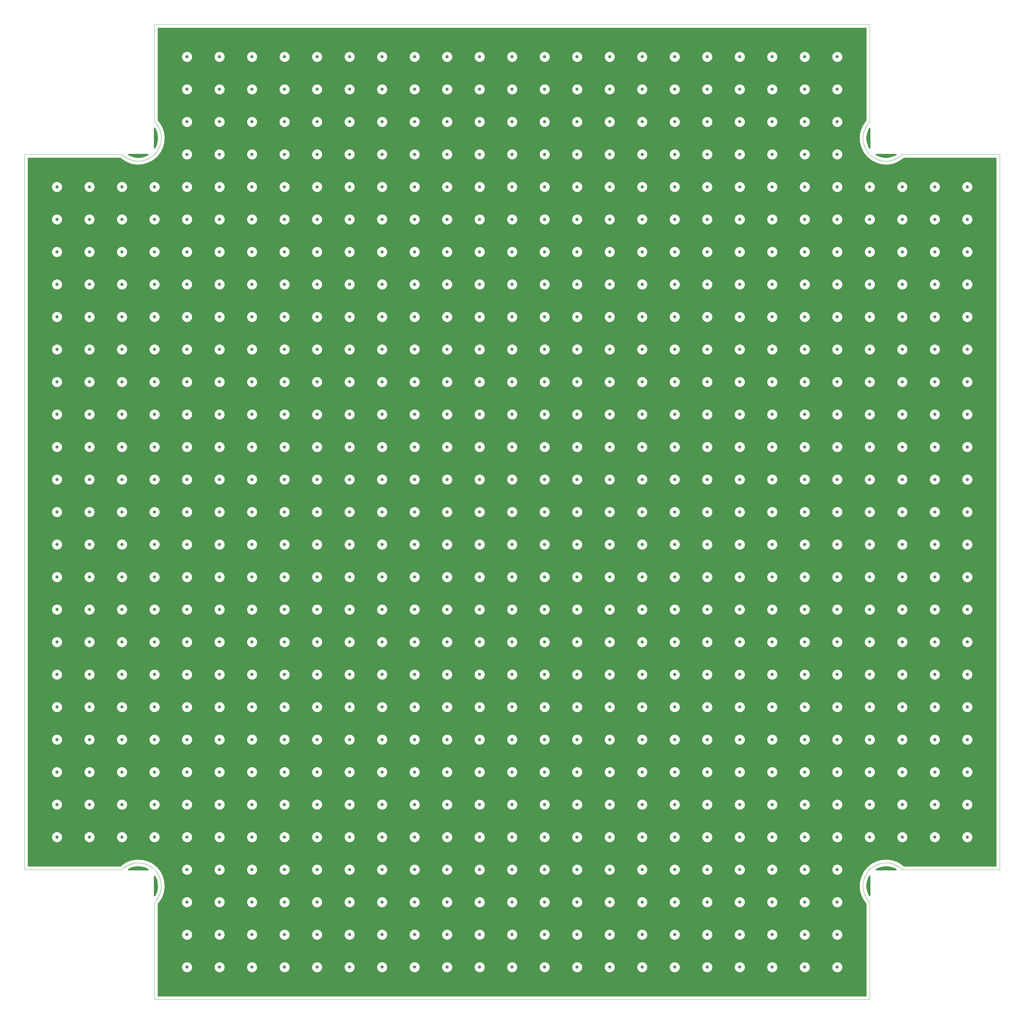
<source format=gtl>
G75*
%MOIN*%
%OFA0B0*%
%FSLAX25Y25*%
%IPPOS*%
%LPD*%
%AMOC8*
5,1,8,0,0,1.08239X$1,22.5*
%
%ADD10C,0.00000*%
%ADD11C,0.03937*%
%ADD12C,0.01600*%
D10*
X0198650Y0159280D02*
X0199127Y0159769D01*
X0199592Y0160269D01*
X0200045Y0160781D01*
X0200485Y0161304D01*
X0200912Y0161838D01*
X0201325Y0162381D01*
X0201726Y0162935D01*
X0202112Y0163498D01*
X0202485Y0164071D01*
X0202843Y0164653D01*
X0203187Y0165243D01*
X0203517Y0165842D01*
X0203831Y0166448D01*
X0204131Y0167062D01*
X0204416Y0167683D01*
X0204685Y0168311D01*
X0204939Y0168946D01*
X0205177Y0169586D01*
X0205399Y0170232D01*
X0205605Y0170884D01*
X0205796Y0171540D01*
X0205970Y0172201D01*
X0206128Y0172865D01*
X0206269Y0173534D01*
X0206394Y0174206D01*
X0206503Y0174880D01*
X0206595Y0175557D01*
X0206670Y0176236D01*
X0206729Y0176917D01*
X0206770Y0177599D01*
X0206796Y0178282D01*
X0206804Y0178965D01*
X0206796Y0179648D01*
X0206770Y0180331D01*
X0206729Y0181013D01*
X0206670Y0181694D01*
X0206595Y0182373D01*
X0206503Y0183050D01*
X0206394Y0183724D01*
X0206269Y0184396D01*
X0206128Y0185065D01*
X0205970Y0185729D01*
X0205796Y0186390D01*
X0205605Y0187046D01*
X0205399Y0187698D01*
X0205177Y0188344D01*
X0204939Y0188984D01*
X0204685Y0189619D01*
X0204416Y0190247D01*
X0204131Y0190868D01*
X0203831Y0191482D01*
X0203517Y0192088D01*
X0203187Y0192687D01*
X0202843Y0193277D01*
X0202485Y0193859D01*
X0202112Y0194432D01*
X0201726Y0194995D01*
X0201325Y0195549D01*
X0200912Y0196092D01*
X0200485Y0196626D01*
X0200045Y0197149D01*
X0199592Y0197661D01*
X0199127Y0198161D01*
X0198650Y0198650D01*
X0198161Y0199127D01*
X0197661Y0199592D01*
X0197149Y0200045D01*
X0196626Y0200485D01*
X0196092Y0200912D01*
X0195549Y0201325D01*
X0194995Y0201726D01*
X0194432Y0202112D01*
X0193859Y0202485D01*
X0193277Y0202843D01*
X0192687Y0203187D01*
X0192088Y0203517D01*
X0191482Y0203831D01*
X0190868Y0204131D01*
X0190247Y0204416D01*
X0189619Y0204685D01*
X0188984Y0204939D01*
X0188344Y0205177D01*
X0187698Y0205399D01*
X0187046Y0205605D01*
X0186390Y0205796D01*
X0185729Y0205970D01*
X0185065Y0206128D01*
X0184396Y0206269D01*
X0183724Y0206394D01*
X0183050Y0206503D01*
X0182373Y0206595D01*
X0181694Y0206670D01*
X0181013Y0206729D01*
X0180331Y0206770D01*
X0179648Y0206796D01*
X0178965Y0206804D01*
X0178282Y0206796D01*
X0177599Y0206770D01*
X0176917Y0206729D01*
X0176236Y0206670D01*
X0175557Y0206595D01*
X0174880Y0206503D01*
X0174206Y0206394D01*
X0173534Y0206269D01*
X0172865Y0206128D01*
X0172201Y0205970D01*
X0171540Y0205796D01*
X0170884Y0205605D01*
X0170232Y0205399D01*
X0169586Y0205177D01*
X0168946Y0204939D01*
X0168311Y0204685D01*
X0167683Y0204416D01*
X0167062Y0204131D01*
X0166448Y0203831D01*
X0165842Y0203517D01*
X0165243Y0203187D01*
X0164653Y0202843D01*
X0164071Y0202485D01*
X0163498Y0202112D01*
X0162935Y0201726D01*
X0162381Y0201325D01*
X0161838Y0200912D01*
X0161304Y0200485D01*
X0160781Y0200045D01*
X0160269Y0199592D01*
X0159769Y0199127D01*
X0159280Y0198650D01*
X0041170Y0198650D01*
X0041170Y1064792D01*
X0159280Y1064792D01*
X0159765Y1064318D01*
X0160262Y1063857D01*
X0160769Y1063407D01*
X0161288Y1062971D01*
X0161817Y1062547D01*
X0162356Y1062135D01*
X0162905Y1061738D01*
X0163463Y1061353D01*
X0164031Y1060983D01*
X0164607Y1060626D01*
X0165193Y1060283D01*
X0165786Y1059955D01*
X0166387Y1059642D01*
X0166995Y1059343D01*
X0167611Y1059059D01*
X0168233Y1058790D01*
X0168862Y1058536D01*
X0169497Y1058298D01*
X0170137Y1058075D01*
X0170782Y1057868D01*
X0171433Y1057676D01*
X0172088Y1057501D01*
X0172747Y1057341D01*
X0173409Y1057198D01*
X0174075Y1057071D01*
X0174744Y1056960D01*
X0175415Y1056865D01*
X0176089Y1056787D01*
X0176764Y1056725D01*
X0177440Y1056680D01*
X0178118Y1056651D01*
X0178796Y1056639D01*
X0179473Y1056643D01*
X0180151Y1056663D01*
X0180828Y1056700D01*
X0181504Y1056754D01*
X0182178Y1056824D01*
X0182851Y1056911D01*
X0183521Y1057013D01*
X0184188Y1057132D01*
X0184852Y1057268D01*
X0185513Y1057419D01*
X0186170Y1057587D01*
X0186823Y1057770D01*
X0187471Y1057969D01*
X0188114Y1058184D01*
X0188751Y1058415D01*
X0189383Y1058661D01*
X0190009Y1058922D01*
X0190628Y1059199D01*
X0191240Y1059490D01*
X0191845Y1059797D01*
X0192442Y1060118D01*
X0193031Y1060453D01*
X0193612Y1060803D01*
X0194184Y1061166D01*
X0194747Y1061544D01*
X0195301Y1061935D01*
X0195845Y1062339D01*
X0196379Y1062757D01*
X0196903Y1063187D01*
X0197416Y1063631D01*
X0197918Y1064086D01*
X0198409Y1064554D01*
X0198888Y1065033D01*
X0199356Y1065524D01*
X0199811Y1066026D01*
X0200255Y1066539D01*
X0200685Y1067063D01*
X0201103Y1067597D01*
X0201507Y1068141D01*
X0201898Y1068695D01*
X0202276Y1069258D01*
X0202639Y1069830D01*
X0202989Y1070411D01*
X0203324Y1071000D01*
X0203645Y1071597D01*
X0203952Y1072202D01*
X0204243Y1072814D01*
X0204520Y1073433D01*
X0204781Y1074059D01*
X0205027Y1074691D01*
X0205258Y1075328D01*
X0205473Y1075971D01*
X0205672Y1076619D01*
X0205855Y1077272D01*
X0206023Y1077929D01*
X0206174Y1078590D01*
X0206310Y1079254D01*
X0206429Y1079921D01*
X0206531Y1080591D01*
X0206618Y1081264D01*
X0206688Y1081938D01*
X0206742Y1082614D01*
X0206779Y1083291D01*
X0206799Y1083969D01*
X0206803Y1084646D01*
X0206791Y1085324D01*
X0206762Y1086002D01*
X0206717Y1086678D01*
X0206655Y1087353D01*
X0206577Y1088027D01*
X0206482Y1088698D01*
X0206371Y1089367D01*
X0206244Y1090033D01*
X0206101Y1090695D01*
X0205941Y1091354D01*
X0205766Y1092009D01*
X0205574Y1092660D01*
X0205367Y1093305D01*
X0205144Y1093945D01*
X0204906Y1094580D01*
X0204652Y1095209D01*
X0204383Y1095831D01*
X0204099Y1096447D01*
X0203800Y1097055D01*
X0203487Y1097656D01*
X0203159Y1098249D01*
X0202816Y1098835D01*
X0202459Y1099411D01*
X0202089Y1099979D01*
X0201704Y1100537D01*
X0201307Y1101086D01*
X0200895Y1101625D01*
X0200471Y1102154D01*
X0200035Y1102673D01*
X0199585Y1103180D01*
X0199124Y1103677D01*
X0198650Y1104162D01*
X0198650Y1222272D01*
X1064792Y1222272D01*
X1064792Y1104162D01*
X1064318Y1103677D01*
X1063857Y1103180D01*
X1063407Y1102673D01*
X1062971Y1102154D01*
X1062547Y1101625D01*
X1062135Y1101086D01*
X1061738Y1100537D01*
X1061353Y1099979D01*
X1060983Y1099411D01*
X1060626Y1098835D01*
X1060283Y1098249D01*
X1059955Y1097656D01*
X1059642Y1097055D01*
X1059343Y1096447D01*
X1059059Y1095831D01*
X1058790Y1095209D01*
X1058536Y1094580D01*
X1058298Y1093945D01*
X1058075Y1093305D01*
X1057868Y1092660D01*
X1057676Y1092009D01*
X1057501Y1091354D01*
X1057341Y1090695D01*
X1057198Y1090033D01*
X1057071Y1089367D01*
X1056960Y1088698D01*
X1056865Y1088027D01*
X1056787Y1087353D01*
X1056725Y1086678D01*
X1056680Y1086002D01*
X1056651Y1085324D01*
X1056639Y1084646D01*
X1056643Y1083969D01*
X1056663Y1083291D01*
X1056700Y1082614D01*
X1056754Y1081938D01*
X1056824Y1081264D01*
X1056911Y1080591D01*
X1057013Y1079921D01*
X1057132Y1079254D01*
X1057268Y1078590D01*
X1057419Y1077929D01*
X1057587Y1077272D01*
X1057770Y1076619D01*
X1057969Y1075971D01*
X1058184Y1075328D01*
X1058415Y1074691D01*
X1058661Y1074059D01*
X1058922Y1073433D01*
X1059199Y1072814D01*
X1059490Y1072202D01*
X1059797Y1071597D01*
X1060118Y1071000D01*
X1060453Y1070411D01*
X1060803Y1069830D01*
X1061166Y1069258D01*
X1061544Y1068695D01*
X1061935Y1068141D01*
X1062339Y1067597D01*
X1062757Y1067063D01*
X1063187Y1066539D01*
X1063631Y1066026D01*
X1064086Y1065524D01*
X1064554Y1065033D01*
X1065033Y1064554D01*
X1065524Y1064086D01*
X1066026Y1063631D01*
X1066539Y1063187D01*
X1067063Y1062757D01*
X1067597Y1062339D01*
X1068141Y1061935D01*
X1068695Y1061544D01*
X1069258Y1061166D01*
X1069830Y1060803D01*
X1070411Y1060453D01*
X1071000Y1060118D01*
X1071597Y1059797D01*
X1072202Y1059490D01*
X1072814Y1059199D01*
X1073433Y1058922D01*
X1074059Y1058661D01*
X1074691Y1058415D01*
X1075328Y1058184D01*
X1075971Y1057969D01*
X1076619Y1057770D01*
X1077272Y1057587D01*
X1077929Y1057419D01*
X1078590Y1057268D01*
X1079254Y1057132D01*
X1079921Y1057013D01*
X1080591Y1056911D01*
X1081264Y1056824D01*
X1081938Y1056754D01*
X1082614Y1056700D01*
X1083291Y1056663D01*
X1083969Y1056643D01*
X1084646Y1056639D01*
X1085324Y1056651D01*
X1086002Y1056680D01*
X1086678Y1056725D01*
X1087353Y1056787D01*
X1088027Y1056865D01*
X1088698Y1056960D01*
X1089367Y1057071D01*
X1090033Y1057198D01*
X1090695Y1057341D01*
X1091354Y1057501D01*
X1092009Y1057676D01*
X1092660Y1057868D01*
X1093305Y1058075D01*
X1093945Y1058298D01*
X1094580Y1058536D01*
X1095209Y1058790D01*
X1095831Y1059059D01*
X1096447Y1059343D01*
X1097055Y1059642D01*
X1097656Y1059955D01*
X1098249Y1060283D01*
X1098835Y1060626D01*
X1099411Y1060983D01*
X1099979Y1061353D01*
X1100537Y1061738D01*
X1101086Y1062135D01*
X1101625Y1062547D01*
X1102154Y1062971D01*
X1102673Y1063407D01*
X1103180Y1063857D01*
X1103677Y1064318D01*
X1104162Y1064792D01*
X1222272Y1064792D01*
X1222272Y0198650D01*
X1104162Y0198650D01*
X1103677Y0199124D01*
X1103180Y0199585D01*
X1102673Y0200035D01*
X1102154Y0200471D01*
X1101625Y0200895D01*
X1101086Y0201307D01*
X1100537Y0201704D01*
X1099979Y0202089D01*
X1099411Y0202459D01*
X1098835Y0202816D01*
X1098249Y0203159D01*
X1097656Y0203487D01*
X1097055Y0203800D01*
X1096447Y0204099D01*
X1095831Y0204383D01*
X1095209Y0204652D01*
X1094580Y0204906D01*
X1093945Y0205144D01*
X1093305Y0205367D01*
X1092660Y0205574D01*
X1092009Y0205766D01*
X1091354Y0205941D01*
X1090695Y0206101D01*
X1090033Y0206244D01*
X1089367Y0206371D01*
X1088698Y0206482D01*
X1088027Y0206577D01*
X1087353Y0206655D01*
X1086678Y0206717D01*
X1086002Y0206762D01*
X1085324Y0206791D01*
X1084646Y0206803D01*
X1083969Y0206799D01*
X1083291Y0206779D01*
X1082614Y0206742D01*
X1081938Y0206688D01*
X1081264Y0206618D01*
X1080591Y0206531D01*
X1079921Y0206429D01*
X1079254Y0206310D01*
X1078590Y0206174D01*
X1077929Y0206023D01*
X1077272Y0205855D01*
X1076619Y0205672D01*
X1075971Y0205473D01*
X1075328Y0205258D01*
X1074691Y0205027D01*
X1074059Y0204781D01*
X1073433Y0204520D01*
X1072814Y0204243D01*
X1072202Y0203952D01*
X1071597Y0203645D01*
X1071000Y0203324D01*
X1070411Y0202989D01*
X1069830Y0202639D01*
X1069258Y0202276D01*
X1068695Y0201898D01*
X1068141Y0201507D01*
X1067597Y0201103D01*
X1067063Y0200685D01*
X1066539Y0200255D01*
X1066026Y0199811D01*
X1065524Y0199356D01*
X1065033Y0198888D01*
X1064554Y0198409D01*
X1064086Y0197918D01*
X1063631Y0197416D01*
X1063187Y0196903D01*
X1062757Y0196379D01*
X1062339Y0195845D01*
X1061935Y0195301D01*
X1061544Y0194747D01*
X1061166Y0194184D01*
X1060803Y0193612D01*
X1060453Y0193031D01*
X1060118Y0192442D01*
X1059797Y0191845D01*
X1059490Y0191240D01*
X1059199Y0190628D01*
X1058922Y0190009D01*
X1058661Y0189383D01*
X1058415Y0188751D01*
X1058184Y0188114D01*
X1057969Y0187471D01*
X1057770Y0186823D01*
X1057587Y0186170D01*
X1057419Y0185513D01*
X1057268Y0184852D01*
X1057132Y0184188D01*
X1057013Y0183521D01*
X1056911Y0182851D01*
X1056824Y0182178D01*
X1056754Y0181504D01*
X1056700Y0180828D01*
X1056663Y0180151D01*
X1056643Y0179473D01*
X1056639Y0178796D01*
X1056651Y0178118D01*
X1056680Y0177440D01*
X1056725Y0176764D01*
X1056787Y0176089D01*
X1056865Y0175415D01*
X1056960Y0174744D01*
X1057071Y0174075D01*
X1057198Y0173409D01*
X1057341Y0172747D01*
X1057501Y0172088D01*
X1057676Y0171433D01*
X1057868Y0170782D01*
X1058075Y0170137D01*
X1058298Y0169497D01*
X1058536Y0168862D01*
X1058790Y0168233D01*
X1059059Y0167611D01*
X1059343Y0166995D01*
X1059642Y0166387D01*
X1059955Y0165786D01*
X1060283Y0165193D01*
X1060626Y0164607D01*
X1060983Y0164031D01*
X1061353Y0163463D01*
X1061738Y0162905D01*
X1062135Y0162356D01*
X1062547Y0161817D01*
X1062971Y0161288D01*
X1063407Y0160769D01*
X1063857Y0160262D01*
X1064318Y0159765D01*
X1064792Y0159280D01*
X1064792Y0041170D01*
X0198650Y0041170D01*
X0198650Y0159280D01*
D11*
X0238020Y0159280D03*
X0238020Y0119910D03*
X0238020Y0080540D03*
X0277391Y0080540D03*
X0277391Y0119910D03*
X0277391Y0159280D03*
X0277391Y0198650D03*
X0277391Y0238020D03*
X0238020Y0238020D03*
X0238020Y0198650D03*
X0198650Y0238020D03*
X0159280Y0238020D03*
X0119910Y0238020D03*
X0080540Y0238020D03*
X0080540Y0277391D03*
X0119910Y0277391D03*
X0159280Y0277391D03*
X0198650Y0277391D03*
X0238020Y0277391D03*
X0277391Y0277391D03*
X0277391Y0316761D03*
X0277391Y0356131D03*
X0277391Y0395501D03*
X0277391Y0434871D03*
X0277391Y0474241D03*
X0277391Y0513611D03*
X0277391Y0552981D03*
X0277391Y0592351D03*
X0238020Y0592351D03*
X0198650Y0592351D03*
X0159280Y0592351D03*
X0119910Y0592351D03*
X0080540Y0592351D03*
X0080540Y0552981D03*
X0080540Y0513611D03*
X0080540Y0474241D03*
X0080540Y0434871D03*
X0080540Y0395501D03*
X0119910Y0395501D03*
X0119910Y0434871D03*
X0119910Y0474241D03*
X0119910Y0513611D03*
X0119910Y0552981D03*
X0159280Y0552981D03*
X0159280Y0513611D03*
X0159280Y0474241D03*
X0159280Y0434871D03*
X0159280Y0395501D03*
X0159280Y0356131D03*
X0119910Y0356131D03*
X0080540Y0356131D03*
X0080540Y0316761D03*
X0119910Y0316761D03*
X0159280Y0316761D03*
X0198650Y0316761D03*
X0198650Y0356131D03*
X0198650Y0395501D03*
X0198650Y0434871D03*
X0198650Y0474241D03*
X0198650Y0513611D03*
X0198650Y0552981D03*
X0238020Y0552981D03*
X0238020Y0513611D03*
X0238020Y0474241D03*
X0238020Y0434871D03*
X0238020Y0395501D03*
X0238020Y0356131D03*
X0238020Y0316761D03*
X0316761Y0316761D03*
X0316761Y0356131D03*
X0356131Y0356131D03*
X0356131Y0395501D03*
X0395501Y0395501D03*
X0395501Y0434871D03*
X0434871Y0434871D03*
X0434871Y0474241D03*
X0474241Y0474241D03*
X0474241Y0513611D03*
X0513611Y0513611D03*
X0513611Y0474241D03*
X0552981Y0474241D03*
X0552981Y0513611D03*
X0552981Y0552981D03*
X0513611Y0552981D03*
X0474241Y0552981D03*
X0434871Y0552981D03*
X0434871Y0513611D03*
X0395501Y0513611D03*
X0395501Y0474241D03*
X0356131Y0474241D03*
X0356131Y0513611D03*
X0356131Y0552981D03*
X0395501Y0552981D03*
X0395501Y0592351D03*
X0434871Y0592351D03*
X0474241Y0592351D03*
X0513611Y0592351D03*
X0552981Y0592351D03*
X0592351Y0592351D03*
X0592351Y0552981D03*
X0592351Y0513611D03*
X0592351Y0474241D03*
X0592351Y0434871D03*
X0552981Y0434871D03*
X0513611Y0434871D03*
X0474241Y0434871D03*
X0474241Y0395501D03*
X0513611Y0395501D03*
X0552981Y0395501D03*
X0592351Y0395501D03*
X0592351Y0356131D03*
X0552981Y0356131D03*
X0513611Y0356131D03*
X0474241Y0356131D03*
X0434871Y0356131D03*
X0434871Y0395501D03*
X0395501Y0356131D03*
X0395501Y0316761D03*
X0434871Y0316761D03*
X0474241Y0316761D03*
X0513611Y0316761D03*
X0552981Y0316761D03*
X0592351Y0316761D03*
X0631721Y0316761D03*
X0631721Y0356131D03*
X0631721Y0395501D03*
X0631721Y0434871D03*
X0631721Y0474241D03*
X0631721Y0513611D03*
X0631721Y0552981D03*
X0631721Y0592351D03*
X0631721Y0631721D03*
X0592351Y0631721D03*
X0552981Y0631721D03*
X0513611Y0631721D03*
X0474241Y0631721D03*
X0434871Y0631721D03*
X0395501Y0631721D03*
X0356131Y0631721D03*
X0356131Y0592351D03*
X0316761Y0592351D03*
X0316761Y0552981D03*
X0316761Y0513611D03*
X0316761Y0474241D03*
X0316761Y0434871D03*
X0356131Y0434871D03*
X0316761Y0395501D03*
X0356131Y0316761D03*
X0356131Y0277391D03*
X0395501Y0277391D03*
X0434871Y0277391D03*
X0474241Y0277391D03*
X0513611Y0277391D03*
X0552981Y0277391D03*
X0592351Y0277391D03*
X0592351Y0238020D03*
X0592351Y0198650D03*
X0592351Y0159280D03*
X0592351Y0119910D03*
X0592351Y0080540D03*
X0552981Y0080540D03*
X0513611Y0080540D03*
X0474241Y0080540D03*
X0434871Y0080540D03*
X0395501Y0080540D03*
X0395501Y0119910D03*
X0434871Y0119910D03*
X0474241Y0119910D03*
X0513611Y0119910D03*
X0552981Y0119910D03*
X0552981Y0159280D03*
X0513611Y0159280D03*
X0474241Y0159280D03*
X0434871Y0159280D03*
X0395501Y0159280D03*
X0356131Y0159280D03*
X0356131Y0119910D03*
X0356131Y0080540D03*
X0316761Y0080540D03*
X0316761Y0119910D03*
X0316761Y0159280D03*
X0316761Y0198650D03*
X0356131Y0198650D03*
X0395501Y0198650D03*
X0434871Y0198650D03*
X0474241Y0198650D03*
X0513611Y0198650D03*
X0552981Y0198650D03*
X0552981Y0238020D03*
X0513611Y0238020D03*
X0474241Y0238020D03*
X0434871Y0238020D03*
X0395501Y0238020D03*
X0356131Y0238020D03*
X0316761Y0238020D03*
X0316761Y0277391D03*
X0631721Y0277391D03*
X0631721Y0238020D03*
X0631721Y0198650D03*
X0631721Y0159280D03*
X0631721Y0119910D03*
X0631721Y0080540D03*
X0671091Y0080540D03*
X0671091Y0119910D03*
X0671091Y0159280D03*
X0671091Y0198650D03*
X0710461Y0198650D03*
X0710461Y0159280D03*
X0710461Y0119910D03*
X0710461Y0080540D03*
X0749831Y0080540D03*
X0749831Y0119910D03*
X0749831Y0159280D03*
X0749831Y0198650D03*
X0749831Y0238020D03*
X0710461Y0238020D03*
X0671091Y0238020D03*
X0671091Y0277391D03*
X0710461Y0277391D03*
X0749831Y0277391D03*
X0789202Y0277391D03*
X0828572Y0277391D03*
X0867942Y0277391D03*
X0907312Y0277391D03*
X0946682Y0277391D03*
X0946682Y0238020D03*
X0946682Y0198650D03*
X0946682Y0159280D03*
X0946682Y0119910D03*
X0946682Y0080540D03*
X0907312Y0080540D03*
X0907312Y0119910D03*
X0867942Y0119910D03*
X0867942Y0080540D03*
X0828572Y0080540D03*
X0828572Y0119910D03*
X0828572Y0159280D03*
X0867942Y0159280D03*
X0907312Y0159280D03*
X0907312Y0198650D03*
X0867942Y0198650D03*
X0828572Y0198650D03*
X0789202Y0198650D03*
X0789202Y0159280D03*
X0789202Y0119910D03*
X0789202Y0080540D03*
X0789202Y0238020D03*
X0828572Y0238020D03*
X0867942Y0238020D03*
X0907312Y0238020D03*
X0986052Y0238020D03*
X0986052Y0198650D03*
X0986052Y0159280D03*
X0986052Y0119910D03*
X0986052Y0080540D03*
X1025422Y0080540D03*
X1025422Y0119910D03*
X1025422Y0159280D03*
X1025422Y0198650D03*
X1025422Y0238020D03*
X1064792Y0238020D03*
X1104162Y0238020D03*
X1143532Y0238020D03*
X1182902Y0238020D03*
X1182902Y0277391D03*
X1143532Y0277391D03*
X1104162Y0277391D03*
X1064792Y0277391D03*
X1025422Y0277391D03*
X0986052Y0277391D03*
X0986052Y0316761D03*
X0986052Y0356131D03*
X0986052Y0395501D03*
X0986052Y0434871D03*
X0986052Y0474241D03*
X0986052Y0513611D03*
X1025422Y0513611D03*
X1025422Y0474241D03*
X1025422Y0434871D03*
X1064792Y0434871D03*
X1064792Y0474241D03*
X1064792Y0513611D03*
X1064792Y0552981D03*
X1025422Y0552981D03*
X0986052Y0552981D03*
X0986052Y0592351D03*
X1025422Y0592351D03*
X1064792Y0592351D03*
X1104162Y0592351D03*
X1104162Y0552981D03*
X1104162Y0513611D03*
X1104162Y0474241D03*
X1104162Y0434871D03*
X1104162Y0395501D03*
X1064792Y0395501D03*
X1025422Y0395501D03*
X1025422Y0356131D03*
X1064792Y0356131D03*
X1104162Y0356131D03*
X1143532Y0356131D03*
X1143532Y0395501D03*
X1143532Y0434871D03*
X1143532Y0474241D03*
X1143532Y0513611D03*
X1143532Y0552981D03*
X1143532Y0592351D03*
X1182902Y0592351D03*
X1182902Y0552981D03*
X1182902Y0513611D03*
X1182902Y0474241D03*
X1182902Y0434871D03*
X1182902Y0395501D03*
X1182902Y0356131D03*
X1182902Y0316761D03*
X1143532Y0316761D03*
X1104162Y0316761D03*
X1064792Y0316761D03*
X1025422Y0316761D03*
X0946682Y0316761D03*
X0946682Y0356131D03*
X0946682Y0395501D03*
X0946682Y0434871D03*
X0946682Y0474241D03*
X0946682Y0513611D03*
X0946682Y0552981D03*
X0946682Y0592351D03*
X0907312Y0592351D03*
X0907312Y0552981D03*
X0907312Y0513611D03*
X0907312Y0474241D03*
X0907312Y0434871D03*
X0907312Y0395501D03*
X0867942Y0395501D03*
X0867942Y0434871D03*
X0867942Y0474241D03*
X0867942Y0513611D03*
X0867942Y0552981D03*
X0867942Y0592351D03*
X0828572Y0592351D03*
X0828572Y0552981D03*
X0828572Y0513611D03*
X0828572Y0474241D03*
X0828572Y0434871D03*
X0828572Y0395501D03*
X0828572Y0356131D03*
X0867942Y0356131D03*
X0907312Y0356131D03*
X0907312Y0316761D03*
X0867942Y0316761D03*
X0828572Y0316761D03*
X0789202Y0316761D03*
X0789202Y0356131D03*
X0789202Y0395501D03*
X0789202Y0434871D03*
X0789202Y0474241D03*
X0789202Y0513611D03*
X0789202Y0552981D03*
X0789202Y0592351D03*
X0749831Y0592351D03*
X0710461Y0592351D03*
X0671091Y0592351D03*
X0671091Y0552981D03*
X0671091Y0513611D03*
X0671091Y0474241D03*
X0671091Y0434871D03*
X0671091Y0395501D03*
X0671091Y0356131D03*
X0671091Y0316761D03*
X0710461Y0316761D03*
X0710461Y0356131D03*
X0710461Y0395501D03*
X0710461Y0434871D03*
X0710461Y0474241D03*
X0710461Y0513611D03*
X0710461Y0552981D03*
X0749831Y0552981D03*
X0749831Y0513611D03*
X0749831Y0474241D03*
X0749831Y0434871D03*
X0749831Y0395501D03*
X0749831Y0356131D03*
X0749831Y0316761D03*
X0749831Y0631721D03*
X0710461Y0631721D03*
X0671091Y0631721D03*
X0671091Y0671091D03*
X0631721Y0671091D03*
X0592351Y0671091D03*
X0552981Y0671091D03*
X0513611Y0671091D03*
X0474241Y0671091D03*
X0434871Y0671091D03*
X0395501Y0671091D03*
X0356131Y0671091D03*
X0316761Y0671091D03*
X0316761Y0631721D03*
X0277391Y0631721D03*
X0238020Y0631721D03*
X0198650Y0631721D03*
X0159280Y0631721D03*
X0119910Y0631721D03*
X0080540Y0631721D03*
X0080540Y0671091D03*
X0119910Y0671091D03*
X0159280Y0671091D03*
X0198650Y0671091D03*
X0198650Y0710461D03*
X0159280Y0710461D03*
X0119910Y0710461D03*
X0080540Y0710461D03*
X0080540Y0749831D03*
X0119910Y0749831D03*
X0159280Y0749831D03*
X0198650Y0749831D03*
X0238020Y0749831D03*
X0238020Y0710461D03*
X0238020Y0671091D03*
X0277391Y0671091D03*
X0277391Y0710461D03*
X0277391Y0749831D03*
X0277391Y0789202D03*
X0277391Y0828572D03*
X0277391Y0867942D03*
X0277391Y0907312D03*
X0277391Y0946682D03*
X0238020Y0946682D03*
X0198650Y0946682D03*
X0159280Y0946682D03*
X0119910Y0946682D03*
X0080540Y0946682D03*
X0080540Y0907312D03*
X0119910Y0907312D03*
X0119910Y0867942D03*
X0080540Y0867942D03*
X0080540Y0828572D03*
X0119910Y0828572D03*
X0159280Y0828572D03*
X0159280Y0867942D03*
X0159280Y0907312D03*
X0198650Y0907312D03*
X0198650Y0867942D03*
X0198650Y0828572D03*
X0198650Y0789202D03*
X0159280Y0789202D03*
X0119910Y0789202D03*
X0080540Y0789202D03*
X0238020Y0789202D03*
X0238020Y0828572D03*
X0238020Y0867942D03*
X0238020Y0907312D03*
X0238020Y0986052D03*
X0198650Y0986052D03*
X0159280Y0986052D03*
X0119910Y0986052D03*
X0080540Y0986052D03*
X0080540Y1025422D03*
X0119910Y1025422D03*
X0159280Y1025422D03*
X0198650Y1025422D03*
X0238020Y1025422D03*
X0238020Y1064792D03*
X0238020Y1104162D03*
X0238020Y1143532D03*
X0238020Y1182902D03*
X0277391Y1182902D03*
X0277391Y1143532D03*
X0277391Y1104162D03*
X0277391Y1064792D03*
X0277391Y1025422D03*
X0277391Y0986052D03*
X0316761Y0986052D03*
X0356131Y0986052D03*
X0395501Y0986052D03*
X0434871Y0986052D03*
X0474241Y0986052D03*
X0513611Y0986052D03*
X0513611Y1025422D03*
X0474241Y1025422D03*
X0474241Y1064792D03*
X0513611Y1064792D03*
X0552981Y1064792D03*
X0552981Y1025422D03*
X0552981Y0986052D03*
X0592351Y0986052D03*
X0592351Y1025422D03*
X0592351Y1064792D03*
X0592351Y1104162D03*
X0552981Y1104162D03*
X0513611Y1104162D03*
X0474241Y1104162D03*
X0434871Y1104162D03*
X0434871Y1064792D03*
X0434871Y1025422D03*
X0395501Y1025422D03*
X0395501Y1064792D03*
X0395501Y1104162D03*
X0395501Y1143532D03*
X0434871Y1143532D03*
X0474241Y1143532D03*
X0513611Y1143532D03*
X0552981Y1143532D03*
X0592351Y1143532D03*
X0592351Y1182902D03*
X0552981Y1182902D03*
X0513611Y1182902D03*
X0474241Y1182902D03*
X0434871Y1182902D03*
X0395501Y1182902D03*
X0356131Y1182902D03*
X0356131Y1143532D03*
X0356131Y1104162D03*
X0356131Y1064792D03*
X0356131Y1025422D03*
X0316761Y1025422D03*
X0316761Y1064792D03*
X0316761Y1104162D03*
X0316761Y1143532D03*
X0316761Y1182902D03*
X0316761Y0946682D03*
X0356131Y0946682D03*
X0395501Y0946682D03*
X0434871Y0946682D03*
X0474241Y0946682D03*
X0513611Y0946682D03*
X0552981Y0946682D03*
X0592351Y0946682D03*
X0592351Y0907312D03*
X0552981Y0907312D03*
X0513611Y0907312D03*
X0474241Y0907312D03*
X0434871Y0907312D03*
X0395501Y0907312D03*
X0395501Y0867942D03*
X0434871Y0867942D03*
X0474241Y0867942D03*
X0513611Y0867942D03*
X0552981Y0867942D03*
X0592351Y0867942D03*
X0592351Y0828572D03*
X0552981Y0828572D03*
X0513611Y0828572D03*
X0474241Y0828572D03*
X0434871Y0828572D03*
X0395501Y0828572D03*
X0356131Y0828572D03*
X0356131Y0867942D03*
X0356131Y0907312D03*
X0316761Y0907312D03*
X0316761Y0867942D03*
X0316761Y0828572D03*
X0316761Y0789202D03*
X0356131Y0789202D03*
X0395501Y0789202D03*
X0434871Y0789202D03*
X0474241Y0789202D03*
X0513611Y0789202D03*
X0552981Y0789202D03*
X0592351Y0789202D03*
X0592351Y0749831D03*
X0592351Y0710461D03*
X0552981Y0710461D03*
X0513611Y0710461D03*
X0474241Y0710461D03*
X0434871Y0710461D03*
X0395501Y0710461D03*
X0356131Y0710461D03*
X0316761Y0710461D03*
X0316761Y0749831D03*
X0356131Y0749831D03*
X0395501Y0749831D03*
X0434871Y0749831D03*
X0474241Y0749831D03*
X0513611Y0749831D03*
X0552981Y0749831D03*
X0631721Y0749831D03*
X0631721Y0710461D03*
X0671091Y0710461D03*
X0710461Y0710461D03*
X0710461Y0671091D03*
X0749831Y0671091D03*
X0749831Y0710461D03*
X0749831Y0749831D03*
X0710461Y0749831D03*
X0671091Y0749831D03*
X0671091Y0789202D03*
X0671091Y0828572D03*
X0671091Y0867942D03*
X0631721Y0867942D03*
X0631721Y0907312D03*
X0631721Y0946682D03*
X0631721Y0986052D03*
X0631721Y1025422D03*
X0631721Y1064792D03*
X0631721Y1104162D03*
X0631721Y1143532D03*
X0631721Y1182902D03*
X0671091Y1182902D03*
X0671091Y1143532D03*
X0671091Y1104162D03*
X0671091Y1064792D03*
X0671091Y1025422D03*
X0671091Y0986052D03*
X0710461Y0986052D03*
X0710461Y1025422D03*
X0710461Y1064792D03*
X0710461Y1104162D03*
X0710461Y1143532D03*
X0710461Y1182902D03*
X0749831Y1182902D03*
X0749831Y1143532D03*
X0749831Y1104162D03*
X0749831Y1064792D03*
X0749831Y1025422D03*
X0749831Y0986052D03*
X0789202Y0986052D03*
X0828572Y0986052D03*
X0867942Y0986052D03*
X0907312Y0986052D03*
X0946682Y0986052D03*
X0946682Y1025422D03*
X0946682Y1064792D03*
X0907312Y1064792D03*
X0907312Y1025422D03*
X0867942Y1025422D03*
X0867942Y1064792D03*
X0867942Y1104162D03*
X0907312Y1104162D03*
X0946682Y1104162D03*
X0946682Y1143532D03*
X0907312Y1143532D03*
X0867942Y1143532D03*
X0828572Y1143532D03*
X0828572Y1104162D03*
X0828572Y1064792D03*
X0828572Y1025422D03*
X0789202Y1025422D03*
X0789202Y1064792D03*
X0789202Y1104162D03*
X0789202Y1143532D03*
X0789202Y1182902D03*
X0828572Y1182902D03*
X0867942Y1182902D03*
X0907312Y1182902D03*
X0946682Y1182902D03*
X0986052Y1182902D03*
X0986052Y1143532D03*
X0986052Y1104162D03*
X0986052Y1064792D03*
X0986052Y1025422D03*
X0986052Y0986052D03*
X1025422Y0986052D03*
X1025422Y1025422D03*
X1025422Y1064792D03*
X1025422Y1104162D03*
X1025422Y1143532D03*
X1025422Y1182902D03*
X1064792Y1025422D03*
X1064792Y0986052D03*
X1104162Y0986052D03*
X1104162Y1025422D03*
X1143532Y1025422D03*
X1143532Y0986052D03*
X1182902Y0986052D03*
X1182902Y1025422D03*
X1182902Y0946682D03*
X1143532Y0946682D03*
X1104162Y0946682D03*
X1064792Y0946682D03*
X1025422Y0946682D03*
X0986052Y0946682D03*
X0986052Y0907312D03*
X1025422Y0907312D03*
X1064792Y0907312D03*
X1104162Y0907312D03*
X1104162Y0867942D03*
X1064792Y0867942D03*
X1025422Y0867942D03*
X0986052Y0867942D03*
X0986052Y0828572D03*
X1025422Y0828572D03*
X1064792Y0828572D03*
X1104162Y0828572D03*
X1143532Y0828572D03*
X1143532Y0867942D03*
X1143532Y0907312D03*
X1182902Y0907312D03*
X1182902Y0867942D03*
X1182902Y0828572D03*
X1182902Y0789202D03*
X1143532Y0789202D03*
X1104162Y0789202D03*
X1064792Y0789202D03*
X1025422Y0789202D03*
X0986052Y0789202D03*
X0986052Y0749831D03*
X0986052Y0710461D03*
X0986052Y0671091D03*
X0986052Y0631721D03*
X1025422Y0631721D03*
X1064792Y0631721D03*
X1104162Y0631721D03*
X1143532Y0631721D03*
X1182902Y0631721D03*
X1182902Y0671091D03*
X1143532Y0671091D03*
X1104162Y0671091D03*
X1064792Y0671091D03*
X1025422Y0671091D03*
X1025422Y0710461D03*
X1064792Y0710461D03*
X1104162Y0710461D03*
X1143532Y0710461D03*
X1182902Y0710461D03*
X1182902Y0749831D03*
X1143532Y0749831D03*
X1104162Y0749831D03*
X1064792Y0749831D03*
X1025422Y0749831D03*
X0946682Y0749831D03*
X0946682Y0710461D03*
X0946682Y0671091D03*
X0946682Y0631721D03*
X0907312Y0631721D03*
X0867942Y0631721D03*
X0828572Y0631721D03*
X0789202Y0631721D03*
X0789202Y0671091D03*
X0828572Y0671091D03*
X0867942Y0671091D03*
X0907312Y0671091D03*
X0907312Y0710461D03*
X0867942Y0710461D03*
X0828572Y0710461D03*
X0789202Y0710461D03*
X0789202Y0749831D03*
X0828572Y0749831D03*
X0867942Y0749831D03*
X0907312Y0749831D03*
X0907312Y0789202D03*
X0907312Y0828572D03*
X0907312Y0867942D03*
X0907312Y0907312D03*
X0907312Y0946682D03*
X0946682Y0946682D03*
X0946682Y0907312D03*
X0946682Y0867942D03*
X0946682Y0828572D03*
X0946682Y0789202D03*
X0867942Y0789202D03*
X0867942Y0828572D03*
X0867942Y0867942D03*
X0867942Y0907312D03*
X0867942Y0946682D03*
X0828572Y0946682D03*
X0828572Y0907312D03*
X0828572Y0867942D03*
X0828572Y0828572D03*
X0828572Y0789202D03*
X0789202Y0789202D03*
X0789202Y0828572D03*
X0789202Y0867942D03*
X0789202Y0907312D03*
X0789202Y0946682D03*
X0749831Y0946682D03*
X0710461Y0946682D03*
X0671091Y0946682D03*
X0671091Y0907312D03*
X0710461Y0907312D03*
X0710461Y0867942D03*
X0710461Y0828572D03*
X0710461Y0789202D03*
X0749831Y0789202D03*
X0749831Y0828572D03*
X0749831Y0867942D03*
X0749831Y0907312D03*
X0631721Y0828572D03*
X0631721Y0789202D03*
D12*
X0627730Y0794880D02*
X0627481Y0794776D01*
X0627243Y0794539D01*
X0626967Y0794346D01*
X0626822Y0794118D01*
X0626805Y0794100D01*
X0626577Y0793955D01*
X0626384Y0793680D01*
X0626146Y0793442D01*
X0626043Y0793193D01*
X0626029Y0793172D01*
X0625830Y0792990D01*
X0625688Y0792685D01*
X0625495Y0792410D01*
X0625436Y0792146D01*
X0625426Y0792123D01*
X0625261Y0791909D01*
X0625174Y0791584D01*
X0625032Y0791280D01*
X0625020Y0791010D01*
X0625014Y0790986D01*
X0624889Y0790746D01*
X0624860Y0790411D01*
X0624773Y0790086D01*
X0624808Y0789819D01*
X0624806Y0789794D01*
X0624725Y0789537D01*
X0624754Y0789202D01*
X0624725Y0788867D01*
X0624806Y0788609D01*
X0624808Y0788584D01*
X0624773Y0788317D01*
X0624860Y0787992D01*
X0624889Y0787657D01*
X0625014Y0787417D01*
X0625020Y0787393D01*
X0625032Y0787124D01*
X0625174Y0786819D01*
X0625261Y0786494D01*
X0625426Y0786280D01*
X0625436Y0786257D01*
X0625495Y0785994D01*
X0625688Y0785718D01*
X0625830Y0785413D01*
X0626029Y0785231D01*
X0626043Y0785210D01*
X0626146Y0784961D01*
X0626384Y0784723D01*
X0626577Y0784448D01*
X0626805Y0784303D01*
X0626822Y0784285D01*
X0626967Y0784057D01*
X0627243Y0783865D01*
X0627481Y0783627D01*
X0627730Y0783523D01*
X0627751Y0783509D01*
X0627933Y0783310D01*
X0628238Y0783168D01*
X0628513Y0782975D01*
X0628777Y0782917D01*
X0628799Y0782906D01*
X0629014Y0782742D01*
X0629338Y0782655D01*
X0629643Y0782513D01*
X0629913Y0782501D01*
X0629937Y0782494D01*
X0630176Y0782370D01*
X0630511Y0782340D01*
X0630836Y0782253D01*
X0631104Y0782289D01*
X0631129Y0782286D01*
X0631386Y0782205D01*
X0631721Y0782235D01*
X0632056Y0782205D01*
X0632314Y0782286D01*
X0632339Y0782289D01*
X0632606Y0782253D01*
X0632931Y0782340D01*
X0633266Y0782370D01*
X0633505Y0782494D01*
X0633530Y0782501D01*
X0633799Y0782513D01*
X0634104Y0782655D01*
X0634429Y0782742D01*
X0634643Y0782906D01*
X0634666Y0782917D01*
X0634929Y0782975D01*
X0635205Y0783168D01*
X0635510Y0783310D01*
X0635692Y0783509D01*
X0635712Y0783523D01*
X0635962Y0783627D01*
X0636200Y0783865D01*
X0636475Y0784057D01*
X0636620Y0784285D01*
X0636638Y0784303D01*
X0636865Y0784448D01*
X0637058Y0784723D01*
X0637296Y0784961D01*
X0637399Y0785210D01*
X0637414Y0785231D01*
X0637613Y0785413D01*
X0637755Y0785718D01*
X0637948Y0785994D01*
X0638006Y0786257D01*
X0638017Y0786280D01*
X0638181Y0786494D01*
X0638268Y0786819D01*
X0638410Y0787124D01*
X0638422Y0787393D01*
X0638429Y0787417D01*
X0638553Y0787657D01*
X0638582Y0787992D01*
X0638669Y0788317D01*
X0638634Y0788584D01*
X0638636Y0788609D01*
X0638718Y0788867D01*
X0638688Y0789202D01*
X0638718Y0789537D01*
X0638636Y0789794D01*
X0638634Y0789819D01*
X0638669Y0790086D01*
X0638582Y0790411D01*
X0638553Y0790746D01*
X0638429Y0790986D01*
X0638422Y0791010D01*
X0638410Y0791280D01*
X0638268Y0791584D01*
X0638181Y0791909D01*
X0638017Y0792123D01*
X0638006Y0792146D01*
X0637948Y0792410D01*
X0637755Y0792685D01*
X0637613Y0792990D01*
X0637414Y0793172D01*
X0637399Y0793193D01*
X0637296Y0793442D01*
X0637058Y0793680D01*
X0636865Y0793955D01*
X0636638Y0794100D01*
X0636620Y0794118D01*
X0636475Y0794346D01*
X0636200Y0794539D01*
X0635962Y0794776D01*
X0635712Y0794880D01*
X0635692Y0794894D01*
X0635510Y0795093D01*
X0635205Y0795235D01*
X0634929Y0795428D01*
X0634666Y0795487D01*
X0634643Y0795497D01*
X0634429Y0795661D01*
X0634104Y0795748D01*
X0633799Y0795891D01*
X0633530Y0795902D01*
X0633505Y0795909D01*
X0633266Y0796033D01*
X0632931Y0796063D01*
X0632606Y0796150D01*
X0632339Y0796115D01*
X0632314Y0796117D01*
X0632056Y0796198D01*
X0631721Y0796169D01*
X0631386Y0796198D01*
X0631129Y0796117D01*
X0631104Y0796115D01*
X0630836Y0796150D01*
X0630511Y0796063D01*
X0630176Y0796033D01*
X0629937Y0795909D01*
X0629913Y0795902D01*
X0629643Y0795891D01*
X0629338Y0795748D01*
X0629014Y0795661D01*
X0628799Y0795497D01*
X0628777Y0795487D01*
X0628513Y0795428D01*
X0628238Y0795235D01*
X0627933Y0795093D01*
X0627751Y0794894D01*
X0627730Y0794880D01*
X0627474Y0794769D02*
X0596599Y0794769D01*
X0596592Y0794776D02*
X0596342Y0794880D01*
X0596322Y0794894D01*
X0596140Y0795093D01*
X0595835Y0795235D01*
X0595559Y0795428D01*
X0595296Y0795487D01*
X0595273Y0795497D01*
X0595059Y0795661D01*
X0594734Y0795748D01*
X0594429Y0795891D01*
X0594160Y0795902D01*
X0594135Y0795909D01*
X0593896Y0796033D01*
X0593561Y0796063D01*
X0593236Y0796150D01*
X0592969Y0796115D01*
X0592944Y0796117D01*
X0592686Y0796198D01*
X0592351Y0796169D01*
X0592016Y0796198D01*
X0591759Y0796117D01*
X0591734Y0796115D01*
X0591466Y0796150D01*
X0591141Y0796063D01*
X0590806Y0796033D01*
X0590567Y0795909D01*
X0590543Y0795902D01*
X0590273Y0795891D01*
X0589968Y0795748D01*
X0589643Y0795661D01*
X0589429Y0795497D01*
X0589407Y0795487D01*
X0589143Y0795428D01*
X0588868Y0795235D01*
X0588563Y0795093D01*
X0588381Y0794894D01*
X0588360Y0794880D01*
X0588111Y0794776D01*
X0587873Y0794539D01*
X0587597Y0794346D01*
X0587452Y0794118D01*
X0587435Y0794100D01*
X0587207Y0793955D01*
X0587014Y0793680D01*
X0586776Y0793442D01*
X0586673Y0793193D01*
X0586659Y0793172D01*
X0586460Y0792990D01*
X0586318Y0792685D01*
X0586125Y0792410D01*
X0586066Y0792146D01*
X0586056Y0792123D01*
X0585891Y0791909D01*
X0585804Y0791584D01*
X0585662Y0791280D01*
X0585650Y0791010D01*
X0585644Y0790986D01*
X0585519Y0790746D01*
X0585490Y0790411D01*
X0585403Y0790086D01*
X0585438Y0789819D01*
X0585436Y0789794D01*
X0585355Y0789537D01*
X0585384Y0789202D01*
X0585355Y0788867D01*
X0585436Y0788609D01*
X0585438Y0788584D01*
X0585403Y0788317D01*
X0585490Y0787992D01*
X0585519Y0787657D01*
X0585644Y0787417D01*
X0585650Y0787393D01*
X0585662Y0787124D01*
X0585804Y0786819D01*
X0585891Y0786494D01*
X0586056Y0786280D01*
X0586066Y0786257D01*
X0586125Y0785994D01*
X0586318Y0785718D01*
X0586460Y0785413D01*
X0586659Y0785231D01*
X0586673Y0785210D01*
X0586776Y0784961D01*
X0587014Y0784723D01*
X0587207Y0784448D01*
X0587435Y0784303D01*
X0587452Y0784285D01*
X0587597Y0784057D01*
X0587873Y0783865D01*
X0588111Y0783627D01*
X0588360Y0783523D01*
X0588381Y0783509D01*
X0588563Y0783310D01*
X0588868Y0783168D01*
X0589143Y0782975D01*
X0589407Y0782917D01*
X0589429Y0782906D01*
X0589643Y0782742D01*
X0589968Y0782655D01*
X0590273Y0782513D01*
X0590543Y0782501D01*
X0590567Y0782494D01*
X0590806Y0782370D01*
X0591141Y0782340D01*
X0591466Y0782253D01*
X0591734Y0782289D01*
X0591759Y0782286D01*
X0592016Y0782205D01*
X0592351Y0782235D01*
X0592686Y0782205D01*
X0592944Y0782286D01*
X0592969Y0782289D01*
X0593236Y0782253D01*
X0593561Y0782340D01*
X0593896Y0782370D01*
X0594135Y0782494D01*
X0594160Y0782501D01*
X0594429Y0782513D01*
X0594734Y0782655D01*
X0595059Y0782742D01*
X0595273Y0782906D01*
X0595296Y0782917D01*
X0595559Y0782975D01*
X0595835Y0783168D01*
X0596140Y0783310D01*
X0596322Y0783509D01*
X0596342Y0783523D01*
X0596592Y0783627D01*
X0596830Y0783865D01*
X0597105Y0784057D01*
X0597250Y0784285D01*
X0597268Y0784303D01*
X0597495Y0784448D01*
X0597688Y0784723D01*
X0597926Y0784961D01*
X0598029Y0785210D01*
X0598044Y0785231D01*
X0598243Y0785413D01*
X0598385Y0785718D01*
X0598578Y0785994D01*
X0598636Y0786257D01*
X0598647Y0786280D01*
X0598811Y0786494D01*
X0598898Y0786819D01*
X0599040Y0787124D01*
X0599052Y0787393D01*
X0599058Y0787417D01*
X0599183Y0787657D01*
X0599212Y0787992D01*
X0599299Y0788317D01*
X0599264Y0788584D01*
X0599266Y0788609D01*
X0599348Y0788867D01*
X0599318Y0789202D01*
X0599348Y0789537D01*
X0599266Y0789794D01*
X0599264Y0789819D01*
X0599299Y0790086D01*
X0599212Y0790411D01*
X0599183Y0790746D01*
X0599058Y0790986D01*
X0599052Y0791010D01*
X0599040Y0791280D01*
X0598898Y0791584D01*
X0598811Y0791909D01*
X0598647Y0792123D01*
X0598636Y0792146D01*
X0598578Y0792410D01*
X0598385Y0792685D01*
X0598243Y0792990D01*
X0598044Y0793172D01*
X0598029Y0793193D01*
X0597926Y0793442D01*
X0597688Y0793680D01*
X0597495Y0793955D01*
X0597268Y0794100D01*
X0597250Y0794118D01*
X0597105Y0794346D01*
X0596830Y0794539D01*
X0596592Y0794776D01*
X0598045Y0793171D02*
X0626027Y0793171D01*
X0625169Y0791572D02*
X0598904Y0791572D01*
X0599285Y0789974D02*
X0624788Y0789974D01*
X0624781Y0788375D02*
X0599292Y0788375D01*
X0598887Y0786777D02*
X0625186Y0786777D01*
X0626056Y0785178D02*
X0598016Y0785178D01*
X0596479Y0783580D02*
X0627594Y0783580D01*
X0635849Y0783580D02*
X0666964Y0783580D01*
X0666851Y0783627D02*
X0667100Y0783523D01*
X0667121Y0783509D01*
X0667303Y0783310D01*
X0667608Y0783168D01*
X0667883Y0782975D01*
X0668147Y0782917D01*
X0668170Y0782906D01*
X0668384Y0782742D01*
X0668708Y0782655D01*
X0669013Y0782513D01*
X0669283Y0782501D01*
X0669307Y0782494D01*
X0669546Y0782370D01*
X0669882Y0782340D01*
X0670206Y0782253D01*
X0670474Y0782289D01*
X0670499Y0782286D01*
X0670756Y0782205D01*
X0671091Y0782235D01*
X0671426Y0782205D01*
X0671684Y0782286D01*
X0671709Y0782289D01*
X0671976Y0782253D01*
X0672301Y0782340D01*
X0672636Y0782370D01*
X0672876Y0782494D01*
X0672900Y0782501D01*
X0673169Y0782513D01*
X0673474Y0782655D01*
X0673799Y0782742D01*
X0674013Y0782906D01*
X0674036Y0782917D01*
X0674299Y0782975D01*
X0674575Y0783168D01*
X0674880Y0783310D01*
X0675062Y0783509D01*
X0675083Y0783523D01*
X0675332Y0783627D01*
X0675570Y0783865D01*
X0675845Y0784057D01*
X0675990Y0784285D01*
X0676008Y0784303D01*
X0676235Y0784448D01*
X0676428Y0784723D01*
X0676666Y0784961D01*
X0676769Y0785210D01*
X0676784Y0785231D01*
X0676983Y0785413D01*
X0677125Y0785718D01*
X0677318Y0785994D01*
X0677376Y0786257D01*
X0677387Y0786280D01*
X0677551Y0786494D01*
X0677638Y0786819D01*
X0677780Y0787124D01*
X0677792Y0787393D01*
X0677799Y0787417D01*
X0677923Y0787657D01*
X0677953Y0787992D01*
X0678040Y0788317D01*
X0678004Y0788584D01*
X0678007Y0788609D01*
X0678088Y0788867D01*
X0678058Y0789202D01*
X0678088Y0789537D01*
X0678007Y0789794D01*
X0678004Y0789819D01*
X0678040Y0790086D01*
X0677953Y0790411D01*
X0677923Y0790746D01*
X0677799Y0790986D01*
X0677792Y0791010D01*
X0677780Y0791280D01*
X0677638Y0791584D01*
X0677551Y0791909D01*
X0677387Y0792123D01*
X0677376Y0792146D01*
X0677318Y0792410D01*
X0677125Y0792685D01*
X0676983Y0792990D01*
X0676784Y0793172D01*
X0676769Y0793193D01*
X0676666Y0793442D01*
X0676428Y0793680D01*
X0676235Y0793955D01*
X0676008Y0794100D01*
X0675990Y0794118D01*
X0675845Y0794346D01*
X0675570Y0794539D01*
X0675332Y0794776D01*
X0675083Y0794880D01*
X0675062Y0794894D01*
X0674880Y0795093D01*
X0674575Y0795235D01*
X0674299Y0795428D01*
X0674036Y0795487D01*
X0674013Y0795497D01*
X0673799Y0795661D01*
X0673474Y0795748D01*
X0673169Y0795891D01*
X0672900Y0795902D01*
X0672876Y0795909D01*
X0672636Y0796033D01*
X0672301Y0796063D01*
X0671976Y0796150D01*
X0671709Y0796115D01*
X0671684Y0796117D01*
X0671426Y0796198D01*
X0671091Y0796169D01*
X0670756Y0796198D01*
X0670499Y0796117D01*
X0670474Y0796115D01*
X0670206Y0796150D01*
X0669882Y0796063D01*
X0669546Y0796033D01*
X0669307Y0795909D01*
X0669283Y0795902D01*
X0669013Y0795891D01*
X0668708Y0795748D01*
X0668384Y0795661D01*
X0668170Y0795497D01*
X0668147Y0795487D01*
X0667883Y0795428D01*
X0667608Y0795235D01*
X0667303Y0795093D01*
X0667121Y0794894D01*
X0667100Y0794880D01*
X0666851Y0794776D01*
X0666613Y0794539D01*
X0666338Y0794346D01*
X0666193Y0794118D01*
X0666175Y0794100D01*
X0665947Y0793955D01*
X0665754Y0793680D01*
X0665516Y0793442D01*
X0665413Y0793193D01*
X0665399Y0793172D01*
X0665200Y0792990D01*
X0665058Y0792685D01*
X0664865Y0792410D01*
X0664806Y0792146D01*
X0664796Y0792123D01*
X0664631Y0791909D01*
X0664544Y0791584D01*
X0664402Y0791280D01*
X0664391Y0791010D01*
X0664384Y0790986D01*
X0664259Y0790746D01*
X0664230Y0790411D01*
X0664143Y0790086D01*
X0664178Y0789819D01*
X0664176Y0789794D01*
X0664095Y0789537D01*
X0664124Y0789202D01*
X0664095Y0788867D01*
X0664176Y0788609D01*
X0664178Y0788584D01*
X0664143Y0788317D01*
X0664230Y0787992D01*
X0664259Y0787657D01*
X0664384Y0787417D01*
X0664391Y0787393D01*
X0664402Y0787124D01*
X0664544Y0786819D01*
X0664631Y0786494D01*
X0664796Y0786280D01*
X0664806Y0786257D01*
X0664865Y0785994D01*
X0665058Y0785718D01*
X0665200Y0785413D01*
X0665399Y0785231D01*
X0665413Y0785210D01*
X0665516Y0784961D01*
X0665754Y0784723D01*
X0665947Y0784448D01*
X0666175Y0784303D01*
X0666193Y0784285D01*
X0666338Y0784057D01*
X0666613Y0783865D01*
X0666851Y0783627D01*
X0665426Y0785178D02*
X0637386Y0785178D01*
X0638257Y0786777D02*
X0664556Y0786777D01*
X0664151Y0788375D02*
X0638662Y0788375D01*
X0638655Y0789974D02*
X0664158Y0789974D01*
X0664539Y0791572D02*
X0638274Y0791572D01*
X0637415Y0793171D02*
X0665397Y0793171D01*
X0666844Y0794769D02*
X0635969Y0794769D01*
X0632606Y0821623D02*
X0632931Y0821710D01*
X0633266Y0821740D01*
X0633505Y0821864D01*
X0633530Y0821871D01*
X0633799Y0821883D01*
X0634104Y0822025D01*
X0634429Y0822112D01*
X0634643Y0822276D01*
X0634666Y0822287D01*
X0634929Y0822345D01*
X0635205Y0822538D01*
X0635510Y0822680D01*
X0635692Y0822879D01*
X0635712Y0822893D01*
X0635962Y0822997D01*
X0636200Y0823235D01*
X0636475Y0823428D01*
X0636620Y0823655D01*
X0636638Y0823673D01*
X0636865Y0823818D01*
X0637058Y0824093D01*
X0637296Y0824331D01*
X0637399Y0824580D01*
X0637414Y0824601D01*
X0637613Y0824783D01*
X0637755Y0825088D01*
X0637948Y0825364D01*
X0638006Y0825627D01*
X0638017Y0825650D01*
X0638181Y0825864D01*
X0638268Y0826189D01*
X0638410Y0826494D01*
X0638422Y0826763D01*
X0638429Y0826787D01*
X0638553Y0827027D01*
X0638582Y0827362D01*
X0638669Y0827687D01*
X0638634Y0827954D01*
X0638636Y0827979D01*
X0638718Y0828237D01*
X0638688Y0828572D01*
X0638718Y0828907D01*
X0638636Y0829164D01*
X0638634Y0829189D01*
X0638669Y0829457D01*
X0638582Y0829781D01*
X0638553Y0830117D01*
X0638429Y0830356D01*
X0638422Y0830380D01*
X0638410Y0830650D01*
X0638268Y0830955D01*
X0638181Y0831279D01*
X0638017Y0831493D01*
X0638006Y0831516D01*
X0637948Y0831780D01*
X0637755Y0832055D01*
X0637613Y0832360D01*
X0637414Y0832542D01*
X0637399Y0832563D01*
X0637296Y0832812D01*
X0637058Y0833050D01*
X0636865Y0833325D01*
X0636638Y0833470D01*
X0636620Y0833488D01*
X0636475Y0833716D01*
X0636200Y0833909D01*
X0635962Y0834147D01*
X0635712Y0834250D01*
X0635692Y0834264D01*
X0635510Y0834463D01*
X0635205Y0834605D01*
X0634929Y0834798D01*
X0634666Y0834857D01*
X0634643Y0834867D01*
X0634429Y0835031D01*
X0634104Y0835119D01*
X0633799Y0835261D01*
X0633530Y0835272D01*
X0633505Y0835279D01*
X0633266Y0835404D01*
X0632931Y0835433D01*
X0632606Y0835520D01*
X0632339Y0835485D01*
X0632314Y0835487D01*
X0632056Y0835568D01*
X0631721Y0835539D01*
X0631386Y0835568D01*
X0631129Y0835487D01*
X0631104Y0835485D01*
X0630836Y0835520D01*
X0630511Y0835433D01*
X0630176Y0835404D01*
X0629937Y0835279D01*
X0629913Y0835272D01*
X0629643Y0835261D01*
X0629338Y0835119D01*
X0629014Y0835031D01*
X0628799Y0834867D01*
X0628777Y0834857D01*
X0628513Y0834798D01*
X0628238Y0834605D01*
X0627933Y0834463D01*
X0627751Y0834264D01*
X0627730Y0834250D01*
X0627481Y0834147D01*
X0627243Y0833909D01*
X0626967Y0833716D01*
X0626822Y0833488D01*
X0626805Y0833470D01*
X0626577Y0833325D01*
X0626384Y0833050D01*
X0626146Y0832812D01*
X0626043Y0832563D01*
X0626029Y0832542D01*
X0625830Y0832360D01*
X0625688Y0832055D01*
X0625495Y0831780D01*
X0625436Y0831516D01*
X0625426Y0831493D01*
X0625261Y0831279D01*
X0625174Y0830955D01*
X0625032Y0830650D01*
X0625020Y0830380D01*
X0625014Y0830356D01*
X0624889Y0830117D01*
X0624860Y0829781D01*
X0624773Y0829457D01*
X0624808Y0829189D01*
X0624806Y0829164D01*
X0624725Y0828907D01*
X0624754Y0828572D01*
X0624725Y0828237D01*
X0624806Y0827979D01*
X0624808Y0827954D01*
X0624773Y0827687D01*
X0624860Y0827362D01*
X0624889Y0827027D01*
X0625014Y0826787D01*
X0625020Y0826763D01*
X0625032Y0826494D01*
X0625174Y0826189D01*
X0625261Y0825864D01*
X0625426Y0825650D01*
X0625436Y0825627D01*
X0625495Y0825364D01*
X0625688Y0825088D01*
X0625830Y0824783D01*
X0626029Y0824601D01*
X0626043Y0824580D01*
X0626146Y0824331D01*
X0626384Y0824093D01*
X0626577Y0823818D01*
X0626805Y0823673D01*
X0626822Y0823655D01*
X0626967Y0823428D01*
X0627243Y0823235D01*
X0627481Y0822997D01*
X0627730Y0822893D01*
X0627751Y0822879D01*
X0627933Y0822680D01*
X0628238Y0822538D01*
X0628513Y0822345D01*
X0628777Y0822287D01*
X0628799Y0822276D01*
X0629014Y0822112D01*
X0629338Y0822025D01*
X0629643Y0821883D01*
X0629913Y0821871D01*
X0629937Y0821864D01*
X0630176Y0821740D01*
X0630511Y0821710D01*
X0630836Y0821623D01*
X0631104Y0821659D01*
X0631129Y0821656D01*
X0631386Y0821575D01*
X0631721Y0821605D01*
X0632056Y0821575D01*
X0632314Y0821656D01*
X0632339Y0821659D01*
X0632606Y0821623D01*
X0633931Y0821944D02*
X0668881Y0821944D01*
X0669013Y0821883D02*
X0669283Y0821871D01*
X0669307Y0821864D01*
X0669546Y0821740D01*
X0669882Y0821710D01*
X0670206Y0821623D01*
X0670474Y0821659D01*
X0670499Y0821656D01*
X0670756Y0821575D01*
X0671091Y0821605D01*
X0671426Y0821575D01*
X0671684Y0821656D01*
X0671709Y0821659D01*
X0671976Y0821623D01*
X0672301Y0821710D01*
X0672636Y0821740D01*
X0672876Y0821864D01*
X0672900Y0821871D01*
X0673169Y0821883D01*
X0673474Y0822025D01*
X0673799Y0822112D01*
X0674013Y0822276D01*
X0674036Y0822287D01*
X0674299Y0822345D01*
X0674575Y0822538D01*
X0674880Y0822680D01*
X0675062Y0822879D01*
X0675083Y0822893D01*
X0675332Y0822997D01*
X0675570Y0823235D01*
X0675845Y0823428D01*
X0675990Y0823655D01*
X0676008Y0823673D01*
X0676235Y0823818D01*
X0676428Y0824093D01*
X0676666Y0824331D01*
X0676769Y0824580D01*
X0676784Y0824601D01*
X0676983Y0824783D01*
X0677125Y0825088D01*
X0677318Y0825364D01*
X0677376Y0825627D01*
X0677387Y0825650D01*
X0677551Y0825864D01*
X0677638Y0826189D01*
X0677780Y0826494D01*
X0677792Y0826763D01*
X0677799Y0826787D01*
X0677923Y0827027D01*
X0677953Y0827362D01*
X0678040Y0827687D01*
X0678004Y0827954D01*
X0678007Y0827979D01*
X0678088Y0828237D01*
X0678058Y0828572D01*
X0678088Y0828907D01*
X0678007Y0829164D01*
X0678004Y0829189D01*
X0678040Y0829457D01*
X0677953Y0829781D01*
X0677923Y0830117D01*
X0677799Y0830356D01*
X0677792Y0830380D01*
X0677780Y0830650D01*
X0677638Y0830955D01*
X0677551Y0831279D01*
X0677387Y0831493D01*
X0677376Y0831516D01*
X0677318Y0831780D01*
X0677125Y0832055D01*
X0676983Y0832360D01*
X0676784Y0832542D01*
X0676769Y0832563D01*
X0676666Y0832812D01*
X0676428Y0833050D01*
X0676235Y0833325D01*
X0676008Y0833470D01*
X0675990Y0833488D01*
X0675845Y0833716D01*
X0675570Y0833909D01*
X0675332Y0834147D01*
X0675083Y0834250D01*
X0675062Y0834264D01*
X0674880Y0834463D01*
X0674575Y0834605D01*
X0674299Y0834798D01*
X0674036Y0834857D01*
X0674013Y0834867D01*
X0673799Y0835031D01*
X0673474Y0835119D01*
X0673169Y0835261D01*
X0672900Y0835272D01*
X0672876Y0835279D01*
X0672636Y0835404D01*
X0672301Y0835433D01*
X0671976Y0835520D01*
X0671709Y0835485D01*
X0671684Y0835487D01*
X0671426Y0835568D01*
X0671091Y0835539D01*
X0670756Y0835568D01*
X0670499Y0835487D01*
X0670474Y0835485D01*
X0670206Y0835520D01*
X0669882Y0835433D01*
X0669546Y0835404D01*
X0669307Y0835279D01*
X0669283Y0835272D01*
X0669013Y0835261D01*
X0668708Y0835119D01*
X0668384Y0835031D01*
X0668170Y0834867D01*
X0668147Y0834857D01*
X0667883Y0834798D01*
X0667608Y0834605D01*
X0667303Y0834463D01*
X0667121Y0834264D01*
X0667100Y0834250D01*
X0666851Y0834147D01*
X0666613Y0833909D01*
X0666338Y0833716D01*
X0666193Y0833488D01*
X0666175Y0833470D01*
X0665947Y0833325D01*
X0665754Y0833050D01*
X0665516Y0832812D01*
X0665413Y0832563D01*
X0665399Y0832542D01*
X0665200Y0832360D01*
X0665058Y0832055D01*
X0664865Y0831780D01*
X0664806Y0831516D01*
X0664796Y0831493D01*
X0664631Y0831279D01*
X0664544Y0830955D01*
X0664402Y0830650D01*
X0664391Y0830380D01*
X0664384Y0830356D01*
X0664259Y0830117D01*
X0664230Y0829781D01*
X0664143Y0829457D01*
X0664178Y0829189D01*
X0664176Y0829164D01*
X0664095Y0828907D01*
X0664124Y0828572D01*
X0664095Y0828237D01*
X0664176Y0827979D01*
X0664178Y0827954D01*
X0664143Y0827687D01*
X0664230Y0827362D01*
X0664259Y0827027D01*
X0664384Y0826787D01*
X0664391Y0826763D01*
X0664402Y0826494D01*
X0664544Y0826189D01*
X0664631Y0825864D01*
X0664796Y0825650D01*
X0664806Y0825627D01*
X0664865Y0825364D01*
X0665058Y0825088D01*
X0665200Y0824783D01*
X0665399Y0824601D01*
X0665413Y0824580D01*
X0665516Y0824331D01*
X0665754Y0824093D01*
X0665947Y0823818D01*
X0666175Y0823673D01*
X0666193Y0823655D01*
X0666338Y0823428D01*
X0666613Y0823235D01*
X0666851Y0822997D01*
X0667100Y0822893D01*
X0667121Y0822879D01*
X0667303Y0822680D01*
X0667608Y0822538D01*
X0667883Y0822345D01*
X0668147Y0822287D01*
X0668170Y0822276D01*
X0668384Y0822112D01*
X0668708Y0822025D01*
X0669013Y0821883D01*
X0666264Y0823543D02*
X0636548Y0823543D01*
X0637792Y0825141D02*
X0665021Y0825141D01*
X0664392Y0826740D02*
X0638421Y0826740D01*
X0638709Y0828338D02*
X0664104Y0828338D01*
X0664244Y0829937D02*
X0638569Y0829937D01*
X0638002Y0831535D02*
X0664811Y0831535D01*
X0665813Y0833134D02*
X0637000Y0833134D01*
X0635024Y0834732D02*
X0667789Y0834732D01*
X0674394Y0834732D02*
X0707159Y0834732D01*
X0707253Y0834798D02*
X0706978Y0834605D01*
X0706673Y0834463D01*
X0706491Y0834264D01*
X0706470Y0834250D01*
X0706221Y0834147D01*
X0705983Y0833909D01*
X0705708Y0833716D01*
X0705563Y0833488D01*
X0705545Y0833470D01*
X0705317Y0833325D01*
X0705124Y0833050D01*
X0704887Y0832812D01*
X0704783Y0832563D01*
X0704769Y0832542D01*
X0704570Y0832360D01*
X0704428Y0832055D01*
X0704235Y0831780D01*
X0704176Y0831516D01*
X0704166Y0831493D01*
X0704002Y0831279D01*
X0703915Y0830955D01*
X0703772Y0830650D01*
X0703761Y0830380D01*
X0703754Y0830356D01*
X0703630Y0830117D01*
X0703600Y0829781D01*
X0703513Y0829457D01*
X0703548Y0829189D01*
X0703546Y0829164D01*
X0703465Y0828907D01*
X0703494Y0828572D01*
X0703465Y0828237D01*
X0703546Y0827979D01*
X0703548Y0827954D01*
X0703513Y0827687D01*
X0703600Y0827362D01*
X0703630Y0827027D01*
X0703754Y0826787D01*
X0703761Y0826763D01*
X0703772Y0826494D01*
X0703915Y0826189D01*
X0704002Y0825864D01*
X0704166Y0825650D01*
X0704176Y0825627D01*
X0704235Y0825364D01*
X0704428Y0825088D01*
X0704570Y0824783D01*
X0704769Y0824601D01*
X0704783Y0824580D01*
X0704887Y0824331D01*
X0705124Y0824093D01*
X0705317Y0823818D01*
X0705545Y0823673D01*
X0705563Y0823655D01*
X0705708Y0823428D01*
X0705983Y0823235D01*
X0706221Y0822997D01*
X0706470Y0822893D01*
X0706491Y0822879D01*
X0706673Y0822680D01*
X0706978Y0822538D01*
X0707253Y0822345D01*
X0707517Y0822287D01*
X0707540Y0822276D01*
X0707754Y0822112D01*
X0708079Y0822025D01*
X0708383Y0821883D01*
X0708653Y0821871D01*
X0708677Y0821864D01*
X0708917Y0821740D01*
X0709252Y0821710D01*
X0709577Y0821623D01*
X0709844Y0821659D01*
X0709869Y0821656D01*
X0710126Y0821575D01*
X0710461Y0821605D01*
X0710796Y0821575D01*
X0711054Y0821656D01*
X0711079Y0821659D01*
X0711346Y0821623D01*
X0711671Y0821710D01*
X0712006Y0821740D01*
X0712246Y0821864D01*
X0712270Y0821871D01*
X0712539Y0821883D01*
X0712844Y0822025D01*
X0713169Y0822112D01*
X0713383Y0822276D01*
X0713406Y0822287D01*
X0713669Y0822345D01*
X0713945Y0822538D01*
X0714250Y0822680D01*
X0714432Y0822879D01*
X0714453Y0822894D01*
X0714702Y0822997D01*
X0714940Y0823235D01*
X0715215Y0823428D01*
X0715360Y0823655D01*
X0715378Y0823673D01*
X0715606Y0823818D01*
X0715798Y0824093D01*
X0716036Y0824331D01*
X0716140Y0824580D01*
X0716154Y0824601D01*
X0716353Y0824783D01*
X0716495Y0825088D01*
X0716688Y0825364D01*
X0716746Y0825627D01*
X0716757Y0825650D01*
X0716921Y0825864D01*
X0717008Y0826189D01*
X0717150Y0826494D01*
X0717162Y0826763D01*
X0717169Y0826787D01*
X0717293Y0827027D01*
X0717323Y0827362D01*
X0717410Y0827687D01*
X0717374Y0827954D01*
X0717377Y0827979D01*
X0717458Y0828237D01*
X0717428Y0828572D01*
X0717458Y0828907D01*
X0717377Y0829164D01*
X0717374Y0829189D01*
X0717410Y0829457D01*
X0717323Y0829781D01*
X0717293Y0830117D01*
X0717169Y0830356D01*
X0717162Y0830380D01*
X0717150Y0830650D01*
X0717008Y0830955D01*
X0716921Y0831279D01*
X0716757Y0831493D01*
X0716746Y0831516D01*
X0716688Y0831780D01*
X0716495Y0832055D01*
X0716353Y0832360D01*
X0716154Y0832542D01*
X0716140Y0832563D01*
X0716036Y0832812D01*
X0715798Y0833050D01*
X0715606Y0833325D01*
X0715378Y0833470D01*
X0715360Y0833488D01*
X0715215Y0833716D01*
X0714940Y0833909D01*
X0714702Y0834147D01*
X0714453Y0834250D01*
X0714432Y0834264D01*
X0714250Y0834463D01*
X0713945Y0834605D01*
X0713669Y0834798D01*
X0713406Y0834857D01*
X0713383Y0834867D01*
X0713169Y0835031D01*
X0712844Y0835119D01*
X0712539Y0835261D01*
X0712270Y0835272D01*
X0712246Y0835279D01*
X0712006Y0835404D01*
X0711671Y0835433D01*
X0711346Y0835520D01*
X0711079Y0835485D01*
X0711054Y0835487D01*
X0710796Y0835568D01*
X0710461Y0835539D01*
X0710126Y0835568D01*
X0709869Y0835487D01*
X0709844Y0835485D01*
X0709577Y0835520D01*
X0709252Y0835433D01*
X0708917Y0835404D01*
X0708677Y0835279D01*
X0708653Y0835272D01*
X0708383Y0835261D01*
X0708079Y0835119D01*
X0707754Y0835031D01*
X0707540Y0834867D01*
X0707517Y0834857D01*
X0707253Y0834798D01*
X0705183Y0833134D02*
X0676370Y0833134D01*
X0677372Y0831535D02*
X0704181Y0831535D01*
X0703614Y0829937D02*
X0677939Y0829937D01*
X0678079Y0828338D02*
X0703474Y0828338D01*
X0703762Y0826740D02*
X0677791Y0826740D01*
X0677162Y0825141D02*
X0704391Y0825141D01*
X0705634Y0823543D02*
X0675918Y0823543D01*
X0673301Y0821944D02*
X0708252Y0821944D01*
X0712671Y0821944D02*
X0747622Y0821944D01*
X0747753Y0821883D02*
X0748023Y0821871D01*
X0748047Y0821864D01*
X0748287Y0821740D01*
X0748622Y0821710D01*
X0748947Y0821623D01*
X0749214Y0821659D01*
X0749239Y0821656D01*
X0749496Y0821575D01*
X0749831Y0821605D01*
X0750167Y0821575D01*
X0750424Y0821656D01*
X0750449Y0821659D01*
X0750716Y0821623D01*
X0751041Y0821710D01*
X0751376Y0821740D01*
X0751616Y0821864D01*
X0751640Y0821871D01*
X0751910Y0821883D01*
X0752214Y0822025D01*
X0752539Y0822112D01*
X0752753Y0822276D01*
X0752776Y0822287D01*
X0753040Y0822345D01*
X0753315Y0822538D01*
X0753620Y0822680D01*
X0753802Y0822879D01*
X0753823Y0822894D01*
X0754072Y0822997D01*
X0754310Y0823235D01*
X0754585Y0823428D01*
X0754730Y0823655D01*
X0754748Y0823673D01*
X0754976Y0823818D01*
X0755169Y0824093D01*
X0755406Y0824331D01*
X0755510Y0824580D01*
X0755524Y0824601D01*
X0755723Y0824783D01*
X0755865Y0825088D01*
X0756058Y0825364D01*
X0756116Y0825627D01*
X0756127Y0825650D01*
X0756291Y0825864D01*
X0756378Y0826189D01*
X0756521Y0826494D01*
X0756532Y0826763D01*
X0756539Y0826787D01*
X0756663Y0827027D01*
X0756693Y0827362D01*
X0756780Y0827687D01*
X0756745Y0827954D01*
X0756747Y0827979D01*
X0756828Y0828237D01*
X0756799Y0828572D01*
X0756828Y0828907D01*
X0756747Y0829164D01*
X0756745Y0829189D01*
X0756780Y0829457D01*
X0756693Y0829781D01*
X0756663Y0830117D01*
X0756539Y0830356D01*
X0756532Y0830380D01*
X0756521Y0830650D01*
X0756378Y0830955D01*
X0756291Y0831279D01*
X0756127Y0831493D01*
X0756116Y0831516D01*
X0756058Y0831780D01*
X0755865Y0832055D01*
X0755723Y0832360D01*
X0755524Y0832542D01*
X0755510Y0832563D01*
X0755406Y0832812D01*
X0755169Y0833050D01*
X0754976Y0833325D01*
X0754748Y0833470D01*
X0754730Y0833488D01*
X0754585Y0833716D01*
X0754310Y0833909D01*
X0754072Y0834147D01*
X0753823Y0834250D01*
X0753802Y0834264D01*
X0753620Y0834463D01*
X0753315Y0834605D01*
X0753040Y0834798D01*
X0752776Y0834857D01*
X0752753Y0834867D01*
X0752539Y0835031D01*
X0752214Y0835119D01*
X0751910Y0835261D01*
X0751640Y0835272D01*
X0751616Y0835279D01*
X0751376Y0835404D01*
X0751041Y0835433D01*
X0750716Y0835520D01*
X0750449Y0835485D01*
X0750424Y0835487D01*
X0750167Y0835568D01*
X0749831Y0835539D01*
X0749496Y0835568D01*
X0749239Y0835487D01*
X0749214Y0835485D01*
X0748947Y0835520D01*
X0748622Y0835433D01*
X0748287Y0835404D01*
X0748047Y0835279D01*
X0748023Y0835272D01*
X0747753Y0835261D01*
X0747449Y0835119D01*
X0747124Y0835031D01*
X0746910Y0834867D01*
X0746887Y0834857D01*
X0746623Y0834798D01*
X0746348Y0834605D01*
X0746043Y0834463D01*
X0745861Y0834264D01*
X0745840Y0834250D01*
X0745591Y0834147D01*
X0745353Y0833909D01*
X0745078Y0833716D01*
X0744933Y0833488D01*
X0744915Y0833470D01*
X0744687Y0833325D01*
X0744494Y0833050D01*
X0744257Y0832812D01*
X0744153Y0832563D01*
X0744139Y0832542D01*
X0743940Y0832360D01*
X0743798Y0832055D01*
X0743605Y0831780D01*
X0743547Y0831516D01*
X0743536Y0831493D01*
X0743372Y0831279D01*
X0743285Y0830955D01*
X0743142Y0830650D01*
X0743131Y0830380D01*
X0743124Y0830356D01*
X0743000Y0830117D01*
X0742970Y0829781D01*
X0742883Y0829457D01*
X0742918Y0829189D01*
X0742916Y0829164D01*
X0742835Y0828907D01*
X0742864Y0828572D01*
X0742835Y0828237D01*
X0742916Y0827979D01*
X0742918Y0827954D01*
X0742883Y0827687D01*
X0742970Y0827362D01*
X0743000Y0827027D01*
X0743124Y0826787D01*
X0743131Y0826763D01*
X0743142Y0826494D01*
X0743285Y0826189D01*
X0743372Y0825864D01*
X0743536Y0825650D01*
X0743547Y0825627D01*
X0743605Y0825364D01*
X0743798Y0825088D01*
X0743940Y0824783D01*
X0744139Y0824601D01*
X0744153Y0824580D01*
X0744257Y0824331D01*
X0744494Y0824093D01*
X0744687Y0823818D01*
X0744915Y0823673D01*
X0744933Y0823655D01*
X0745078Y0823428D01*
X0745353Y0823235D01*
X0745591Y0822997D01*
X0745840Y0822893D01*
X0745861Y0822879D01*
X0746043Y0822680D01*
X0746348Y0822538D01*
X0746623Y0822345D01*
X0746887Y0822287D01*
X0746910Y0822276D01*
X0747124Y0822112D01*
X0747449Y0822025D01*
X0747753Y0821883D01*
X0745004Y0823543D02*
X0715289Y0823543D01*
X0716532Y0825141D02*
X0743761Y0825141D01*
X0743132Y0826740D02*
X0717161Y0826740D01*
X0717449Y0828338D02*
X0742844Y0828338D01*
X0742984Y0829937D02*
X0717309Y0829937D01*
X0716742Y0831535D02*
X0743551Y0831535D01*
X0744553Y0833134D02*
X0715740Y0833134D01*
X0713764Y0834732D02*
X0746529Y0834732D01*
X0753134Y0834732D02*
X0785899Y0834732D01*
X0785994Y0834798D02*
X0785718Y0834605D01*
X0785413Y0834463D01*
X0785231Y0834264D01*
X0785210Y0834250D01*
X0784961Y0834147D01*
X0784723Y0833909D01*
X0784448Y0833716D01*
X0784303Y0833488D01*
X0784285Y0833470D01*
X0784057Y0833325D01*
X0783865Y0833050D01*
X0783627Y0832812D01*
X0783523Y0832563D01*
X0783509Y0832542D01*
X0783310Y0832360D01*
X0783168Y0832055D01*
X0782975Y0831780D01*
X0782917Y0831516D01*
X0782906Y0831493D01*
X0782742Y0831279D01*
X0782655Y0830955D01*
X0782513Y0830650D01*
X0782501Y0830380D01*
X0782494Y0830356D01*
X0782370Y0830117D01*
X0782340Y0829781D01*
X0782253Y0829457D01*
X0782289Y0829189D01*
X0782286Y0829164D01*
X0782205Y0828907D01*
X0782235Y0828572D01*
X0782205Y0828237D01*
X0782286Y0827979D01*
X0782289Y0827954D01*
X0782253Y0827687D01*
X0782340Y0827362D01*
X0782370Y0827027D01*
X0782494Y0826787D01*
X0782501Y0826763D01*
X0782513Y0826494D01*
X0782655Y0826189D01*
X0782742Y0825864D01*
X0782906Y0825650D01*
X0782917Y0825627D01*
X0782975Y0825364D01*
X0783168Y0825088D01*
X0783310Y0824783D01*
X0783509Y0824601D01*
X0783523Y0824580D01*
X0783627Y0824331D01*
X0783865Y0824093D01*
X0784057Y0823818D01*
X0784285Y0823673D01*
X0784303Y0823655D01*
X0784448Y0823428D01*
X0784723Y0823235D01*
X0784961Y0822997D01*
X0785210Y0822893D01*
X0785231Y0822879D01*
X0785413Y0822680D01*
X0785718Y0822538D01*
X0785994Y0822345D01*
X0786257Y0822287D01*
X0786280Y0822276D01*
X0786494Y0822112D01*
X0786819Y0822025D01*
X0787124Y0821883D01*
X0787393Y0821871D01*
X0787417Y0821864D01*
X0787657Y0821740D01*
X0787992Y0821710D01*
X0788317Y0821623D01*
X0788584Y0821659D01*
X0788609Y0821656D01*
X0788867Y0821575D01*
X0789202Y0821605D01*
X0789537Y0821575D01*
X0789794Y0821656D01*
X0789819Y0821659D01*
X0790086Y0821623D01*
X0790411Y0821710D01*
X0790746Y0821740D01*
X0790986Y0821864D01*
X0791010Y0821871D01*
X0791280Y0821883D01*
X0791584Y0822025D01*
X0791909Y0822112D01*
X0792123Y0822276D01*
X0792146Y0822287D01*
X0792410Y0822345D01*
X0792685Y0822538D01*
X0792990Y0822680D01*
X0793172Y0822879D01*
X0793193Y0822894D01*
X0793442Y0822997D01*
X0793680Y0823235D01*
X0793955Y0823428D01*
X0794100Y0823655D01*
X0794118Y0823673D01*
X0794346Y0823818D01*
X0794539Y0824093D01*
X0794776Y0824331D01*
X0794880Y0824580D01*
X0794894Y0824601D01*
X0795093Y0824783D01*
X0795235Y0825088D01*
X0795428Y0825364D01*
X0795487Y0825627D01*
X0795497Y0825650D01*
X0795661Y0825864D01*
X0795748Y0826189D01*
X0795891Y0826494D01*
X0795902Y0826763D01*
X0795909Y0826787D01*
X0796033Y0827027D01*
X0796063Y0827362D01*
X0796150Y0827687D01*
X0796115Y0827954D01*
X0796117Y0827979D01*
X0796198Y0828237D01*
X0796169Y0828572D01*
X0796198Y0828907D01*
X0796117Y0829164D01*
X0796115Y0829189D01*
X0796150Y0829457D01*
X0796063Y0829781D01*
X0796033Y0830117D01*
X0795909Y0830356D01*
X0795902Y0830380D01*
X0795891Y0830650D01*
X0795748Y0830955D01*
X0795661Y0831279D01*
X0795497Y0831493D01*
X0795487Y0831516D01*
X0795428Y0831780D01*
X0795235Y0832055D01*
X0795093Y0832360D01*
X0794894Y0832542D01*
X0794880Y0832563D01*
X0794776Y0832812D01*
X0794539Y0833050D01*
X0794346Y0833325D01*
X0794118Y0833470D01*
X0794100Y0833488D01*
X0793955Y0833716D01*
X0793680Y0833909D01*
X0793442Y0834147D01*
X0793193Y0834250D01*
X0793172Y0834264D01*
X0792990Y0834463D01*
X0792685Y0834605D01*
X0792410Y0834798D01*
X0792146Y0834857D01*
X0792123Y0834867D01*
X0791909Y0835031D01*
X0791584Y0835119D01*
X0791280Y0835261D01*
X0791010Y0835272D01*
X0790986Y0835279D01*
X0790746Y0835404D01*
X0790411Y0835433D01*
X0790086Y0835520D01*
X0789819Y0835485D01*
X0789794Y0835487D01*
X0789537Y0835568D01*
X0789202Y0835539D01*
X0788867Y0835568D01*
X0788609Y0835487D01*
X0788584Y0835485D01*
X0788317Y0835520D01*
X0787992Y0835433D01*
X0787657Y0835404D01*
X0787417Y0835279D01*
X0787393Y0835272D01*
X0787124Y0835261D01*
X0786819Y0835119D01*
X0786494Y0835031D01*
X0786280Y0834867D01*
X0786257Y0834857D01*
X0785994Y0834798D01*
X0783923Y0833134D02*
X0755110Y0833134D01*
X0756112Y0831535D02*
X0782921Y0831535D01*
X0782354Y0829937D02*
X0756679Y0829937D01*
X0756819Y0828338D02*
X0782214Y0828338D01*
X0782502Y0826740D02*
X0756531Y0826740D01*
X0755902Y0825141D02*
X0783131Y0825141D01*
X0784374Y0823543D02*
X0754659Y0823543D01*
X0752041Y0821944D02*
X0786992Y0821944D01*
X0791411Y0821944D02*
X0826362Y0821944D01*
X0826494Y0821883D02*
X0826763Y0821871D01*
X0826787Y0821864D01*
X0827027Y0821740D01*
X0827362Y0821710D01*
X0827687Y0821623D01*
X0827954Y0821659D01*
X0827979Y0821656D01*
X0828237Y0821575D01*
X0828572Y0821605D01*
X0828907Y0821575D01*
X0829164Y0821656D01*
X0829189Y0821659D01*
X0829457Y0821623D01*
X0829781Y0821710D01*
X0830117Y0821740D01*
X0830356Y0821864D01*
X0830380Y0821871D01*
X0830650Y0821883D01*
X0830955Y0822025D01*
X0831279Y0822112D01*
X0831493Y0822276D01*
X0831516Y0822287D01*
X0831780Y0822345D01*
X0832055Y0822538D01*
X0832360Y0822680D01*
X0832542Y0822879D01*
X0832563Y0822894D01*
X0832812Y0822997D01*
X0833050Y0823235D01*
X0833325Y0823428D01*
X0833470Y0823655D01*
X0833488Y0823673D01*
X0833716Y0823818D01*
X0833909Y0824093D01*
X0834147Y0824331D01*
X0834250Y0824580D01*
X0834264Y0824601D01*
X0834463Y0824783D01*
X0834605Y0825088D01*
X0834798Y0825364D01*
X0834857Y0825627D01*
X0834867Y0825650D01*
X0835031Y0825864D01*
X0835119Y0826189D01*
X0835261Y0826494D01*
X0835272Y0826763D01*
X0835279Y0826787D01*
X0835404Y0827027D01*
X0835433Y0827362D01*
X0835520Y0827687D01*
X0835485Y0827954D01*
X0835487Y0827979D01*
X0835568Y0828237D01*
X0835539Y0828572D01*
X0835568Y0828907D01*
X0835487Y0829164D01*
X0835485Y0829189D01*
X0835520Y0829457D01*
X0835433Y0829781D01*
X0835404Y0830117D01*
X0835279Y0830356D01*
X0835272Y0830380D01*
X0835261Y0830650D01*
X0835119Y0830955D01*
X0835031Y0831279D01*
X0834867Y0831493D01*
X0834857Y0831516D01*
X0834798Y0831780D01*
X0834605Y0832055D01*
X0834463Y0832360D01*
X0834264Y0832542D01*
X0834250Y0832563D01*
X0834147Y0832812D01*
X0833909Y0833050D01*
X0833716Y0833325D01*
X0833488Y0833470D01*
X0833470Y0833488D01*
X0833325Y0833716D01*
X0833050Y0833909D01*
X0832812Y0834147D01*
X0832563Y0834250D01*
X0832542Y0834264D01*
X0832360Y0834463D01*
X0832055Y0834605D01*
X0831780Y0834798D01*
X0831516Y0834857D01*
X0831493Y0834867D01*
X0831279Y0835031D01*
X0830955Y0835119D01*
X0830650Y0835261D01*
X0830380Y0835272D01*
X0830356Y0835279D01*
X0830117Y0835404D01*
X0829781Y0835433D01*
X0829457Y0835520D01*
X0829189Y0835485D01*
X0829164Y0835487D01*
X0828907Y0835568D01*
X0828572Y0835539D01*
X0828237Y0835568D01*
X0827979Y0835487D01*
X0827954Y0835485D01*
X0827687Y0835520D01*
X0827362Y0835433D01*
X0827027Y0835404D01*
X0826787Y0835279D01*
X0826763Y0835272D01*
X0826494Y0835261D01*
X0826189Y0835119D01*
X0825864Y0835031D01*
X0825650Y0834867D01*
X0825627Y0834857D01*
X0825364Y0834798D01*
X0825088Y0834605D01*
X0824783Y0834463D01*
X0824601Y0834264D01*
X0824580Y0834250D01*
X0824331Y0834147D01*
X0824093Y0833909D01*
X0823818Y0833716D01*
X0823673Y0833488D01*
X0823655Y0833470D01*
X0823428Y0833325D01*
X0823235Y0833050D01*
X0822997Y0832812D01*
X0822893Y0832563D01*
X0822879Y0832542D01*
X0822680Y0832360D01*
X0822538Y0832055D01*
X0822345Y0831780D01*
X0822287Y0831516D01*
X0822276Y0831493D01*
X0822112Y0831279D01*
X0822025Y0830955D01*
X0821883Y0830650D01*
X0821871Y0830380D01*
X0821864Y0830356D01*
X0821740Y0830117D01*
X0821710Y0829781D01*
X0821623Y0829457D01*
X0821659Y0829189D01*
X0821656Y0829164D01*
X0821575Y0828907D01*
X0821605Y0828572D01*
X0821575Y0828237D01*
X0821656Y0827979D01*
X0821659Y0827954D01*
X0821623Y0827687D01*
X0821710Y0827362D01*
X0821740Y0827027D01*
X0821864Y0826787D01*
X0821871Y0826763D01*
X0821883Y0826494D01*
X0822025Y0826189D01*
X0822112Y0825864D01*
X0822276Y0825650D01*
X0822287Y0825627D01*
X0822345Y0825364D01*
X0822538Y0825088D01*
X0822680Y0824783D01*
X0822879Y0824601D01*
X0822893Y0824580D01*
X0822997Y0824331D01*
X0823235Y0824093D01*
X0823428Y0823818D01*
X0823655Y0823673D01*
X0823673Y0823655D01*
X0823818Y0823428D01*
X0824093Y0823235D01*
X0824331Y0822997D01*
X0824580Y0822893D01*
X0824601Y0822879D01*
X0824783Y0822680D01*
X0825088Y0822538D01*
X0825364Y0822345D01*
X0825627Y0822287D01*
X0825650Y0822276D01*
X0825864Y0822112D01*
X0826189Y0822025D01*
X0826494Y0821883D01*
X0823744Y0823543D02*
X0794029Y0823543D01*
X0795272Y0825141D02*
X0822501Y0825141D01*
X0821872Y0826740D02*
X0795901Y0826740D01*
X0796189Y0828338D02*
X0821584Y0828338D01*
X0821724Y0829937D02*
X0796049Y0829937D01*
X0795482Y0831535D02*
X0822291Y0831535D01*
X0823293Y0833134D02*
X0794480Y0833134D01*
X0792504Y0834732D02*
X0825269Y0834732D01*
X0831874Y0834732D02*
X0864639Y0834732D01*
X0864734Y0834798D02*
X0864458Y0834605D01*
X0864153Y0834463D01*
X0863971Y0834264D01*
X0863951Y0834250D01*
X0863701Y0834147D01*
X0863463Y0833909D01*
X0863188Y0833716D01*
X0863043Y0833488D01*
X0863025Y0833470D01*
X0862798Y0833325D01*
X0862605Y0833050D01*
X0862367Y0832812D01*
X0862264Y0832563D01*
X0862249Y0832542D01*
X0862050Y0832360D01*
X0861908Y0832055D01*
X0861715Y0831780D01*
X0861657Y0831516D01*
X0861646Y0831493D01*
X0861482Y0831279D01*
X0861395Y0830955D01*
X0861253Y0830650D01*
X0861241Y0830380D01*
X0861234Y0830356D01*
X0861110Y0830117D01*
X0861081Y0829781D01*
X0860993Y0829457D01*
X0861029Y0829189D01*
X0861027Y0829164D01*
X0860945Y0828907D01*
X0860975Y0828572D01*
X0860945Y0828237D01*
X0861027Y0827979D01*
X0861029Y0827954D01*
X0860993Y0827687D01*
X0861081Y0827362D01*
X0861110Y0827027D01*
X0861234Y0826787D01*
X0861241Y0826763D01*
X0861253Y0826494D01*
X0861395Y0826189D01*
X0861482Y0825864D01*
X0861646Y0825650D01*
X0861657Y0825627D01*
X0861715Y0825364D01*
X0861908Y0825088D01*
X0862050Y0824783D01*
X0862249Y0824601D01*
X0862264Y0824580D01*
X0862367Y0824331D01*
X0862605Y0824093D01*
X0862798Y0823818D01*
X0863025Y0823673D01*
X0863043Y0823655D01*
X0863188Y0823428D01*
X0863463Y0823235D01*
X0863701Y0822997D01*
X0863951Y0822893D01*
X0863971Y0822879D01*
X0864153Y0822680D01*
X0864458Y0822538D01*
X0864734Y0822345D01*
X0864997Y0822287D01*
X0865020Y0822276D01*
X0865234Y0822112D01*
X0865559Y0822025D01*
X0865864Y0821883D01*
X0866133Y0821871D01*
X0866158Y0821864D01*
X0866397Y0821740D01*
X0866732Y0821710D01*
X0867057Y0821623D01*
X0867324Y0821659D01*
X0867349Y0821656D01*
X0867607Y0821575D01*
X0867942Y0821605D01*
X0868277Y0821575D01*
X0868534Y0821656D01*
X0868559Y0821659D01*
X0868827Y0821623D01*
X0869152Y0821710D01*
X0869487Y0821740D01*
X0869726Y0821864D01*
X0869750Y0821871D01*
X0870020Y0821883D01*
X0870325Y0822025D01*
X0870649Y0822112D01*
X0870864Y0822276D01*
X0870886Y0822287D01*
X0871150Y0822345D01*
X0871425Y0822538D01*
X0871730Y0822680D01*
X0871912Y0822879D01*
X0871933Y0822894D01*
X0872182Y0822997D01*
X0872420Y0823235D01*
X0872696Y0823428D01*
X0872841Y0823655D01*
X0872858Y0823673D01*
X0873086Y0823818D01*
X0873279Y0824093D01*
X0873517Y0824331D01*
X0873620Y0824580D01*
X0873634Y0824601D01*
X0873833Y0824783D01*
X0873975Y0825088D01*
X0874168Y0825364D01*
X0874227Y0825627D01*
X0874237Y0825650D01*
X0874402Y0825864D01*
X0874489Y0826189D01*
X0874631Y0826494D01*
X0874643Y0826763D01*
X0874649Y0826787D01*
X0874774Y0827027D01*
X0874803Y0827362D01*
X0874890Y0827687D01*
X0874855Y0827954D01*
X0874857Y0827979D01*
X0874938Y0828237D01*
X0874909Y0828572D01*
X0874938Y0828907D01*
X0874857Y0829164D01*
X0874855Y0829189D01*
X0874890Y0829457D01*
X0874803Y0829781D01*
X0874774Y0830117D01*
X0874649Y0830356D01*
X0874643Y0830380D01*
X0874631Y0830650D01*
X0874489Y0830955D01*
X0874402Y0831279D01*
X0874237Y0831493D01*
X0874227Y0831516D01*
X0874168Y0831780D01*
X0873975Y0832055D01*
X0873833Y0832360D01*
X0873634Y0832542D01*
X0873620Y0832563D01*
X0873517Y0832812D01*
X0873279Y0833050D01*
X0873086Y0833325D01*
X0872858Y0833470D01*
X0872841Y0833488D01*
X0872696Y0833716D01*
X0872420Y0833909D01*
X0872182Y0834147D01*
X0871933Y0834250D01*
X0871912Y0834264D01*
X0871730Y0834463D01*
X0871425Y0834605D01*
X0871150Y0834798D01*
X0870886Y0834857D01*
X0870864Y0834867D01*
X0870649Y0835031D01*
X0870325Y0835119D01*
X0870020Y0835261D01*
X0869750Y0835272D01*
X0869726Y0835279D01*
X0869487Y0835404D01*
X0869152Y0835433D01*
X0868827Y0835520D01*
X0868559Y0835485D01*
X0868534Y0835487D01*
X0868277Y0835568D01*
X0867942Y0835539D01*
X0867607Y0835568D01*
X0867349Y0835487D01*
X0867324Y0835485D01*
X0867057Y0835520D01*
X0866732Y0835433D01*
X0866397Y0835404D01*
X0866158Y0835279D01*
X0866133Y0835272D01*
X0865864Y0835261D01*
X0865559Y0835119D01*
X0865234Y0835031D01*
X0865020Y0834867D01*
X0864997Y0834857D01*
X0864734Y0834798D01*
X0862663Y0833134D02*
X0833850Y0833134D01*
X0834852Y0831535D02*
X0861661Y0831535D01*
X0861094Y0829937D02*
X0835419Y0829937D01*
X0835559Y0828338D02*
X0860954Y0828338D01*
X0861242Y0826740D02*
X0835271Y0826740D01*
X0834642Y0825141D02*
X0861871Y0825141D01*
X0863115Y0823543D02*
X0833399Y0823543D01*
X0830782Y0821944D02*
X0865732Y0821944D01*
X0870152Y0821944D02*
X0905102Y0821944D01*
X0905234Y0821883D02*
X0905503Y0821871D01*
X0905528Y0821864D01*
X0905767Y0821740D01*
X0906102Y0821710D01*
X0906427Y0821623D01*
X0906694Y0821659D01*
X0906719Y0821656D01*
X0906977Y0821575D01*
X0907312Y0821605D01*
X0907647Y0821575D01*
X0907904Y0821656D01*
X0907929Y0821659D01*
X0908197Y0821623D01*
X0908522Y0821710D01*
X0908857Y0821740D01*
X0909096Y0821864D01*
X0909120Y0821871D01*
X0909390Y0821883D01*
X0909695Y0822025D01*
X0910020Y0822112D01*
X0910234Y0822276D01*
X0910256Y0822287D01*
X0910520Y0822345D01*
X0910795Y0822538D01*
X0911100Y0822680D01*
X0911282Y0822879D01*
X0911303Y0822894D01*
X0911552Y0822997D01*
X0911790Y0823235D01*
X0912066Y0823428D01*
X0912211Y0823655D01*
X0912228Y0823673D01*
X0912456Y0823818D01*
X0912649Y0824093D01*
X0912887Y0824331D01*
X0912990Y0824580D01*
X0913004Y0824601D01*
X0913203Y0824783D01*
X0913345Y0825088D01*
X0913538Y0825364D01*
X0913597Y0825627D01*
X0913607Y0825650D01*
X0913772Y0825864D01*
X0913859Y0826189D01*
X0914001Y0826494D01*
X0914013Y0826763D01*
X0914019Y0826787D01*
X0914144Y0827027D01*
X0914173Y0827362D01*
X0914260Y0827687D01*
X0914225Y0827954D01*
X0914227Y0827979D01*
X0914308Y0828237D01*
X0914279Y0828572D01*
X0914308Y0828907D01*
X0914227Y0829164D01*
X0914225Y0829189D01*
X0914260Y0829457D01*
X0914173Y0829781D01*
X0914144Y0830117D01*
X0914019Y0830356D01*
X0914013Y0830380D01*
X0914001Y0830650D01*
X0913859Y0830955D01*
X0913772Y0831279D01*
X0913607Y0831493D01*
X0913597Y0831516D01*
X0913538Y0831780D01*
X0913345Y0832055D01*
X0913203Y0832360D01*
X0913004Y0832542D01*
X0912990Y0832563D01*
X0912887Y0832812D01*
X0912649Y0833050D01*
X0912456Y0833325D01*
X0912228Y0833470D01*
X0912211Y0833488D01*
X0912066Y0833716D01*
X0911790Y0833909D01*
X0911552Y0834147D01*
X0911303Y0834250D01*
X0911282Y0834264D01*
X0911100Y0834463D01*
X0910795Y0834605D01*
X0910520Y0834798D01*
X0910256Y0834857D01*
X0910234Y0834867D01*
X0910020Y0835031D01*
X0909695Y0835119D01*
X0909390Y0835261D01*
X0909120Y0835272D01*
X0909096Y0835279D01*
X0908857Y0835404D01*
X0908522Y0835433D01*
X0908197Y0835520D01*
X0907929Y0835485D01*
X0907904Y0835487D01*
X0907647Y0835568D01*
X0907312Y0835539D01*
X0906977Y0835568D01*
X0906719Y0835487D01*
X0906694Y0835485D01*
X0906427Y0835520D01*
X0906102Y0835433D01*
X0905767Y0835404D01*
X0905528Y0835279D01*
X0905503Y0835272D01*
X0905234Y0835261D01*
X0904929Y0835119D01*
X0904604Y0835031D01*
X0904390Y0834867D01*
X0904367Y0834857D01*
X0904104Y0834798D01*
X0903828Y0834605D01*
X0903523Y0834463D01*
X0903341Y0834264D01*
X0903321Y0834250D01*
X0903071Y0834147D01*
X0902833Y0833909D01*
X0902558Y0833716D01*
X0902413Y0833488D01*
X0902395Y0833470D01*
X0902168Y0833325D01*
X0901975Y0833050D01*
X0901737Y0832812D01*
X0901634Y0832563D01*
X0901619Y0832542D01*
X0901420Y0832360D01*
X0901278Y0832055D01*
X0901085Y0831780D01*
X0901027Y0831516D01*
X0901016Y0831493D01*
X0900852Y0831279D01*
X0900765Y0830955D01*
X0900623Y0830650D01*
X0900611Y0830380D01*
X0900605Y0830356D01*
X0900480Y0830117D01*
X0900451Y0829781D01*
X0900364Y0829457D01*
X0900399Y0829189D01*
X0900397Y0829164D01*
X0900315Y0828907D01*
X0900345Y0828572D01*
X0900315Y0828237D01*
X0900397Y0827979D01*
X0900399Y0827954D01*
X0900364Y0827687D01*
X0900451Y0827362D01*
X0900480Y0827027D01*
X0900605Y0826787D01*
X0900611Y0826763D01*
X0900623Y0826494D01*
X0900765Y0826189D01*
X0900852Y0825864D01*
X0901016Y0825650D01*
X0901027Y0825627D01*
X0901085Y0825364D01*
X0901278Y0825088D01*
X0901420Y0824783D01*
X0901619Y0824601D01*
X0901634Y0824580D01*
X0901737Y0824331D01*
X0901975Y0824093D01*
X0902168Y0823818D01*
X0902395Y0823673D01*
X0902413Y0823655D01*
X0902558Y0823428D01*
X0902833Y0823235D01*
X0903071Y0822997D01*
X0903321Y0822893D01*
X0903341Y0822879D01*
X0903523Y0822680D01*
X0903828Y0822538D01*
X0904104Y0822345D01*
X0904367Y0822287D01*
X0904390Y0822276D01*
X0904604Y0822112D01*
X0904929Y0822025D01*
X0905234Y0821883D01*
X0902485Y0823543D02*
X0872769Y0823543D01*
X0874012Y0825141D02*
X0901241Y0825141D01*
X0900612Y0826740D02*
X0874641Y0826740D01*
X0874929Y0828338D02*
X0900324Y0828338D01*
X0900464Y0829937D02*
X0874789Y0829937D01*
X0874222Y0831535D02*
X0901031Y0831535D01*
X0902033Y0833134D02*
X0873220Y0833134D01*
X0871244Y0834732D02*
X0904010Y0834732D01*
X0910614Y0834732D02*
X0943380Y0834732D01*
X0943474Y0834798D02*
X0943198Y0834605D01*
X0942894Y0834463D01*
X0942711Y0834264D01*
X0942691Y0834250D01*
X0942441Y0834147D01*
X0942204Y0833909D01*
X0941928Y0833716D01*
X0941783Y0833488D01*
X0941765Y0833470D01*
X0941538Y0833325D01*
X0941345Y0833050D01*
X0941107Y0832812D01*
X0941004Y0832563D01*
X0940989Y0832542D01*
X0940790Y0832360D01*
X0940648Y0832055D01*
X0940455Y0831780D01*
X0940397Y0831516D01*
X0940386Y0831493D01*
X0940222Y0831279D01*
X0940135Y0830955D01*
X0939993Y0830650D01*
X0939981Y0830380D01*
X0939975Y0830356D01*
X0939850Y0830117D01*
X0939821Y0829781D01*
X0939734Y0829457D01*
X0939769Y0829189D01*
X0939767Y0829164D01*
X0939686Y0828907D01*
X0939715Y0828572D01*
X0939686Y0828237D01*
X0939767Y0827979D01*
X0939769Y0827954D01*
X0939734Y0827687D01*
X0939821Y0827362D01*
X0939850Y0827027D01*
X0939975Y0826787D01*
X0939981Y0826763D01*
X0939993Y0826494D01*
X0940135Y0826189D01*
X0940222Y0825864D01*
X0940386Y0825650D01*
X0940397Y0825627D01*
X0940455Y0825364D01*
X0940648Y0825088D01*
X0940790Y0824783D01*
X0940989Y0824601D01*
X0941004Y0824580D01*
X0941107Y0824331D01*
X0941345Y0824093D01*
X0941538Y0823818D01*
X0941765Y0823673D01*
X0941783Y0823655D01*
X0941928Y0823428D01*
X0942204Y0823235D01*
X0942441Y0822997D01*
X0942691Y0822893D01*
X0942711Y0822879D01*
X0942894Y0822680D01*
X0943198Y0822538D01*
X0943474Y0822345D01*
X0943737Y0822287D01*
X0943760Y0822276D01*
X0943974Y0822112D01*
X0944299Y0822025D01*
X0944604Y0821883D01*
X0944873Y0821871D01*
X0944898Y0821864D01*
X0945137Y0821740D01*
X0945472Y0821710D01*
X0945797Y0821623D01*
X0946064Y0821659D01*
X0946089Y0821656D01*
X0946347Y0821575D01*
X0946682Y0821605D01*
X0947017Y0821575D01*
X0947274Y0821656D01*
X0947299Y0821659D01*
X0947567Y0821623D01*
X0947892Y0821710D01*
X0948227Y0821740D01*
X0948466Y0821864D01*
X0948490Y0821871D01*
X0948760Y0821883D01*
X0949065Y0822025D01*
X0949390Y0822112D01*
X0949604Y0822276D01*
X0949626Y0822287D01*
X0949890Y0822345D01*
X0950165Y0822538D01*
X0950470Y0822680D01*
X0950653Y0822879D01*
X0950673Y0822894D01*
X0950922Y0822997D01*
X0951160Y0823235D01*
X0951436Y0823428D01*
X0951581Y0823655D01*
X0951598Y0823673D01*
X0951826Y0823818D01*
X0952019Y0824093D01*
X0952257Y0824331D01*
X0952360Y0824580D01*
X0952374Y0824601D01*
X0952573Y0824783D01*
X0952716Y0825088D01*
X0952908Y0825364D01*
X0952967Y0825627D01*
X0952977Y0825650D01*
X0953142Y0825864D01*
X0953229Y0826189D01*
X0953371Y0826494D01*
X0953383Y0826763D01*
X0953389Y0826787D01*
X0953514Y0827027D01*
X0953543Y0827362D01*
X0953630Y0827687D01*
X0953595Y0827954D01*
X0953597Y0827979D01*
X0953678Y0828237D01*
X0953649Y0828572D01*
X0953678Y0828907D01*
X0953597Y0829164D01*
X0953595Y0829189D01*
X0953630Y0829457D01*
X0953543Y0829781D01*
X0953514Y0830117D01*
X0953389Y0830356D01*
X0953383Y0830380D01*
X0953371Y0830650D01*
X0953229Y0830955D01*
X0953142Y0831279D01*
X0952977Y0831493D01*
X0952967Y0831516D01*
X0952908Y0831780D01*
X0952716Y0832055D01*
X0952573Y0832360D01*
X0952374Y0832542D01*
X0952360Y0832563D01*
X0952257Y0832812D01*
X0952019Y0833050D01*
X0951826Y0833325D01*
X0951598Y0833470D01*
X0951581Y0833488D01*
X0951436Y0833716D01*
X0951160Y0833909D01*
X0950922Y0834147D01*
X0950673Y0834250D01*
X0950653Y0834264D01*
X0950470Y0834463D01*
X0950165Y0834605D01*
X0949890Y0834798D01*
X0949626Y0834857D01*
X0949604Y0834867D01*
X0949390Y0835031D01*
X0949065Y0835119D01*
X0948760Y0835261D01*
X0948490Y0835272D01*
X0948466Y0835279D01*
X0948227Y0835404D01*
X0947892Y0835433D01*
X0947567Y0835520D01*
X0947299Y0835485D01*
X0947274Y0835487D01*
X0947017Y0835568D01*
X0946682Y0835539D01*
X0946347Y0835568D01*
X0946089Y0835487D01*
X0946064Y0835485D01*
X0945797Y0835520D01*
X0945472Y0835433D01*
X0945137Y0835404D01*
X0944898Y0835279D01*
X0944873Y0835272D01*
X0944604Y0835261D01*
X0944299Y0835119D01*
X0943974Y0835031D01*
X0943760Y0834867D01*
X0943737Y0834857D01*
X0943474Y0834798D01*
X0941403Y0833134D02*
X0912590Y0833134D01*
X0913593Y0831535D02*
X0940401Y0831535D01*
X0939834Y0829937D02*
X0914159Y0829937D01*
X0914299Y0828338D02*
X0939694Y0828338D01*
X0939982Y0826740D02*
X0914012Y0826740D01*
X0913383Y0825141D02*
X0940611Y0825141D01*
X0941855Y0823543D02*
X0912139Y0823543D01*
X0909522Y0821944D02*
X0944472Y0821944D01*
X0948892Y0821944D02*
X0983842Y0821944D01*
X0983974Y0821883D02*
X0984244Y0821871D01*
X0984268Y0821864D01*
X0984507Y0821740D01*
X0984842Y0821710D01*
X0985167Y0821623D01*
X0985435Y0821659D01*
X0985460Y0821656D01*
X0985717Y0821575D01*
X0986052Y0821605D01*
X0986387Y0821575D01*
X0986644Y0821656D01*
X0986669Y0821659D01*
X0986937Y0821623D01*
X0987262Y0821710D01*
X0987597Y0821740D01*
X0987836Y0821864D01*
X0987860Y0821871D01*
X0988130Y0821883D01*
X0988435Y0822025D01*
X0988760Y0822112D01*
X0988974Y0822276D01*
X0988997Y0822287D01*
X0989260Y0822345D01*
X0989535Y0822538D01*
X0989840Y0822680D01*
X0990023Y0822879D01*
X0990043Y0822894D01*
X0990292Y0822997D01*
X0990530Y0823235D01*
X0990806Y0823428D01*
X0990951Y0823655D01*
X0990969Y0823673D01*
X0991196Y0823818D01*
X0991389Y0824093D01*
X0991627Y0824331D01*
X0991730Y0824580D01*
X0991744Y0824601D01*
X0991943Y0824783D01*
X0992086Y0825088D01*
X0992279Y0825364D01*
X0992337Y0825627D01*
X0992348Y0825650D01*
X0992512Y0825864D01*
X0992599Y0826189D01*
X0992741Y0826494D01*
X0992753Y0826763D01*
X0992759Y0826787D01*
X0992884Y0827027D01*
X0992913Y0827362D01*
X0993000Y0827687D01*
X0992965Y0827954D01*
X0992967Y0827979D01*
X0993048Y0828237D01*
X0993019Y0828572D01*
X0993048Y0828907D01*
X0992967Y0829164D01*
X0992965Y0829189D01*
X0993000Y0829457D01*
X0992913Y0829781D01*
X0992884Y0830117D01*
X0992759Y0830356D01*
X0992753Y0830380D01*
X0992741Y0830650D01*
X0992599Y0830955D01*
X0992512Y0831279D01*
X0992348Y0831493D01*
X0992337Y0831516D01*
X0992279Y0831780D01*
X0992086Y0832055D01*
X0991943Y0832360D01*
X0991744Y0832542D01*
X0991730Y0832563D01*
X0991627Y0832812D01*
X0991389Y0833050D01*
X0991196Y0833325D01*
X0990969Y0833470D01*
X0990951Y0833488D01*
X0990806Y0833716D01*
X0990530Y0833909D01*
X0990292Y0834147D01*
X0990043Y0834250D01*
X0990023Y0834264D01*
X0989840Y0834463D01*
X0989535Y0834605D01*
X0989260Y0834798D01*
X0988997Y0834857D01*
X0988974Y0834867D01*
X0988760Y0835031D01*
X0988435Y0835119D01*
X0988130Y0835261D01*
X0987860Y0835272D01*
X0987836Y0835279D01*
X0987597Y0835404D01*
X0987262Y0835433D01*
X0986937Y0835520D01*
X0986669Y0835485D01*
X0986644Y0835487D01*
X0986387Y0835568D01*
X0986052Y0835539D01*
X0985717Y0835568D01*
X0985460Y0835487D01*
X0985435Y0835485D01*
X0985167Y0835520D01*
X0984842Y0835433D01*
X0984507Y0835404D01*
X0984268Y0835279D01*
X0984244Y0835272D01*
X0983974Y0835261D01*
X0983669Y0835119D01*
X0983344Y0835031D01*
X0983130Y0834867D01*
X0983107Y0834857D01*
X0982844Y0834798D01*
X0982568Y0834605D01*
X0982264Y0834463D01*
X0982081Y0834264D01*
X0982061Y0834250D01*
X0981811Y0834147D01*
X0981574Y0833909D01*
X0981298Y0833716D01*
X0981153Y0833488D01*
X0981135Y0833470D01*
X0980908Y0833325D01*
X0980715Y0833050D01*
X0980477Y0832812D01*
X0980374Y0832563D01*
X0980359Y0832542D01*
X0980160Y0832360D01*
X0980018Y0832055D01*
X0979825Y0831780D01*
X0979767Y0831516D01*
X0979756Y0831493D01*
X0979592Y0831279D01*
X0979505Y0830955D01*
X0979363Y0830650D01*
X0979351Y0830380D01*
X0979345Y0830356D01*
X0979220Y0830117D01*
X0979191Y0829781D01*
X0979104Y0829457D01*
X0979139Y0829189D01*
X0979137Y0829164D01*
X0979056Y0828907D01*
X0979085Y0828572D01*
X0979056Y0828237D01*
X0979137Y0827979D01*
X0979139Y0827954D01*
X0979104Y0827687D01*
X0979191Y0827362D01*
X0979220Y0827027D01*
X0979345Y0826787D01*
X0979351Y0826763D01*
X0979363Y0826494D01*
X0979505Y0826189D01*
X0979592Y0825864D01*
X0979756Y0825650D01*
X0979767Y0825627D01*
X0979825Y0825364D01*
X0980018Y0825088D01*
X0980160Y0824783D01*
X0980359Y0824601D01*
X0980374Y0824580D01*
X0980477Y0824331D01*
X0980715Y0824093D01*
X0980908Y0823818D01*
X0981135Y0823673D01*
X0981153Y0823655D01*
X0981298Y0823428D01*
X0981574Y0823235D01*
X0981811Y0822997D01*
X0982061Y0822893D01*
X0982081Y0822879D01*
X0982264Y0822680D01*
X0982568Y0822538D01*
X0982844Y0822345D01*
X0983107Y0822287D01*
X0983130Y0822276D01*
X0983344Y0822112D01*
X0983669Y0822025D01*
X0983974Y0821883D01*
X0981225Y0823543D02*
X0951509Y0823543D01*
X0952753Y0825141D02*
X0979981Y0825141D01*
X0979352Y0826740D02*
X0953382Y0826740D01*
X0953669Y0828338D02*
X0979065Y0828338D01*
X0979204Y0829937D02*
X0953529Y0829937D01*
X0952963Y0831535D02*
X0979771Y0831535D01*
X0980774Y0833134D02*
X0951960Y0833134D01*
X0949984Y0834732D02*
X0982750Y0834732D01*
X0989354Y0834732D02*
X1022120Y0834732D01*
X1022214Y0834798D02*
X1021939Y0834605D01*
X1021634Y0834463D01*
X1021451Y0834264D01*
X1021431Y0834250D01*
X1021182Y0834147D01*
X1020944Y0833909D01*
X1020668Y0833716D01*
X1020523Y0833488D01*
X1020505Y0833470D01*
X1020278Y0833325D01*
X1020085Y0833050D01*
X1019847Y0832812D01*
X1019744Y0832563D01*
X1019730Y0832542D01*
X1019531Y0832360D01*
X1019388Y0832055D01*
X1019195Y0831780D01*
X1019137Y0831516D01*
X1019126Y0831493D01*
X1018962Y0831279D01*
X1018875Y0830955D01*
X1018733Y0830650D01*
X1018721Y0830380D01*
X1018715Y0830356D01*
X1018590Y0830117D01*
X1018561Y0829781D01*
X1018474Y0829457D01*
X1018509Y0829189D01*
X1018507Y0829164D01*
X1018426Y0828907D01*
X1018455Y0828572D01*
X1018426Y0828237D01*
X1018507Y0827979D01*
X1018509Y0827954D01*
X1018474Y0827687D01*
X1018561Y0827362D01*
X1018590Y0827027D01*
X1018715Y0826787D01*
X1018721Y0826763D01*
X1018733Y0826494D01*
X1018875Y0826189D01*
X1018962Y0825864D01*
X1019126Y0825650D01*
X1019137Y0825627D01*
X1019195Y0825364D01*
X1019388Y0825088D01*
X1019531Y0824783D01*
X1019730Y0824601D01*
X1019744Y0824580D01*
X1019847Y0824331D01*
X1020085Y0824093D01*
X1020278Y0823818D01*
X1020505Y0823673D01*
X1020523Y0823655D01*
X1020668Y0823428D01*
X1020944Y0823235D01*
X1021182Y0822997D01*
X1021431Y0822894D01*
X1021451Y0822879D01*
X1021634Y0822680D01*
X1021939Y0822538D01*
X1022214Y0822345D01*
X1022477Y0822287D01*
X1022500Y0822276D01*
X1022714Y0822112D01*
X1023039Y0822025D01*
X1023344Y0821883D01*
X1023614Y0821871D01*
X1023638Y0821864D01*
X1023877Y0821740D01*
X1024212Y0821710D01*
X1024537Y0821623D01*
X1024805Y0821659D01*
X1024830Y0821656D01*
X1025087Y0821575D01*
X1025422Y0821605D01*
X1025757Y0821575D01*
X1026014Y0821656D01*
X1026039Y0821659D01*
X1026307Y0821623D01*
X1026632Y0821710D01*
X1026967Y0821740D01*
X1027206Y0821864D01*
X1027230Y0821871D01*
X1027500Y0821883D01*
X1027805Y0822025D01*
X1028130Y0822112D01*
X1028344Y0822276D01*
X1028367Y0822287D01*
X1028630Y0822345D01*
X1028906Y0822538D01*
X1029210Y0822680D01*
X1029393Y0822879D01*
X1029413Y0822893D01*
X1029663Y0822997D01*
X1029900Y0823235D01*
X1030176Y0823428D01*
X1030321Y0823655D01*
X1030339Y0823673D01*
X1030566Y0823818D01*
X1030759Y0824093D01*
X1030997Y0824331D01*
X1031100Y0824580D01*
X1031115Y0824601D01*
X1031314Y0824783D01*
X1031456Y0825088D01*
X1031649Y0825364D01*
X1031707Y0825627D01*
X1031718Y0825650D01*
X1031882Y0825864D01*
X1031969Y0826189D01*
X1032111Y0826494D01*
X1032123Y0826763D01*
X1032129Y0826787D01*
X1032254Y0827027D01*
X1032283Y0827362D01*
X1032370Y0827687D01*
X1032335Y0827954D01*
X1032337Y0827979D01*
X1032418Y0828237D01*
X1032389Y0828572D01*
X1032418Y0828907D01*
X1032337Y0829164D01*
X1032335Y0829189D01*
X1032370Y0829457D01*
X1032283Y0829781D01*
X1032254Y0830117D01*
X1032129Y0830356D01*
X1032123Y0830380D01*
X1032111Y0830650D01*
X1031969Y0830955D01*
X1031882Y0831279D01*
X1031718Y0831493D01*
X1031707Y0831516D01*
X1031649Y0831780D01*
X1031456Y0832055D01*
X1031314Y0832360D01*
X1031115Y0832542D01*
X1031100Y0832563D01*
X1030997Y0832812D01*
X1030759Y0833050D01*
X1030566Y0833325D01*
X1030339Y0833470D01*
X1030321Y0833488D01*
X1030176Y0833716D01*
X1029900Y0833909D01*
X1029663Y0834147D01*
X1029413Y0834250D01*
X1029393Y0834264D01*
X1029210Y0834463D01*
X1028906Y0834605D01*
X1028630Y0834798D01*
X1028367Y0834857D01*
X1028344Y0834867D01*
X1028130Y0835031D01*
X1027805Y0835119D01*
X1027500Y0835261D01*
X1027230Y0835272D01*
X1027206Y0835279D01*
X1026967Y0835404D01*
X1026632Y0835433D01*
X1026307Y0835520D01*
X1026039Y0835485D01*
X1026014Y0835487D01*
X1025757Y0835568D01*
X1025422Y0835539D01*
X1025087Y0835568D01*
X1024830Y0835487D01*
X1024805Y0835485D01*
X1024537Y0835520D01*
X1024212Y0835433D01*
X1023877Y0835404D01*
X1023638Y0835279D01*
X1023614Y0835272D01*
X1023344Y0835261D01*
X1023039Y0835119D01*
X1022714Y0835031D01*
X1022500Y0834867D01*
X1022477Y0834857D01*
X1022214Y0834798D01*
X1020144Y0833134D02*
X0991330Y0833134D01*
X0992333Y0831535D02*
X1019141Y0831535D01*
X1018574Y0829937D02*
X0992900Y0829937D01*
X0993039Y0828338D02*
X1018435Y0828338D01*
X1018722Y0826740D02*
X0992752Y0826740D01*
X0992123Y0825141D02*
X1019351Y0825141D01*
X1020595Y0823543D02*
X0990879Y0823543D01*
X0988262Y0821944D02*
X1023212Y0821944D01*
X1027632Y0821944D02*
X1062582Y0821944D01*
X1062714Y0821883D02*
X1062984Y0821871D01*
X1063008Y0821864D01*
X1063247Y0821740D01*
X1063582Y0821710D01*
X1063907Y0821623D01*
X1064175Y0821659D01*
X1064200Y0821656D01*
X1064457Y0821575D01*
X1064792Y0821605D01*
X1065127Y0821575D01*
X1065385Y0821656D01*
X1065410Y0821659D01*
X1065677Y0821623D01*
X1066002Y0821710D01*
X1066337Y0821740D01*
X1066576Y0821864D01*
X1066601Y0821871D01*
X1066870Y0821883D01*
X1067175Y0822025D01*
X1067500Y0822112D01*
X1067714Y0822276D01*
X1067737Y0822287D01*
X1068000Y0822345D01*
X1068276Y0822538D01*
X1068580Y0822680D01*
X1068763Y0822879D01*
X1068783Y0822893D01*
X1069033Y0822997D01*
X1069270Y0823235D01*
X1069546Y0823428D01*
X1069691Y0823655D01*
X1069709Y0823673D01*
X1069936Y0823818D01*
X1070129Y0824093D01*
X1070367Y0824331D01*
X1070470Y0824580D01*
X1070485Y0824601D01*
X1070684Y0824783D01*
X1070826Y0825088D01*
X1071019Y0825364D01*
X1071077Y0825627D01*
X1071088Y0825650D01*
X1071252Y0825864D01*
X1071339Y0826189D01*
X1071481Y0826494D01*
X1071493Y0826763D01*
X1071499Y0826787D01*
X1071624Y0827027D01*
X1071653Y0827362D01*
X1071740Y0827687D01*
X1071705Y0827954D01*
X1071707Y0827979D01*
X1071788Y0828237D01*
X1071759Y0828572D01*
X1071788Y0828907D01*
X1071707Y0829164D01*
X1071705Y0829189D01*
X1071740Y0829457D01*
X1071653Y0829781D01*
X1071624Y0830117D01*
X1071499Y0830356D01*
X1071493Y0830380D01*
X1071481Y0830650D01*
X1071339Y0830955D01*
X1071252Y0831279D01*
X1071088Y0831493D01*
X1071077Y0831516D01*
X1071019Y0831780D01*
X1070826Y0832055D01*
X1070684Y0832360D01*
X1070485Y0832542D01*
X1070470Y0832563D01*
X1070367Y0832812D01*
X1070129Y0833050D01*
X1069936Y0833325D01*
X1069709Y0833470D01*
X1069691Y0833488D01*
X1069546Y0833716D01*
X1069270Y0833909D01*
X1069033Y0834147D01*
X1068783Y0834250D01*
X1068763Y0834264D01*
X1068580Y0834463D01*
X1068276Y0834605D01*
X1068000Y0834798D01*
X1067737Y0834857D01*
X1067714Y0834867D01*
X1067500Y0835031D01*
X1067175Y0835119D01*
X1066870Y0835261D01*
X1066601Y0835272D01*
X1066576Y0835279D01*
X1066337Y0835404D01*
X1066002Y0835433D01*
X1065677Y0835520D01*
X1065410Y0835485D01*
X1065385Y0835487D01*
X1065127Y0835568D01*
X1064792Y0835539D01*
X1064457Y0835568D01*
X1064200Y0835487D01*
X1064175Y0835485D01*
X1063907Y0835520D01*
X1063582Y0835433D01*
X1063247Y0835404D01*
X1063008Y0835279D01*
X1062984Y0835272D01*
X1062714Y0835261D01*
X1062409Y0835119D01*
X1062084Y0835031D01*
X1061870Y0834867D01*
X1061848Y0834857D01*
X1061584Y0834798D01*
X1061309Y0834605D01*
X1061004Y0834463D01*
X1060821Y0834264D01*
X1060801Y0834250D01*
X1060552Y0834147D01*
X1060314Y0833909D01*
X1060038Y0833716D01*
X1059893Y0833488D01*
X1059876Y0833470D01*
X1059648Y0833325D01*
X1059455Y0833050D01*
X1059217Y0832812D01*
X1059114Y0832563D01*
X1059100Y0832542D01*
X1058901Y0832360D01*
X1058759Y0832055D01*
X1058566Y0831780D01*
X1058507Y0831516D01*
X1058497Y0831493D01*
X1058332Y0831279D01*
X1058245Y0830955D01*
X1058103Y0830650D01*
X1058091Y0830380D01*
X1058085Y0830356D01*
X1057960Y0830117D01*
X1057931Y0829781D01*
X1057844Y0829457D01*
X1057879Y0829189D01*
X1057877Y0829164D01*
X1057796Y0828907D01*
X1057825Y0828572D01*
X1057796Y0828237D01*
X1057877Y0827979D01*
X1057879Y0827954D01*
X1057844Y0827687D01*
X1057931Y0827362D01*
X1057960Y0827027D01*
X1058085Y0826787D01*
X1058091Y0826763D01*
X1058103Y0826494D01*
X1058245Y0826189D01*
X1058332Y0825864D01*
X1058497Y0825650D01*
X1058507Y0825627D01*
X1058566Y0825364D01*
X1058759Y0825088D01*
X1058901Y0824783D01*
X1059100Y0824601D01*
X1059114Y0824580D01*
X1059217Y0824331D01*
X1059455Y0824093D01*
X1059648Y0823818D01*
X1059876Y0823673D01*
X1059893Y0823655D01*
X1060038Y0823428D01*
X1060314Y0823235D01*
X1060552Y0822997D01*
X1060801Y0822893D01*
X1060821Y0822879D01*
X1061004Y0822680D01*
X1061309Y0822538D01*
X1061584Y0822345D01*
X1061848Y0822287D01*
X1061870Y0822276D01*
X1062084Y0822112D01*
X1062409Y0822025D01*
X1062714Y0821883D01*
X1059965Y0823543D02*
X1030249Y0823543D01*
X1031493Y0825141D02*
X1058721Y0825141D01*
X1058092Y0826740D02*
X1032122Y0826740D01*
X1032410Y0828338D02*
X1057805Y0828338D01*
X1057945Y0829937D02*
X1032270Y0829937D01*
X1031703Y0831535D02*
X1058511Y0831535D01*
X1059514Y0833134D02*
X1030700Y0833134D01*
X1028724Y0834732D02*
X1061490Y0834732D01*
X1068094Y0834732D02*
X1100860Y0834732D01*
X1100954Y0834798D02*
X1100679Y0834605D01*
X1100374Y0834463D01*
X1100192Y0834264D01*
X1100171Y0834250D01*
X1099922Y0834147D01*
X1099684Y0833909D01*
X1099408Y0833716D01*
X1099263Y0833488D01*
X1099246Y0833470D01*
X1099018Y0833325D01*
X1098825Y0833050D01*
X1098587Y0832812D01*
X1098484Y0832563D01*
X1098470Y0832542D01*
X1098271Y0832360D01*
X1098129Y0832055D01*
X1097936Y0831780D01*
X1097877Y0831516D01*
X1097867Y0831493D01*
X1097702Y0831279D01*
X1097615Y0830955D01*
X1097473Y0830650D01*
X1097461Y0830380D01*
X1097455Y0830356D01*
X1097330Y0830117D01*
X1097301Y0829781D01*
X1097214Y0829457D01*
X1097249Y0829189D01*
X1097247Y0829164D01*
X1097166Y0828907D01*
X1097195Y0828572D01*
X1097166Y0828237D01*
X1097247Y0827979D01*
X1097249Y0827954D01*
X1097214Y0827687D01*
X1097301Y0827362D01*
X1097330Y0827027D01*
X1097455Y0826787D01*
X1097461Y0826763D01*
X1097473Y0826494D01*
X1097615Y0826189D01*
X1097702Y0825864D01*
X1097867Y0825650D01*
X1097877Y0825627D01*
X1097936Y0825364D01*
X1098129Y0825088D01*
X1098271Y0824783D01*
X1098470Y0824601D01*
X1098484Y0824580D01*
X1098587Y0824331D01*
X1098825Y0824093D01*
X1099018Y0823818D01*
X1099246Y0823673D01*
X1099263Y0823655D01*
X1099408Y0823428D01*
X1099684Y0823235D01*
X1099922Y0822997D01*
X1100171Y0822894D01*
X1100192Y0822879D01*
X1100374Y0822680D01*
X1100679Y0822538D01*
X1100954Y0822345D01*
X1101218Y0822287D01*
X1101240Y0822276D01*
X1101455Y0822112D01*
X1101779Y0822025D01*
X1102084Y0821883D01*
X1102354Y0821871D01*
X1102378Y0821864D01*
X1102617Y0821740D01*
X1102952Y0821710D01*
X1103277Y0821623D01*
X1103545Y0821659D01*
X1103570Y0821656D01*
X1103827Y0821575D01*
X1104162Y0821605D01*
X1104497Y0821575D01*
X1104755Y0821656D01*
X1104780Y0821659D01*
X1105047Y0821623D01*
X1105372Y0821710D01*
X1105707Y0821740D01*
X1105946Y0821864D01*
X1105971Y0821871D01*
X1106240Y0821883D01*
X1106545Y0822025D01*
X1106870Y0822112D01*
X1107084Y0822276D01*
X1107107Y0822287D01*
X1107370Y0822345D01*
X1107646Y0822538D01*
X1107951Y0822680D01*
X1108133Y0822879D01*
X1108153Y0822893D01*
X1108403Y0822997D01*
X1108641Y0823235D01*
X1108916Y0823428D01*
X1109061Y0823655D01*
X1109079Y0823673D01*
X1109306Y0823818D01*
X1109499Y0824093D01*
X1109737Y0824331D01*
X1109840Y0824580D01*
X1109855Y0824601D01*
X1110054Y0824783D01*
X1110196Y0825088D01*
X1110389Y0825364D01*
X1110447Y0825627D01*
X1110458Y0825650D01*
X1110622Y0825864D01*
X1110709Y0826189D01*
X1110851Y0826494D01*
X1110863Y0826763D01*
X1110869Y0826787D01*
X1110994Y0827027D01*
X1111023Y0827362D01*
X1111110Y0827687D01*
X1111075Y0827954D01*
X1111077Y0827979D01*
X1111159Y0828237D01*
X1111129Y0828572D01*
X1111159Y0828907D01*
X1111077Y0829164D01*
X1111075Y0829189D01*
X1111110Y0829457D01*
X1111023Y0829781D01*
X1110994Y0830117D01*
X1110869Y0830356D01*
X1110863Y0830380D01*
X1110851Y0830650D01*
X1110709Y0830955D01*
X1110622Y0831279D01*
X1110458Y0831493D01*
X1110447Y0831516D01*
X1110389Y0831780D01*
X1110196Y0832055D01*
X1110054Y0832360D01*
X1109855Y0832542D01*
X1109840Y0832563D01*
X1109737Y0832812D01*
X1109499Y0833050D01*
X1109306Y0833325D01*
X1109079Y0833470D01*
X1109061Y0833488D01*
X1108916Y0833716D01*
X1108641Y0833909D01*
X1108403Y0834147D01*
X1108153Y0834250D01*
X1108133Y0834264D01*
X1107951Y0834463D01*
X1107646Y0834605D01*
X1107370Y0834798D01*
X1107107Y0834857D01*
X1107084Y0834867D01*
X1106870Y0835031D01*
X1106545Y0835119D01*
X1106240Y0835261D01*
X1105971Y0835272D01*
X1105946Y0835279D01*
X1105707Y0835404D01*
X1105372Y0835433D01*
X1105047Y0835520D01*
X1104780Y0835485D01*
X1104755Y0835487D01*
X1104497Y0835568D01*
X1104162Y0835539D01*
X1103827Y0835568D01*
X1103570Y0835487D01*
X1103545Y0835485D01*
X1103277Y0835520D01*
X1102952Y0835433D01*
X1102617Y0835404D01*
X1102378Y0835279D01*
X1102354Y0835272D01*
X1102084Y0835261D01*
X1101779Y0835119D01*
X1101455Y0835031D01*
X1101240Y0834867D01*
X1101218Y0834857D01*
X1100954Y0834798D01*
X1098884Y0833134D02*
X1070071Y0833134D01*
X1071073Y0831535D02*
X1097881Y0831535D01*
X1097315Y0829937D02*
X1071640Y0829937D01*
X1071780Y0828338D02*
X1097175Y0828338D01*
X1097462Y0826740D02*
X1071492Y0826740D01*
X1070863Y0825141D02*
X1098091Y0825141D01*
X1099335Y0823543D02*
X1069619Y0823543D01*
X1067002Y0821944D02*
X1101952Y0821944D01*
X1106372Y0821944D02*
X1141322Y0821944D01*
X1141454Y0821883D02*
X1141724Y0821871D01*
X1141748Y0821864D01*
X1141987Y0821740D01*
X1142322Y0821710D01*
X1142647Y0821623D01*
X1142915Y0821659D01*
X1142940Y0821656D01*
X1143197Y0821575D01*
X1143532Y0821605D01*
X1143867Y0821575D01*
X1144125Y0821656D01*
X1144150Y0821659D01*
X1144417Y0821623D01*
X1144742Y0821710D01*
X1145077Y0821740D01*
X1145316Y0821864D01*
X1145341Y0821871D01*
X1145610Y0821883D01*
X1145915Y0822025D01*
X1146240Y0822112D01*
X1146454Y0822276D01*
X1146477Y0822287D01*
X1146740Y0822345D01*
X1147016Y0822538D01*
X1147321Y0822680D01*
X1147503Y0822879D01*
X1147523Y0822893D01*
X1147773Y0822997D01*
X1148011Y0823235D01*
X1148286Y0823428D01*
X1148431Y0823655D01*
X1148449Y0823673D01*
X1148676Y0823818D01*
X1148869Y0824093D01*
X1149107Y0824331D01*
X1149210Y0824580D01*
X1149225Y0824601D01*
X1149424Y0824783D01*
X1149566Y0825088D01*
X1149759Y0825364D01*
X1149817Y0825627D01*
X1149828Y0825650D01*
X1149992Y0825864D01*
X1150079Y0826189D01*
X1150221Y0826494D01*
X1150233Y0826763D01*
X1150240Y0826787D01*
X1150364Y0827027D01*
X1150393Y0827362D01*
X1150481Y0827687D01*
X1150445Y0827954D01*
X1150447Y0827979D01*
X1150529Y0828237D01*
X1150499Y0828572D01*
X1150529Y0828907D01*
X1150447Y0829164D01*
X1150445Y0829189D01*
X1150481Y0829457D01*
X1150393Y0829781D01*
X1150364Y0830117D01*
X1150240Y0830356D01*
X1150233Y0830380D01*
X1150221Y0830650D01*
X1150079Y0830955D01*
X1149992Y0831279D01*
X1149828Y0831493D01*
X1149817Y0831516D01*
X1149759Y0831780D01*
X1149566Y0832055D01*
X1149424Y0832360D01*
X1149225Y0832542D01*
X1149210Y0832563D01*
X1149107Y0832812D01*
X1148869Y0833050D01*
X1148676Y0833325D01*
X1148449Y0833470D01*
X1148431Y0833488D01*
X1148286Y0833716D01*
X1148011Y0833909D01*
X1147773Y0834147D01*
X1147523Y0834250D01*
X1147503Y0834264D01*
X1147321Y0834463D01*
X1147016Y0834605D01*
X1146740Y0834798D01*
X1146477Y0834857D01*
X1146454Y0834867D01*
X1146240Y0835031D01*
X1145915Y0835119D01*
X1145610Y0835261D01*
X1145341Y0835272D01*
X1145316Y0835279D01*
X1145077Y0835404D01*
X1144742Y0835433D01*
X1144417Y0835520D01*
X1144150Y0835485D01*
X1144125Y0835487D01*
X1143867Y0835568D01*
X1143532Y0835539D01*
X1143197Y0835568D01*
X1142940Y0835487D01*
X1142915Y0835485D01*
X1142647Y0835520D01*
X1142322Y0835433D01*
X1141987Y0835404D01*
X1141748Y0835279D01*
X1141724Y0835272D01*
X1141454Y0835261D01*
X1141149Y0835119D01*
X1140825Y0835031D01*
X1140610Y0834867D01*
X1140588Y0834857D01*
X1140324Y0834798D01*
X1140049Y0834605D01*
X1139744Y0834463D01*
X1139562Y0834264D01*
X1139541Y0834250D01*
X1139292Y0834147D01*
X1139054Y0833909D01*
X1138778Y0833716D01*
X1138633Y0833488D01*
X1138616Y0833470D01*
X1138388Y0833325D01*
X1138195Y0833050D01*
X1137957Y0832812D01*
X1137854Y0832563D01*
X1137840Y0832542D01*
X1137641Y0832360D01*
X1137499Y0832055D01*
X1137306Y0831780D01*
X1137247Y0831516D01*
X1137237Y0831493D01*
X1137072Y0831279D01*
X1136985Y0830955D01*
X1136843Y0830650D01*
X1136831Y0830380D01*
X1136825Y0830356D01*
X1136700Y0830117D01*
X1136671Y0829781D01*
X1136584Y0829457D01*
X1136619Y0829189D01*
X1136617Y0829164D01*
X1136536Y0828907D01*
X1136565Y0828572D01*
X1136536Y0828237D01*
X1136617Y0827979D01*
X1136619Y0827954D01*
X1136584Y0827687D01*
X1136671Y0827362D01*
X1136700Y0827027D01*
X1136825Y0826787D01*
X1136831Y0826763D01*
X1136843Y0826494D01*
X1136985Y0826189D01*
X1137072Y0825864D01*
X1137237Y0825650D01*
X1137247Y0825627D01*
X1137306Y0825364D01*
X1137499Y0825088D01*
X1137641Y0824783D01*
X1137840Y0824601D01*
X1137854Y0824580D01*
X1137957Y0824331D01*
X1138195Y0824093D01*
X1138388Y0823818D01*
X1138616Y0823673D01*
X1138633Y0823655D01*
X1138778Y0823428D01*
X1139054Y0823235D01*
X1139292Y0822997D01*
X1139541Y0822893D01*
X1139562Y0822879D01*
X1139744Y0822680D01*
X1140049Y0822538D01*
X1140324Y0822345D01*
X1140588Y0822287D01*
X1140610Y0822276D01*
X1140825Y0822112D01*
X1141149Y0822025D01*
X1141454Y0821883D01*
X1138705Y0823543D02*
X1108989Y0823543D01*
X1110233Y0825141D02*
X1137462Y0825141D01*
X1136833Y0826740D02*
X1110862Y0826740D01*
X1111150Y0828338D02*
X1136545Y0828338D01*
X1136685Y0829937D02*
X1111010Y0829937D01*
X1110443Y0831535D02*
X1137252Y0831535D01*
X1138254Y0833134D02*
X1109441Y0833134D01*
X1107464Y0834732D02*
X1140230Y0834732D01*
X1146835Y0834732D02*
X1179600Y0834732D01*
X1179694Y0834798D02*
X1179419Y0834605D01*
X1179114Y0834463D01*
X1178932Y0834264D01*
X1178911Y0834250D01*
X1178662Y0834147D01*
X1178424Y0833909D01*
X1178149Y0833716D01*
X1178004Y0833488D01*
X1177986Y0833470D01*
X1177758Y0833325D01*
X1177565Y0833050D01*
X1177327Y0832812D01*
X1177224Y0832563D01*
X1177210Y0832542D01*
X1177011Y0832360D01*
X1176869Y0832055D01*
X1176676Y0831780D01*
X1176617Y0831516D01*
X1176607Y0831493D01*
X1176443Y0831279D01*
X1176355Y0830955D01*
X1176213Y0830650D01*
X1176202Y0830380D01*
X1176195Y0830356D01*
X1176070Y0830117D01*
X1176041Y0829781D01*
X1175954Y0829457D01*
X1175989Y0829189D01*
X1175987Y0829164D01*
X1175906Y0828907D01*
X1175935Y0828572D01*
X1175906Y0828237D01*
X1175987Y0827979D01*
X1175989Y0827954D01*
X1175954Y0827687D01*
X1176041Y0827362D01*
X1176070Y0827027D01*
X1176195Y0826787D01*
X1176202Y0826763D01*
X1176213Y0826494D01*
X1176355Y0826189D01*
X1176443Y0825864D01*
X1176607Y0825650D01*
X1176617Y0825627D01*
X1176676Y0825364D01*
X1176869Y0825088D01*
X1177011Y0824783D01*
X1177210Y0824601D01*
X1177224Y0824580D01*
X1177327Y0824331D01*
X1177565Y0824093D01*
X1177758Y0823818D01*
X1177986Y0823673D01*
X1178004Y0823655D01*
X1178149Y0823428D01*
X1178424Y0823235D01*
X1178662Y0822997D01*
X1178911Y0822894D01*
X1178932Y0822879D01*
X1179114Y0822680D01*
X1179419Y0822538D01*
X1179694Y0822345D01*
X1179958Y0822287D01*
X1179981Y0822276D01*
X1180195Y0822112D01*
X1180519Y0822025D01*
X1180824Y0821883D01*
X1181094Y0821871D01*
X1181118Y0821864D01*
X1181357Y0821740D01*
X1181693Y0821710D01*
X1182017Y0821623D01*
X1182285Y0821659D01*
X1182310Y0821656D01*
X1182567Y0821575D01*
X1182902Y0821605D01*
X1183237Y0821575D01*
X1183495Y0821656D01*
X1183520Y0821659D01*
X1183787Y0821623D01*
X1184112Y0821710D01*
X1184447Y0821740D01*
X1184687Y0821864D01*
X1184711Y0821871D01*
X1184980Y0821883D01*
X1185285Y0822025D01*
X1185610Y0822112D01*
X1185824Y0822276D01*
X1185847Y0822287D01*
X1186110Y0822345D01*
X1186386Y0822538D01*
X1186691Y0822680D01*
X1186873Y0822879D01*
X1186894Y0822893D01*
X1187143Y0822997D01*
X1187381Y0823235D01*
X1187656Y0823428D01*
X1187801Y0823655D01*
X1187819Y0823673D01*
X1188046Y0823818D01*
X1188239Y0824093D01*
X1188477Y0824331D01*
X1188580Y0824580D01*
X1188595Y0824601D01*
X1188794Y0824783D01*
X1188936Y0825088D01*
X1189129Y0825364D01*
X1189187Y0825627D01*
X1189198Y0825650D01*
X1189362Y0825864D01*
X1189449Y0826189D01*
X1189591Y0826494D01*
X1189603Y0826763D01*
X1189610Y0826787D01*
X1189734Y0827027D01*
X1189764Y0827362D01*
X1189851Y0827687D01*
X1189815Y0827954D01*
X1189818Y0827979D01*
X1189899Y0828237D01*
X1189869Y0828572D01*
X1189899Y0828907D01*
X1189818Y0829164D01*
X1189815Y0829189D01*
X1189851Y0829457D01*
X1189764Y0829781D01*
X1189734Y0830117D01*
X1189610Y0830356D01*
X1189603Y0830380D01*
X1189591Y0830650D01*
X1189449Y0830955D01*
X1189362Y0831279D01*
X1189198Y0831493D01*
X1189187Y0831516D01*
X1189129Y0831780D01*
X1188936Y0832055D01*
X1188794Y0832360D01*
X1188595Y0832542D01*
X1188581Y0832563D01*
X1188477Y0832812D01*
X1188239Y0833050D01*
X1188046Y0833325D01*
X1187819Y0833470D01*
X1187801Y0833488D01*
X1187656Y0833716D01*
X1187381Y0833909D01*
X1187143Y0834147D01*
X1186894Y0834250D01*
X1186873Y0834264D01*
X1186691Y0834463D01*
X1186386Y0834605D01*
X1186110Y0834798D01*
X1185847Y0834857D01*
X1185824Y0834867D01*
X1185610Y0835031D01*
X1185285Y0835119D01*
X1184980Y0835261D01*
X1184711Y0835272D01*
X1184687Y0835279D01*
X1184447Y0835404D01*
X1184112Y0835433D01*
X1183787Y0835520D01*
X1183520Y0835485D01*
X1183495Y0835487D01*
X1183237Y0835568D01*
X1182902Y0835539D01*
X1182567Y0835568D01*
X1182310Y0835487D01*
X1182285Y0835485D01*
X1182017Y0835520D01*
X1181693Y0835433D01*
X1181357Y0835404D01*
X1181118Y0835279D01*
X1181094Y0835272D01*
X1180824Y0835261D01*
X1180519Y0835119D01*
X1180195Y0835031D01*
X1179981Y0834867D01*
X1179958Y0834857D01*
X1179694Y0834798D01*
X1177624Y0833134D02*
X1148811Y0833134D01*
X1149813Y0831535D02*
X1176622Y0831535D01*
X1176055Y0829937D02*
X1150380Y0829937D01*
X1150520Y0828338D02*
X1175915Y0828338D01*
X1176203Y0826740D02*
X1150232Y0826740D01*
X1149603Y0825141D02*
X1176832Y0825141D01*
X1178075Y0823543D02*
X1148359Y0823543D01*
X1145742Y0821944D02*
X1180692Y0821944D01*
X1185112Y0821944D02*
X1217472Y0821944D01*
X1217472Y0820346D02*
X0045970Y0820346D01*
X0045970Y0821944D02*
X0078330Y0821944D01*
X0078462Y0821883D02*
X0078732Y0821871D01*
X0078756Y0821864D01*
X0078995Y0821740D01*
X0079330Y0821710D01*
X0079655Y0821623D01*
X0079923Y0821659D01*
X0079948Y0821656D01*
X0080205Y0821575D01*
X0080540Y0821605D01*
X0080875Y0821575D01*
X0081133Y0821656D01*
X0081158Y0821659D01*
X0081425Y0821623D01*
X0081750Y0821710D01*
X0082085Y0821740D01*
X0082324Y0821864D01*
X0082349Y0821871D01*
X0082618Y0821883D01*
X0082923Y0822025D01*
X0083248Y0822112D01*
X0083462Y0822276D01*
X0083485Y0822287D01*
X0083748Y0822345D01*
X0084024Y0822538D01*
X0084329Y0822680D01*
X0084511Y0822879D01*
X0084531Y0822893D01*
X0084781Y0822997D01*
X0085019Y0823235D01*
X0085294Y0823428D01*
X0085439Y0823655D01*
X0085457Y0823673D01*
X0085684Y0823818D01*
X0085877Y0824093D01*
X0086115Y0824331D01*
X0086218Y0824580D01*
X0086233Y0824601D01*
X0086432Y0824783D01*
X0086574Y0825088D01*
X0086767Y0825364D01*
X0086825Y0825627D01*
X0086836Y0825650D01*
X0087000Y0825864D01*
X0087087Y0826189D01*
X0087229Y0826494D01*
X0087241Y0826763D01*
X0087247Y0826787D01*
X0087372Y0827027D01*
X0087401Y0827362D01*
X0087488Y0827687D01*
X0087453Y0827954D01*
X0087455Y0827979D01*
X0087537Y0828237D01*
X0087507Y0828572D01*
X0087537Y0828907D01*
X0087455Y0829164D01*
X0087453Y0829189D01*
X0087488Y0829457D01*
X0087401Y0829781D01*
X0087372Y0830117D01*
X0087247Y0830356D01*
X0087241Y0830380D01*
X0087229Y0830650D01*
X0087087Y0830955D01*
X0087000Y0831279D01*
X0086836Y0831493D01*
X0086825Y0831516D01*
X0086767Y0831780D01*
X0086574Y0832055D01*
X0086432Y0832360D01*
X0086233Y0832542D01*
X0086218Y0832563D01*
X0086115Y0832812D01*
X0085877Y0833050D01*
X0085684Y0833325D01*
X0085457Y0833470D01*
X0085439Y0833488D01*
X0085294Y0833716D01*
X0085019Y0833909D01*
X0084781Y0834147D01*
X0084531Y0834250D01*
X0084511Y0834264D01*
X0084329Y0834463D01*
X0084024Y0834605D01*
X0083748Y0834798D01*
X0083485Y0834857D01*
X0083462Y0834867D01*
X0083248Y0835031D01*
X0082923Y0835119D01*
X0082618Y0835261D01*
X0082349Y0835272D01*
X0082324Y0835279D01*
X0082085Y0835404D01*
X0081750Y0835433D01*
X0081425Y0835520D01*
X0081158Y0835485D01*
X0081133Y0835487D01*
X0080875Y0835568D01*
X0080540Y0835539D01*
X0080205Y0835568D01*
X0079948Y0835487D01*
X0079923Y0835485D01*
X0079655Y0835520D01*
X0079330Y0835433D01*
X0078995Y0835404D01*
X0078756Y0835279D01*
X0078732Y0835272D01*
X0078462Y0835261D01*
X0078157Y0835119D01*
X0077832Y0835031D01*
X0077618Y0834867D01*
X0077596Y0834857D01*
X0077332Y0834798D01*
X0077057Y0834605D01*
X0076752Y0834463D01*
X0076570Y0834264D01*
X0076549Y0834250D01*
X0076300Y0834147D01*
X0076062Y0833909D01*
X0075786Y0833716D01*
X0075641Y0833488D01*
X0075624Y0833470D01*
X0075396Y0833325D01*
X0075203Y0833050D01*
X0074965Y0832812D01*
X0074862Y0832563D01*
X0074848Y0832542D01*
X0074649Y0832360D01*
X0074507Y0832055D01*
X0074314Y0831780D01*
X0074255Y0831516D01*
X0074245Y0831493D01*
X0074080Y0831279D01*
X0073993Y0830955D01*
X0073851Y0830650D01*
X0073839Y0830380D01*
X0073833Y0830356D01*
X0073708Y0830117D01*
X0073679Y0829781D01*
X0073592Y0829457D01*
X0073627Y0829189D01*
X0073625Y0829164D01*
X0073544Y0828907D01*
X0073573Y0828572D01*
X0073544Y0828237D01*
X0073625Y0827979D01*
X0073627Y0827954D01*
X0073592Y0827687D01*
X0073679Y0827362D01*
X0073708Y0827027D01*
X0073833Y0826787D01*
X0073839Y0826763D01*
X0073851Y0826494D01*
X0073993Y0826189D01*
X0074080Y0825864D01*
X0074245Y0825650D01*
X0074255Y0825627D01*
X0074314Y0825364D01*
X0074507Y0825088D01*
X0074649Y0824783D01*
X0074848Y0824601D01*
X0074862Y0824580D01*
X0074965Y0824331D01*
X0075203Y0824093D01*
X0075396Y0823818D01*
X0075624Y0823673D01*
X0075641Y0823655D01*
X0075786Y0823428D01*
X0076062Y0823235D01*
X0076300Y0822997D01*
X0076549Y0822893D01*
X0076570Y0822879D01*
X0076752Y0822680D01*
X0077057Y0822538D01*
X0077332Y0822345D01*
X0077596Y0822287D01*
X0077618Y0822276D01*
X0077832Y0822112D01*
X0078157Y0822025D01*
X0078462Y0821883D01*
X0075713Y0823543D02*
X0045970Y0823543D01*
X0045970Y0825141D02*
X0074469Y0825141D01*
X0073840Y0826740D02*
X0045970Y0826740D01*
X0045970Y0828338D02*
X0073553Y0828338D01*
X0073693Y0829937D02*
X0045970Y0829937D01*
X0045970Y0831535D02*
X0074259Y0831535D01*
X0075262Y0833134D02*
X0045970Y0833134D01*
X0045970Y0834732D02*
X0077238Y0834732D01*
X0083842Y0834732D02*
X0116608Y0834732D01*
X0116702Y0834798D02*
X0116427Y0834605D01*
X0116122Y0834463D01*
X0115940Y0834264D01*
X0115919Y0834250D01*
X0115670Y0834147D01*
X0115432Y0833909D01*
X0115156Y0833716D01*
X0115011Y0833488D01*
X0114994Y0833470D01*
X0114766Y0833325D01*
X0114573Y0833050D01*
X0114335Y0832812D01*
X0114232Y0832563D01*
X0114218Y0832542D01*
X0114019Y0832360D01*
X0113877Y0832055D01*
X0113684Y0831780D01*
X0113625Y0831516D01*
X0113615Y0831493D01*
X0113450Y0831279D01*
X0113363Y0830955D01*
X0113221Y0830650D01*
X0113209Y0830380D01*
X0113203Y0830356D01*
X0113078Y0830117D01*
X0113049Y0829781D01*
X0112962Y0829457D01*
X0112997Y0829189D01*
X0112995Y0829164D01*
X0112914Y0828907D01*
X0112943Y0828572D01*
X0112914Y0828237D01*
X0112995Y0827979D01*
X0112997Y0827954D01*
X0112962Y0827687D01*
X0113049Y0827362D01*
X0113078Y0827027D01*
X0113203Y0826787D01*
X0113209Y0826763D01*
X0113221Y0826494D01*
X0113363Y0826189D01*
X0113450Y0825864D01*
X0113615Y0825650D01*
X0113625Y0825627D01*
X0113684Y0825364D01*
X0113877Y0825088D01*
X0114019Y0824783D01*
X0114218Y0824601D01*
X0114232Y0824580D01*
X0114335Y0824331D01*
X0114573Y0824093D01*
X0114766Y0823818D01*
X0114994Y0823673D01*
X0115011Y0823655D01*
X0115156Y0823428D01*
X0115432Y0823235D01*
X0115670Y0822997D01*
X0115919Y0822894D01*
X0115940Y0822879D01*
X0116122Y0822680D01*
X0116427Y0822538D01*
X0116702Y0822345D01*
X0116966Y0822287D01*
X0116988Y0822276D01*
X0117203Y0822112D01*
X0117527Y0822025D01*
X0117832Y0821883D01*
X0118102Y0821871D01*
X0118126Y0821864D01*
X0118365Y0821740D01*
X0118700Y0821710D01*
X0119025Y0821623D01*
X0119293Y0821659D01*
X0119318Y0821656D01*
X0119575Y0821575D01*
X0119910Y0821605D01*
X0120245Y0821575D01*
X0120503Y0821656D01*
X0120528Y0821659D01*
X0120795Y0821623D01*
X0121120Y0821710D01*
X0121455Y0821740D01*
X0121694Y0821864D01*
X0121719Y0821871D01*
X0121988Y0821883D01*
X0122293Y0822025D01*
X0122618Y0822112D01*
X0122832Y0822276D01*
X0122855Y0822287D01*
X0123118Y0822345D01*
X0123394Y0822538D01*
X0123699Y0822680D01*
X0123881Y0822879D01*
X0123901Y0822893D01*
X0124151Y0822997D01*
X0124389Y0823235D01*
X0124664Y0823428D01*
X0124809Y0823655D01*
X0124827Y0823673D01*
X0125054Y0823818D01*
X0125247Y0824093D01*
X0125485Y0824331D01*
X0125588Y0824580D01*
X0125603Y0824601D01*
X0125802Y0824783D01*
X0125944Y0825088D01*
X0126137Y0825364D01*
X0126195Y0825627D01*
X0126206Y0825650D01*
X0126370Y0825864D01*
X0126457Y0826189D01*
X0126599Y0826494D01*
X0126611Y0826763D01*
X0126618Y0826787D01*
X0126742Y0827027D01*
X0126771Y0827362D01*
X0126858Y0827687D01*
X0126823Y0827954D01*
X0126825Y0827979D01*
X0126907Y0828237D01*
X0126877Y0828572D01*
X0126907Y0828907D01*
X0126825Y0829164D01*
X0126823Y0829189D01*
X0126858Y0829457D01*
X0126771Y0829781D01*
X0126742Y0830117D01*
X0126618Y0830356D01*
X0126611Y0830380D01*
X0126599Y0830650D01*
X0126457Y0830955D01*
X0126370Y0831279D01*
X0126206Y0831493D01*
X0126195Y0831516D01*
X0126137Y0831780D01*
X0125944Y0832055D01*
X0125802Y0832360D01*
X0125603Y0832542D01*
X0125588Y0832563D01*
X0125485Y0832812D01*
X0125247Y0833050D01*
X0125054Y0833325D01*
X0124827Y0833470D01*
X0124809Y0833488D01*
X0124664Y0833716D01*
X0124389Y0833909D01*
X0124151Y0834147D01*
X0123901Y0834250D01*
X0123881Y0834264D01*
X0123699Y0834463D01*
X0123394Y0834605D01*
X0123118Y0834798D01*
X0122855Y0834857D01*
X0122832Y0834867D01*
X0122618Y0835031D01*
X0122293Y0835119D01*
X0121988Y0835261D01*
X0121719Y0835272D01*
X0121694Y0835279D01*
X0121455Y0835404D01*
X0121120Y0835433D01*
X0120795Y0835520D01*
X0120528Y0835485D01*
X0120503Y0835487D01*
X0120245Y0835568D01*
X0119910Y0835539D01*
X0119575Y0835568D01*
X0119318Y0835487D01*
X0119293Y0835485D01*
X0119025Y0835520D01*
X0118700Y0835433D01*
X0118365Y0835404D01*
X0118126Y0835279D01*
X0118102Y0835272D01*
X0117832Y0835261D01*
X0117527Y0835119D01*
X0117203Y0835031D01*
X0116988Y0834867D01*
X0116966Y0834857D01*
X0116702Y0834798D01*
X0114632Y0833134D02*
X0085819Y0833134D01*
X0086821Y0831535D02*
X0113630Y0831535D01*
X0113063Y0829937D02*
X0087388Y0829937D01*
X0087528Y0828338D02*
X0112923Y0828338D01*
X0113210Y0826740D02*
X0087240Y0826740D01*
X0086611Y0825141D02*
X0113839Y0825141D01*
X0115083Y0823543D02*
X0085367Y0823543D01*
X0082750Y0821944D02*
X0117700Y0821944D01*
X0122120Y0821944D02*
X0157070Y0821944D01*
X0157202Y0821883D02*
X0157472Y0821871D01*
X0157496Y0821864D01*
X0157735Y0821740D01*
X0158070Y0821710D01*
X0158395Y0821623D01*
X0158663Y0821659D01*
X0158688Y0821656D01*
X0158945Y0821575D01*
X0159280Y0821605D01*
X0159615Y0821575D01*
X0159873Y0821656D01*
X0159898Y0821659D01*
X0160165Y0821623D01*
X0160490Y0821710D01*
X0160825Y0821740D01*
X0161064Y0821864D01*
X0161089Y0821871D01*
X0161358Y0821883D01*
X0161663Y0822025D01*
X0161988Y0822112D01*
X0162202Y0822276D01*
X0162225Y0822287D01*
X0162488Y0822345D01*
X0162764Y0822538D01*
X0163069Y0822680D01*
X0163251Y0822879D01*
X0163272Y0822894D01*
X0163521Y0822997D01*
X0163759Y0823235D01*
X0164034Y0823428D01*
X0164179Y0823655D01*
X0164197Y0823673D01*
X0164424Y0823818D01*
X0164617Y0824093D01*
X0164855Y0824331D01*
X0164958Y0824580D01*
X0164973Y0824601D01*
X0165172Y0824783D01*
X0165314Y0825088D01*
X0165507Y0825364D01*
X0165565Y0825627D01*
X0165576Y0825650D01*
X0165740Y0825864D01*
X0165827Y0826189D01*
X0165969Y0826494D01*
X0165981Y0826763D01*
X0165988Y0826787D01*
X0166112Y0827027D01*
X0166141Y0827362D01*
X0166229Y0827687D01*
X0166193Y0827954D01*
X0166196Y0827979D01*
X0166277Y0828237D01*
X0166247Y0828572D01*
X0166277Y0828907D01*
X0166196Y0829164D01*
X0166193Y0829189D01*
X0166229Y0829457D01*
X0166141Y0829781D01*
X0166112Y0830117D01*
X0165988Y0830356D01*
X0165981Y0830380D01*
X0165969Y0830650D01*
X0165827Y0830955D01*
X0165740Y0831279D01*
X0165576Y0831493D01*
X0165565Y0831516D01*
X0165507Y0831780D01*
X0165314Y0832055D01*
X0165172Y0832360D01*
X0164973Y0832542D01*
X0164958Y0832563D01*
X0164855Y0832812D01*
X0164617Y0833050D01*
X0164424Y0833325D01*
X0164197Y0833470D01*
X0164179Y0833488D01*
X0164034Y0833716D01*
X0163759Y0833909D01*
X0163521Y0834147D01*
X0163271Y0834250D01*
X0163251Y0834264D01*
X0163069Y0834463D01*
X0162764Y0834605D01*
X0162488Y0834798D01*
X0162225Y0834857D01*
X0162202Y0834867D01*
X0161988Y0835031D01*
X0161663Y0835119D01*
X0161358Y0835261D01*
X0161089Y0835272D01*
X0161064Y0835279D01*
X0160825Y0835404D01*
X0160490Y0835433D01*
X0160165Y0835520D01*
X0159898Y0835485D01*
X0159873Y0835487D01*
X0159615Y0835568D01*
X0159280Y0835539D01*
X0158945Y0835568D01*
X0158688Y0835487D01*
X0158663Y0835485D01*
X0158395Y0835520D01*
X0158070Y0835433D01*
X0157735Y0835404D01*
X0157496Y0835279D01*
X0157472Y0835272D01*
X0157202Y0835261D01*
X0156897Y0835119D01*
X0156573Y0835031D01*
X0156359Y0834867D01*
X0156336Y0834857D01*
X0156072Y0834798D01*
X0155797Y0834605D01*
X0155492Y0834463D01*
X0155310Y0834264D01*
X0155289Y0834250D01*
X0155040Y0834147D01*
X0154802Y0833909D01*
X0154526Y0833716D01*
X0154382Y0833488D01*
X0154364Y0833470D01*
X0154136Y0833325D01*
X0153943Y0833050D01*
X0153705Y0832812D01*
X0153602Y0832563D01*
X0153588Y0832542D01*
X0153389Y0832360D01*
X0153247Y0832055D01*
X0153054Y0831780D01*
X0152995Y0831516D01*
X0152985Y0831493D01*
X0152820Y0831279D01*
X0152733Y0830955D01*
X0152591Y0830650D01*
X0152580Y0830380D01*
X0152573Y0830356D01*
X0152448Y0830117D01*
X0152419Y0829781D01*
X0152332Y0829457D01*
X0152367Y0829189D01*
X0152365Y0829164D01*
X0152284Y0828907D01*
X0152313Y0828572D01*
X0152284Y0828237D01*
X0152365Y0827979D01*
X0152367Y0827954D01*
X0152332Y0827687D01*
X0152419Y0827362D01*
X0152448Y0827027D01*
X0152573Y0826787D01*
X0152580Y0826763D01*
X0152591Y0826494D01*
X0152733Y0826189D01*
X0152820Y0825864D01*
X0152985Y0825650D01*
X0152995Y0825627D01*
X0153054Y0825364D01*
X0153247Y0825088D01*
X0153389Y0824783D01*
X0153588Y0824601D01*
X0153602Y0824580D01*
X0153705Y0824331D01*
X0153943Y0824093D01*
X0154136Y0823818D01*
X0154364Y0823673D01*
X0154382Y0823655D01*
X0154526Y0823428D01*
X0154802Y0823235D01*
X0155040Y0822997D01*
X0155289Y0822893D01*
X0155310Y0822879D01*
X0155492Y0822680D01*
X0155797Y0822538D01*
X0156072Y0822345D01*
X0156336Y0822287D01*
X0156359Y0822276D01*
X0156573Y0822112D01*
X0156897Y0822025D01*
X0157202Y0821883D01*
X0154453Y0823543D02*
X0124737Y0823543D01*
X0125981Y0825141D02*
X0153210Y0825141D01*
X0152581Y0826740D02*
X0126610Y0826740D01*
X0126898Y0828338D02*
X0152293Y0828338D01*
X0152433Y0829937D02*
X0126758Y0829937D01*
X0126191Y0831535D02*
X0153000Y0831535D01*
X0154002Y0833134D02*
X0125189Y0833134D01*
X0123212Y0834732D02*
X0155978Y0834732D01*
X0162583Y0834732D02*
X0195348Y0834732D01*
X0195442Y0834798D02*
X0195167Y0834605D01*
X0194862Y0834463D01*
X0194680Y0834264D01*
X0194659Y0834250D01*
X0194410Y0834147D01*
X0194172Y0833909D01*
X0193897Y0833716D01*
X0193752Y0833488D01*
X0193734Y0833470D01*
X0193506Y0833325D01*
X0193313Y0833050D01*
X0193076Y0832812D01*
X0192972Y0832563D01*
X0192958Y0832542D01*
X0192759Y0832360D01*
X0192617Y0832055D01*
X0192424Y0831780D01*
X0192365Y0831516D01*
X0192355Y0831493D01*
X0192191Y0831279D01*
X0192104Y0830955D01*
X0191961Y0830650D01*
X0191950Y0830380D01*
X0191943Y0830356D01*
X0191819Y0830117D01*
X0191789Y0829781D01*
X0191702Y0829457D01*
X0191737Y0829189D01*
X0191735Y0829164D01*
X0191654Y0828907D01*
X0191683Y0828572D01*
X0191654Y0828237D01*
X0191735Y0827979D01*
X0191737Y0827954D01*
X0191702Y0827687D01*
X0191789Y0827362D01*
X0191819Y0827027D01*
X0191943Y0826787D01*
X0191950Y0826763D01*
X0191961Y0826494D01*
X0192104Y0826189D01*
X0192191Y0825864D01*
X0192355Y0825650D01*
X0192365Y0825627D01*
X0192424Y0825364D01*
X0192617Y0825088D01*
X0192759Y0824783D01*
X0192958Y0824601D01*
X0192972Y0824580D01*
X0193076Y0824331D01*
X0193313Y0824093D01*
X0193506Y0823818D01*
X0193734Y0823673D01*
X0193752Y0823655D01*
X0193897Y0823428D01*
X0194172Y0823235D01*
X0194410Y0822997D01*
X0194659Y0822894D01*
X0194680Y0822879D01*
X0194862Y0822680D01*
X0195167Y0822538D01*
X0195442Y0822345D01*
X0195706Y0822287D01*
X0195729Y0822276D01*
X0195943Y0822112D01*
X0196268Y0822025D01*
X0196572Y0821883D01*
X0196842Y0821871D01*
X0196866Y0821864D01*
X0197105Y0821740D01*
X0197441Y0821710D01*
X0197765Y0821623D01*
X0198033Y0821659D01*
X0198058Y0821656D01*
X0198315Y0821575D01*
X0198650Y0821605D01*
X0198985Y0821575D01*
X0199243Y0821656D01*
X0199268Y0821659D01*
X0199535Y0821623D01*
X0199860Y0821710D01*
X0200195Y0821740D01*
X0200435Y0821864D01*
X0200459Y0821871D01*
X0200728Y0821883D01*
X0201033Y0822025D01*
X0201358Y0822112D01*
X0201572Y0822276D01*
X0201595Y0822287D01*
X0201858Y0822345D01*
X0202134Y0822538D01*
X0202439Y0822680D01*
X0202621Y0822879D01*
X0202642Y0822893D01*
X0202891Y0822997D01*
X0203129Y0823235D01*
X0203404Y0823428D01*
X0203549Y0823655D01*
X0203567Y0823673D01*
X0203795Y0823818D01*
X0203987Y0824093D01*
X0204225Y0824331D01*
X0204329Y0824580D01*
X0204343Y0824601D01*
X0204542Y0824783D01*
X0204684Y0825088D01*
X0204877Y0825364D01*
X0204935Y0825627D01*
X0204946Y0825650D01*
X0205110Y0825864D01*
X0205197Y0826189D01*
X0205339Y0826494D01*
X0205351Y0826763D01*
X0205358Y0826787D01*
X0205482Y0827027D01*
X0205512Y0827362D01*
X0205599Y0827687D01*
X0205563Y0827954D01*
X0205566Y0827979D01*
X0205647Y0828237D01*
X0205617Y0828572D01*
X0205647Y0828907D01*
X0205566Y0829164D01*
X0205563Y0829189D01*
X0205599Y0829457D01*
X0205512Y0829781D01*
X0205482Y0830117D01*
X0205358Y0830356D01*
X0205351Y0830380D01*
X0205339Y0830650D01*
X0205197Y0830955D01*
X0205110Y0831279D01*
X0204946Y0831493D01*
X0204935Y0831516D01*
X0204877Y0831780D01*
X0204684Y0832055D01*
X0204542Y0832360D01*
X0204343Y0832542D01*
X0204329Y0832563D01*
X0204225Y0832812D01*
X0203987Y0833050D01*
X0203795Y0833325D01*
X0203567Y0833470D01*
X0203549Y0833488D01*
X0203404Y0833716D01*
X0203129Y0833909D01*
X0202891Y0834147D01*
X0202642Y0834250D01*
X0202621Y0834264D01*
X0202439Y0834463D01*
X0202134Y0834605D01*
X0201858Y0834798D01*
X0201595Y0834857D01*
X0201572Y0834867D01*
X0201358Y0835031D01*
X0201033Y0835119D01*
X0200728Y0835261D01*
X0200459Y0835272D01*
X0200435Y0835279D01*
X0200195Y0835404D01*
X0199860Y0835433D01*
X0199535Y0835520D01*
X0199268Y0835485D01*
X0199243Y0835487D01*
X0198985Y0835568D01*
X0198650Y0835539D01*
X0198315Y0835568D01*
X0198058Y0835487D01*
X0198033Y0835485D01*
X0197765Y0835520D01*
X0197441Y0835433D01*
X0197105Y0835404D01*
X0196866Y0835279D01*
X0196842Y0835272D01*
X0196572Y0835261D01*
X0196268Y0835119D01*
X0195943Y0835031D01*
X0195729Y0834867D01*
X0195706Y0834857D01*
X0195442Y0834798D01*
X0193372Y0833134D02*
X0164559Y0833134D01*
X0165561Y0831535D02*
X0192370Y0831535D01*
X0191803Y0829937D02*
X0166128Y0829937D01*
X0166268Y0828338D02*
X0191663Y0828338D01*
X0191951Y0826740D02*
X0165980Y0826740D01*
X0165351Y0825141D02*
X0192580Y0825141D01*
X0193823Y0823543D02*
X0164107Y0823543D01*
X0161490Y0821944D02*
X0196441Y0821944D01*
X0200860Y0821944D02*
X0235811Y0821944D01*
X0235942Y0821883D02*
X0236212Y0821871D01*
X0236236Y0821864D01*
X0236476Y0821740D01*
X0236811Y0821710D01*
X0237136Y0821623D01*
X0237403Y0821659D01*
X0237428Y0821656D01*
X0237685Y0821575D01*
X0238020Y0821605D01*
X0238355Y0821575D01*
X0238613Y0821656D01*
X0238638Y0821659D01*
X0238905Y0821623D01*
X0239230Y0821710D01*
X0239565Y0821740D01*
X0239805Y0821864D01*
X0239829Y0821871D01*
X0240099Y0821883D01*
X0240403Y0822025D01*
X0240728Y0822112D01*
X0240942Y0822276D01*
X0240965Y0822287D01*
X0241228Y0822345D01*
X0241504Y0822538D01*
X0241809Y0822680D01*
X0241991Y0822879D01*
X0242012Y0822894D01*
X0242261Y0822997D01*
X0242499Y0823235D01*
X0242774Y0823428D01*
X0242919Y0823655D01*
X0242937Y0823673D01*
X0243165Y0823818D01*
X0243357Y0824093D01*
X0243595Y0824331D01*
X0243699Y0824580D01*
X0243713Y0824601D01*
X0243912Y0824783D01*
X0244054Y0825088D01*
X0244247Y0825364D01*
X0244305Y0825627D01*
X0244316Y0825650D01*
X0244480Y0825864D01*
X0244567Y0826189D01*
X0244709Y0826494D01*
X0244721Y0826763D01*
X0244728Y0826787D01*
X0244852Y0827027D01*
X0244882Y0827362D01*
X0244969Y0827687D01*
X0244933Y0827954D01*
X0244936Y0827979D01*
X0245017Y0828237D01*
X0244987Y0828572D01*
X0245017Y0828907D01*
X0244936Y0829164D01*
X0244933Y0829189D01*
X0244969Y0829457D01*
X0244882Y0829781D01*
X0244852Y0830117D01*
X0244728Y0830356D01*
X0244721Y0830380D01*
X0244709Y0830650D01*
X0244567Y0830955D01*
X0244480Y0831279D01*
X0244316Y0831493D01*
X0244305Y0831516D01*
X0244247Y0831780D01*
X0244054Y0832055D01*
X0243912Y0832360D01*
X0243713Y0832542D01*
X0243699Y0832563D01*
X0243595Y0832812D01*
X0243357Y0833050D01*
X0243165Y0833325D01*
X0242937Y0833470D01*
X0242919Y0833488D01*
X0242774Y0833716D01*
X0242499Y0833909D01*
X0242261Y0834147D01*
X0242012Y0834250D01*
X0241991Y0834264D01*
X0241809Y0834463D01*
X0241504Y0834605D01*
X0241228Y0834798D01*
X0240965Y0834857D01*
X0240942Y0834867D01*
X0240728Y0835031D01*
X0240403Y0835119D01*
X0240099Y0835261D01*
X0239829Y0835272D01*
X0239805Y0835279D01*
X0239565Y0835404D01*
X0239230Y0835433D01*
X0238905Y0835520D01*
X0238638Y0835485D01*
X0238613Y0835487D01*
X0238355Y0835568D01*
X0238020Y0835539D01*
X0237685Y0835568D01*
X0237428Y0835487D01*
X0237403Y0835485D01*
X0237136Y0835520D01*
X0236811Y0835433D01*
X0236476Y0835404D01*
X0236236Y0835279D01*
X0236212Y0835272D01*
X0235942Y0835261D01*
X0235638Y0835119D01*
X0235313Y0835031D01*
X0235099Y0834867D01*
X0235076Y0834857D01*
X0234812Y0834798D01*
X0234537Y0834605D01*
X0234232Y0834463D01*
X0234050Y0834264D01*
X0234029Y0834250D01*
X0233780Y0834147D01*
X0233542Y0833909D01*
X0233267Y0833716D01*
X0233122Y0833488D01*
X0233104Y0833470D01*
X0232876Y0833325D01*
X0232683Y0833050D01*
X0232446Y0832812D01*
X0232342Y0832563D01*
X0232328Y0832542D01*
X0232129Y0832360D01*
X0231987Y0832055D01*
X0231794Y0831780D01*
X0231736Y0831516D01*
X0231725Y0831493D01*
X0231561Y0831279D01*
X0231474Y0830955D01*
X0231331Y0830650D01*
X0231320Y0830380D01*
X0231313Y0830356D01*
X0231189Y0830117D01*
X0231159Y0829781D01*
X0231072Y0829457D01*
X0231107Y0829189D01*
X0231105Y0829164D01*
X0231024Y0828907D01*
X0231053Y0828572D01*
X0231024Y0828237D01*
X0231105Y0827979D01*
X0231107Y0827954D01*
X0231072Y0827687D01*
X0231159Y0827362D01*
X0231189Y0827027D01*
X0231313Y0826787D01*
X0231320Y0826763D01*
X0231331Y0826494D01*
X0231474Y0826189D01*
X0231561Y0825864D01*
X0231725Y0825650D01*
X0231736Y0825627D01*
X0231794Y0825364D01*
X0231987Y0825088D01*
X0232129Y0824783D01*
X0232328Y0824601D01*
X0232342Y0824580D01*
X0232446Y0824331D01*
X0232683Y0824093D01*
X0232876Y0823818D01*
X0233104Y0823673D01*
X0233122Y0823655D01*
X0233267Y0823428D01*
X0233542Y0823235D01*
X0233780Y0822997D01*
X0234029Y0822893D01*
X0234050Y0822879D01*
X0234232Y0822680D01*
X0234537Y0822538D01*
X0234812Y0822345D01*
X0235076Y0822287D01*
X0235099Y0822276D01*
X0235313Y0822112D01*
X0235638Y0822025D01*
X0235942Y0821883D01*
X0233193Y0823543D02*
X0203478Y0823543D01*
X0204721Y0825141D02*
X0231950Y0825141D01*
X0231321Y0826740D02*
X0205350Y0826740D01*
X0205638Y0828338D02*
X0231033Y0828338D01*
X0231173Y0829937D02*
X0205498Y0829937D01*
X0204931Y0831535D02*
X0231740Y0831535D01*
X0232742Y0833134D02*
X0203929Y0833134D01*
X0201953Y0834732D02*
X0234718Y0834732D01*
X0241323Y0834732D02*
X0274088Y0834732D01*
X0274183Y0834798D02*
X0273907Y0834605D01*
X0273602Y0834463D01*
X0273420Y0834264D01*
X0273399Y0834250D01*
X0273150Y0834147D01*
X0272912Y0833909D01*
X0272637Y0833716D01*
X0272492Y0833488D01*
X0272474Y0833470D01*
X0272246Y0833325D01*
X0272054Y0833050D01*
X0271816Y0832812D01*
X0271712Y0832563D01*
X0271698Y0832542D01*
X0271499Y0832360D01*
X0271357Y0832055D01*
X0271164Y0831780D01*
X0271106Y0831516D01*
X0271095Y0831493D01*
X0270931Y0831279D01*
X0270844Y0830955D01*
X0270702Y0830650D01*
X0270690Y0830380D01*
X0270683Y0830356D01*
X0270559Y0830117D01*
X0270529Y0829781D01*
X0270442Y0829457D01*
X0270478Y0829189D01*
X0270475Y0829164D01*
X0270394Y0828907D01*
X0270424Y0828572D01*
X0270394Y0828237D01*
X0270475Y0827979D01*
X0270478Y0827954D01*
X0270442Y0827687D01*
X0270529Y0827362D01*
X0270559Y0827027D01*
X0270683Y0826787D01*
X0270690Y0826763D01*
X0270702Y0826494D01*
X0270844Y0826189D01*
X0270931Y0825864D01*
X0271095Y0825650D01*
X0271106Y0825627D01*
X0271164Y0825364D01*
X0271357Y0825088D01*
X0271499Y0824783D01*
X0271698Y0824601D01*
X0271712Y0824580D01*
X0271816Y0824331D01*
X0272054Y0824093D01*
X0272246Y0823818D01*
X0272474Y0823673D01*
X0272492Y0823655D01*
X0272637Y0823428D01*
X0272912Y0823235D01*
X0273150Y0822997D01*
X0273399Y0822893D01*
X0273420Y0822879D01*
X0273602Y0822680D01*
X0273907Y0822538D01*
X0274183Y0822345D01*
X0274446Y0822287D01*
X0274469Y0822276D01*
X0274683Y0822112D01*
X0275008Y0822025D01*
X0275312Y0821883D01*
X0275582Y0821871D01*
X0275606Y0821864D01*
X0275846Y0821740D01*
X0276181Y0821710D01*
X0276506Y0821623D01*
X0276773Y0821659D01*
X0276798Y0821656D01*
X0277056Y0821575D01*
X0277391Y0821605D01*
X0277726Y0821575D01*
X0277983Y0821656D01*
X0278008Y0821659D01*
X0278275Y0821623D01*
X0278600Y0821710D01*
X0278935Y0821740D01*
X0279175Y0821864D01*
X0279199Y0821871D01*
X0279469Y0821883D01*
X0279773Y0822025D01*
X0280098Y0822112D01*
X0280312Y0822276D01*
X0280335Y0822287D01*
X0280599Y0822345D01*
X0280874Y0822538D01*
X0281179Y0822680D01*
X0281361Y0822879D01*
X0281382Y0822893D01*
X0281631Y0822997D01*
X0281869Y0823235D01*
X0282144Y0823428D01*
X0282289Y0823655D01*
X0282307Y0823673D01*
X0282535Y0823818D01*
X0282728Y0824093D01*
X0282965Y0824331D01*
X0283069Y0824580D01*
X0283083Y0824601D01*
X0283282Y0824783D01*
X0283424Y0825088D01*
X0283617Y0825364D01*
X0283675Y0825627D01*
X0283686Y0825650D01*
X0283850Y0825864D01*
X0283937Y0826189D01*
X0284080Y0826494D01*
X0284091Y0826763D01*
X0284098Y0826787D01*
X0284222Y0827027D01*
X0284252Y0827362D01*
X0284339Y0827687D01*
X0284304Y0827954D01*
X0284306Y0827979D01*
X0284387Y0828237D01*
X0284358Y0828572D01*
X0284387Y0828907D01*
X0284306Y0829164D01*
X0284304Y0829189D01*
X0284339Y0829457D01*
X0284252Y0829781D01*
X0284222Y0830117D01*
X0284098Y0830356D01*
X0284091Y0830380D01*
X0284080Y0830650D01*
X0283937Y0830955D01*
X0283850Y0831279D01*
X0283686Y0831493D01*
X0283675Y0831516D01*
X0283617Y0831780D01*
X0283424Y0832055D01*
X0283282Y0832360D01*
X0283083Y0832542D01*
X0283069Y0832563D01*
X0282965Y0832812D01*
X0282728Y0833050D01*
X0282535Y0833325D01*
X0282307Y0833470D01*
X0282289Y0833488D01*
X0282144Y0833716D01*
X0281869Y0833909D01*
X0281631Y0834147D01*
X0281382Y0834250D01*
X0281361Y0834264D01*
X0281179Y0834463D01*
X0280874Y0834605D01*
X0280599Y0834798D01*
X0280335Y0834857D01*
X0280312Y0834867D01*
X0280098Y0835031D01*
X0279773Y0835119D01*
X0279469Y0835261D01*
X0279199Y0835272D01*
X0279175Y0835279D01*
X0278935Y0835404D01*
X0278600Y0835433D01*
X0278275Y0835520D01*
X0278008Y0835485D01*
X0277983Y0835487D01*
X0277726Y0835568D01*
X0277391Y0835539D01*
X0277056Y0835568D01*
X0276798Y0835487D01*
X0276773Y0835485D01*
X0276506Y0835520D01*
X0276181Y0835433D01*
X0275846Y0835404D01*
X0275606Y0835279D01*
X0275582Y0835272D01*
X0275312Y0835261D01*
X0275008Y0835119D01*
X0274683Y0835031D01*
X0274469Y0834867D01*
X0274446Y0834857D01*
X0274183Y0834798D01*
X0272112Y0833134D02*
X0243299Y0833134D01*
X0244301Y0831535D02*
X0271110Y0831535D01*
X0270543Y0829937D02*
X0244868Y0829937D01*
X0245008Y0828338D02*
X0270403Y0828338D01*
X0270691Y0826740D02*
X0244720Y0826740D01*
X0244091Y0825141D02*
X0271320Y0825141D01*
X0272563Y0823543D02*
X0242848Y0823543D01*
X0240230Y0821944D02*
X0275181Y0821944D01*
X0279600Y0821944D02*
X0314551Y0821944D01*
X0314683Y0821883D02*
X0314952Y0821871D01*
X0314976Y0821864D01*
X0315216Y0821740D01*
X0315551Y0821710D01*
X0315876Y0821623D01*
X0316143Y0821659D01*
X0316168Y0821656D01*
X0316426Y0821575D01*
X0316761Y0821605D01*
X0317096Y0821575D01*
X0317353Y0821656D01*
X0317378Y0821659D01*
X0317646Y0821623D01*
X0317970Y0821710D01*
X0318306Y0821740D01*
X0318545Y0821864D01*
X0318569Y0821871D01*
X0318839Y0821883D01*
X0319143Y0822025D01*
X0319468Y0822112D01*
X0319682Y0822276D01*
X0319705Y0822287D01*
X0319969Y0822345D01*
X0320244Y0822538D01*
X0320549Y0822680D01*
X0320731Y0822879D01*
X0320752Y0822893D01*
X0321001Y0822997D01*
X0321239Y0823235D01*
X0321514Y0823428D01*
X0321659Y0823655D01*
X0321677Y0823673D01*
X0321905Y0823818D01*
X0322098Y0824093D01*
X0322336Y0824331D01*
X0322439Y0824580D01*
X0322453Y0824601D01*
X0322652Y0824783D01*
X0322794Y0825088D01*
X0322987Y0825364D01*
X0323046Y0825627D01*
X0323056Y0825650D01*
X0323220Y0825864D01*
X0323308Y0826189D01*
X0323450Y0826494D01*
X0323461Y0826763D01*
X0323468Y0826787D01*
X0323592Y0827027D01*
X0323622Y0827362D01*
X0323709Y0827687D01*
X0323674Y0827954D01*
X0323676Y0827979D01*
X0323757Y0828237D01*
X0323728Y0828572D01*
X0323757Y0828907D01*
X0323676Y0829164D01*
X0323674Y0829189D01*
X0323709Y0829457D01*
X0323622Y0829781D01*
X0323592Y0830117D01*
X0323468Y0830356D01*
X0323461Y0830380D01*
X0323450Y0830650D01*
X0323308Y0830955D01*
X0323220Y0831279D01*
X0323056Y0831493D01*
X0323046Y0831516D01*
X0322987Y0831780D01*
X0322794Y0832055D01*
X0322652Y0832360D01*
X0322453Y0832542D01*
X0322439Y0832563D01*
X0322336Y0832812D01*
X0322098Y0833050D01*
X0321905Y0833325D01*
X0321677Y0833470D01*
X0321659Y0833488D01*
X0321514Y0833716D01*
X0321239Y0833909D01*
X0321001Y0834147D01*
X0320752Y0834250D01*
X0320731Y0834264D01*
X0320549Y0834463D01*
X0320244Y0834605D01*
X0319969Y0834798D01*
X0319705Y0834857D01*
X0319682Y0834867D01*
X0319468Y0835031D01*
X0319143Y0835119D01*
X0318839Y0835261D01*
X0318569Y0835272D01*
X0318545Y0835279D01*
X0318306Y0835404D01*
X0317970Y0835433D01*
X0317646Y0835520D01*
X0317378Y0835485D01*
X0317353Y0835487D01*
X0317096Y0835568D01*
X0316761Y0835539D01*
X0316426Y0835568D01*
X0316168Y0835487D01*
X0316143Y0835485D01*
X0315876Y0835520D01*
X0315551Y0835433D01*
X0315216Y0835404D01*
X0314976Y0835279D01*
X0314952Y0835272D01*
X0314683Y0835261D01*
X0314378Y0835119D01*
X0314053Y0835031D01*
X0313839Y0834867D01*
X0313816Y0834857D01*
X0313553Y0834798D01*
X0313277Y0834605D01*
X0312972Y0834463D01*
X0312790Y0834264D01*
X0312769Y0834250D01*
X0312520Y0834147D01*
X0312282Y0833909D01*
X0312007Y0833716D01*
X0311862Y0833488D01*
X0311844Y0833470D01*
X0311616Y0833325D01*
X0311424Y0833050D01*
X0311186Y0832812D01*
X0311082Y0832563D01*
X0311068Y0832542D01*
X0310869Y0832360D01*
X0310727Y0832055D01*
X0310534Y0831780D01*
X0310476Y0831516D01*
X0310465Y0831493D01*
X0310301Y0831279D01*
X0310214Y0830955D01*
X0310072Y0830650D01*
X0310060Y0830380D01*
X0310053Y0830356D01*
X0309929Y0830117D01*
X0309899Y0829781D01*
X0309812Y0829457D01*
X0309848Y0829189D01*
X0309845Y0829164D01*
X0309764Y0828907D01*
X0309794Y0828572D01*
X0309764Y0828237D01*
X0309845Y0827979D01*
X0309848Y0827954D01*
X0309812Y0827687D01*
X0309899Y0827362D01*
X0309929Y0827027D01*
X0310053Y0826787D01*
X0310060Y0826763D01*
X0310072Y0826494D01*
X0310214Y0826189D01*
X0310301Y0825864D01*
X0310465Y0825650D01*
X0310476Y0825627D01*
X0310534Y0825364D01*
X0310727Y0825088D01*
X0310869Y0824783D01*
X0311068Y0824601D01*
X0311082Y0824580D01*
X0311186Y0824331D01*
X0311424Y0824093D01*
X0311616Y0823818D01*
X0311844Y0823673D01*
X0311862Y0823655D01*
X0312007Y0823428D01*
X0312282Y0823235D01*
X0312520Y0822997D01*
X0312769Y0822893D01*
X0312790Y0822879D01*
X0312972Y0822680D01*
X0313277Y0822538D01*
X0313553Y0822345D01*
X0313816Y0822287D01*
X0313839Y0822276D01*
X0314053Y0822112D01*
X0314378Y0822025D01*
X0314683Y0821883D01*
X0311933Y0823543D02*
X0282218Y0823543D01*
X0283461Y0825141D02*
X0310690Y0825141D01*
X0310061Y0826740D02*
X0284090Y0826740D01*
X0284378Y0828338D02*
X0309773Y0828338D01*
X0309913Y0829937D02*
X0284238Y0829937D01*
X0283671Y0831535D02*
X0310480Y0831535D01*
X0311482Y0833134D02*
X0282669Y0833134D01*
X0280693Y0834732D02*
X0313458Y0834732D01*
X0320063Y0834732D02*
X0352828Y0834732D01*
X0352923Y0834798D02*
X0352647Y0834605D01*
X0352342Y0834463D01*
X0352160Y0834264D01*
X0352140Y0834250D01*
X0351890Y0834147D01*
X0351652Y0833909D01*
X0351377Y0833716D01*
X0351232Y0833488D01*
X0351214Y0833470D01*
X0350987Y0833325D01*
X0350794Y0833050D01*
X0350556Y0832812D01*
X0350453Y0832563D01*
X0350438Y0832542D01*
X0350239Y0832360D01*
X0350097Y0832055D01*
X0349904Y0831780D01*
X0349846Y0831516D01*
X0349835Y0831493D01*
X0349671Y0831279D01*
X0349584Y0830955D01*
X0349442Y0830650D01*
X0349430Y0830380D01*
X0349423Y0830356D01*
X0349299Y0830117D01*
X0349270Y0829781D01*
X0349182Y0829457D01*
X0349218Y0829189D01*
X0349216Y0829164D01*
X0349134Y0828907D01*
X0349164Y0828572D01*
X0349134Y0828237D01*
X0349216Y0827979D01*
X0349218Y0827954D01*
X0349182Y0827687D01*
X0349270Y0827362D01*
X0349299Y0827027D01*
X0349423Y0826787D01*
X0349430Y0826763D01*
X0349442Y0826494D01*
X0349584Y0826189D01*
X0349671Y0825864D01*
X0349835Y0825650D01*
X0349846Y0825627D01*
X0349904Y0825364D01*
X0350097Y0825088D01*
X0350239Y0824783D01*
X0350438Y0824601D01*
X0350453Y0824580D01*
X0350556Y0824331D01*
X0350794Y0824093D01*
X0350987Y0823818D01*
X0351214Y0823673D01*
X0351232Y0823655D01*
X0351377Y0823428D01*
X0351652Y0823235D01*
X0351890Y0822997D01*
X0352140Y0822893D01*
X0352160Y0822879D01*
X0352342Y0822680D01*
X0352647Y0822538D01*
X0352923Y0822345D01*
X0353186Y0822287D01*
X0353209Y0822276D01*
X0353423Y0822112D01*
X0353748Y0822025D01*
X0354053Y0821883D01*
X0354322Y0821871D01*
X0354347Y0821864D01*
X0354586Y0821740D01*
X0354921Y0821710D01*
X0355246Y0821623D01*
X0355513Y0821659D01*
X0355538Y0821656D01*
X0355796Y0821575D01*
X0356131Y0821605D01*
X0356466Y0821575D01*
X0356723Y0821656D01*
X0356748Y0821659D01*
X0357016Y0821623D01*
X0357341Y0821710D01*
X0357676Y0821740D01*
X0357915Y0821864D01*
X0357939Y0821871D01*
X0358209Y0821883D01*
X0358514Y0822025D01*
X0358838Y0822112D01*
X0359052Y0822276D01*
X0359075Y0822287D01*
X0359339Y0822345D01*
X0359614Y0822538D01*
X0359919Y0822680D01*
X0360101Y0822879D01*
X0360122Y0822893D01*
X0360371Y0822997D01*
X0360609Y0823235D01*
X0360885Y0823428D01*
X0361029Y0823655D01*
X0361047Y0823673D01*
X0361275Y0823818D01*
X0361468Y0824093D01*
X0361706Y0824331D01*
X0361809Y0824580D01*
X0361823Y0824601D01*
X0362022Y0824783D01*
X0362164Y0825088D01*
X0362357Y0825364D01*
X0362416Y0825627D01*
X0362426Y0825650D01*
X0362591Y0825864D01*
X0362678Y0826189D01*
X0362820Y0826494D01*
X0362831Y0826763D01*
X0362838Y0826787D01*
X0362963Y0827027D01*
X0362992Y0827362D01*
X0363079Y0827687D01*
X0363044Y0827954D01*
X0363046Y0827979D01*
X0363127Y0828237D01*
X0363098Y0828572D01*
X0363127Y0828907D01*
X0363046Y0829164D01*
X0363044Y0829189D01*
X0363079Y0829457D01*
X0362992Y0829781D01*
X0362963Y0830117D01*
X0362838Y0830356D01*
X0362831Y0830380D01*
X0362820Y0830650D01*
X0362678Y0830955D01*
X0362591Y0831279D01*
X0362426Y0831493D01*
X0362416Y0831516D01*
X0362357Y0831780D01*
X0362164Y0832055D01*
X0362022Y0832360D01*
X0361823Y0832542D01*
X0361809Y0832563D01*
X0361706Y0832812D01*
X0361468Y0833050D01*
X0361275Y0833325D01*
X0361047Y0833470D01*
X0361029Y0833488D01*
X0360885Y0833716D01*
X0360609Y0833909D01*
X0360371Y0834147D01*
X0360122Y0834250D01*
X0360101Y0834264D01*
X0359919Y0834463D01*
X0359614Y0834605D01*
X0359339Y0834798D01*
X0359075Y0834857D01*
X0359052Y0834867D01*
X0358838Y0835031D01*
X0358514Y0835119D01*
X0358209Y0835261D01*
X0357939Y0835272D01*
X0357915Y0835279D01*
X0357676Y0835404D01*
X0357341Y0835433D01*
X0357016Y0835520D01*
X0356748Y0835485D01*
X0356723Y0835487D01*
X0356466Y0835568D01*
X0356131Y0835539D01*
X0355796Y0835568D01*
X0355538Y0835487D01*
X0355513Y0835485D01*
X0355246Y0835520D01*
X0354921Y0835433D01*
X0354586Y0835404D01*
X0354347Y0835279D01*
X0354322Y0835272D01*
X0354053Y0835261D01*
X0353748Y0835119D01*
X0353423Y0835031D01*
X0353209Y0834867D01*
X0353186Y0834857D01*
X0352923Y0834798D01*
X0350852Y0833134D02*
X0322039Y0833134D01*
X0323041Y0831535D02*
X0349850Y0831535D01*
X0349283Y0829937D02*
X0323608Y0829937D01*
X0323748Y0828338D02*
X0349143Y0828338D01*
X0349431Y0826740D02*
X0323460Y0826740D01*
X0322831Y0825141D02*
X0350060Y0825141D01*
X0351304Y0823543D02*
X0321588Y0823543D01*
X0318971Y0821944D02*
X0353921Y0821944D01*
X0358341Y0821944D02*
X0393291Y0821944D01*
X0393423Y0821883D02*
X0393692Y0821871D01*
X0393717Y0821864D01*
X0393956Y0821740D01*
X0394291Y0821710D01*
X0394616Y0821623D01*
X0394883Y0821659D01*
X0394908Y0821656D01*
X0395166Y0821575D01*
X0395501Y0821605D01*
X0395836Y0821575D01*
X0396093Y0821656D01*
X0396118Y0821659D01*
X0396386Y0821623D01*
X0396711Y0821710D01*
X0397046Y0821740D01*
X0397285Y0821864D01*
X0397309Y0821871D01*
X0397579Y0821883D01*
X0397884Y0822025D01*
X0398208Y0822112D01*
X0398423Y0822276D01*
X0398445Y0822287D01*
X0398709Y0822345D01*
X0398984Y0822538D01*
X0399289Y0822680D01*
X0399471Y0822879D01*
X0399492Y0822893D01*
X0399741Y0822997D01*
X0399979Y0823235D01*
X0400255Y0823428D01*
X0400400Y0823655D01*
X0400417Y0823673D01*
X0400645Y0823818D01*
X0400838Y0824093D01*
X0401076Y0824331D01*
X0401179Y0824580D01*
X0401193Y0824601D01*
X0401392Y0824783D01*
X0401534Y0825088D01*
X0401727Y0825364D01*
X0401786Y0825627D01*
X0401796Y0825650D01*
X0401961Y0825864D01*
X0402048Y0826189D01*
X0402190Y0826494D01*
X0402202Y0826763D01*
X0402208Y0826787D01*
X0402333Y0827027D01*
X0402362Y0827362D01*
X0402449Y0827687D01*
X0402414Y0827954D01*
X0402416Y0827979D01*
X0402497Y0828237D01*
X0402468Y0828572D01*
X0402497Y0828907D01*
X0402416Y0829164D01*
X0402414Y0829189D01*
X0402449Y0829457D01*
X0402362Y0829781D01*
X0402333Y0830117D01*
X0402208Y0830356D01*
X0402202Y0830380D01*
X0402190Y0830650D01*
X0402048Y0830955D01*
X0401961Y0831279D01*
X0401796Y0831493D01*
X0401786Y0831516D01*
X0401727Y0831780D01*
X0401534Y0832055D01*
X0401392Y0832360D01*
X0401193Y0832542D01*
X0401179Y0832563D01*
X0401076Y0832812D01*
X0400838Y0833050D01*
X0400645Y0833325D01*
X0400417Y0833470D01*
X0400400Y0833488D01*
X0400255Y0833716D01*
X0399979Y0833909D01*
X0399741Y0834147D01*
X0399492Y0834250D01*
X0399471Y0834264D01*
X0399289Y0834463D01*
X0398984Y0834605D01*
X0398709Y0834798D01*
X0398445Y0834857D01*
X0398423Y0834867D01*
X0398208Y0835031D01*
X0397884Y0835119D01*
X0397579Y0835261D01*
X0397309Y0835272D01*
X0397285Y0835279D01*
X0397046Y0835404D01*
X0396711Y0835433D01*
X0396386Y0835520D01*
X0396118Y0835485D01*
X0396093Y0835487D01*
X0395836Y0835568D01*
X0395501Y0835539D01*
X0395166Y0835568D01*
X0394908Y0835487D01*
X0394883Y0835485D01*
X0394616Y0835520D01*
X0394291Y0835433D01*
X0393956Y0835404D01*
X0393717Y0835279D01*
X0393692Y0835272D01*
X0393423Y0835261D01*
X0393118Y0835119D01*
X0392793Y0835031D01*
X0392579Y0834867D01*
X0392556Y0834857D01*
X0392293Y0834798D01*
X0392017Y0834605D01*
X0391712Y0834463D01*
X0391530Y0834264D01*
X0391510Y0834250D01*
X0391260Y0834147D01*
X0391022Y0833909D01*
X0390747Y0833716D01*
X0390602Y0833488D01*
X0390584Y0833470D01*
X0390357Y0833325D01*
X0390164Y0833050D01*
X0389926Y0832812D01*
X0389823Y0832563D01*
X0389808Y0832542D01*
X0389609Y0832360D01*
X0389467Y0832055D01*
X0389274Y0831780D01*
X0389216Y0831516D01*
X0389205Y0831493D01*
X0389041Y0831279D01*
X0388954Y0830955D01*
X0388812Y0830650D01*
X0388800Y0830380D01*
X0388794Y0830356D01*
X0388669Y0830117D01*
X0388640Y0829781D01*
X0388553Y0829457D01*
X0388588Y0829189D01*
X0388586Y0829164D01*
X0388504Y0828907D01*
X0388534Y0828572D01*
X0388504Y0828237D01*
X0388586Y0827979D01*
X0388588Y0827954D01*
X0388553Y0827687D01*
X0388640Y0827362D01*
X0388669Y0827027D01*
X0388794Y0826787D01*
X0388800Y0826763D01*
X0388812Y0826494D01*
X0388954Y0826189D01*
X0389041Y0825864D01*
X0389205Y0825650D01*
X0389216Y0825627D01*
X0389274Y0825364D01*
X0389467Y0825088D01*
X0389609Y0824783D01*
X0389808Y0824601D01*
X0389823Y0824580D01*
X0389926Y0824331D01*
X0390164Y0824093D01*
X0390357Y0823818D01*
X0390584Y0823673D01*
X0390602Y0823655D01*
X0390747Y0823428D01*
X0391022Y0823235D01*
X0391260Y0822997D01*
X0391510Y0822893D01*
X0391530Y0822879D01*
X0391712Y0822680D01*
X0392017Y0822538D01*
X0392293Y0822345D01*
X0392556Y0822287D01*
X0392579Y0822276D01*
X0392793Y0822112D01*
X0393118Y0822025D01*
X0393423Y0821883D01*
X0390674Y0823543D02*
X0360958Y0823543D01*
X0362201Y0825141D02*
X0389430Y0825141D01*
X0388801Y0826740D02*
X0362830Y0826740D01*
X0363118Y0828338D02*
X0388513Y0828338D01*
X0388653Y0829937D02*
X0362978Y0829937D01*
X0362411Y0831535D02*
X0389220Y0831535D01*
X0390222Y0833134D02*
X0361409Y0833134D01*
X0359433Y0834732D02*
X0392199Y0834732D01*
X0398803Y0834732D02*
X0431569Y0834732D01*
X0431663Y0834798D02*
X0431387Y0834605D01*
X0431083Y0834463D01*
X0430900Y0834264D01*
X0430880Y0834250D01*
X0430630Y0834147D01*
X0430392Y0833909D01*
X0430117Y0833716D01*
X0429972Y0833488D01*
X0429954Y0833470D01*
X0429727Y0833325D01*
X0429534Y0833050D01*
X0429296Y0832812D01*
X0429193Y0832563D01*
X0429178Y0832542D01*
X0428979Y0832360D01*
X0428837Y0832055D01*
X0428644Y0831780D01*
X0428586Y0831516D01*
X0428575Y0831493D01*
X0428411Y0831279D01*
X0428324Y0830955D01*
X0428182Y0830650D01*
X0428170Y0830380D01*
X0428164Y0830356D01*
X0428039Y0830117D01*
X0428010Y0829781D01*
X0427923Y0829457D01*
X0427958Y0829189D01*
X0427956Y0829164D01*
X0427875Y0828907D01*
X0427904Y0828572D01*
X0427875Y0828237D01*
X0427956Y0827979D01*
X0427958Y0827954D01*
X0427923Y0827687D01*
X0428010Y0827362D01*
X0428039Y0827027D01*
X0428164Y0826787D01*
X0428170Y0826763D01*
X0428182Y0826494D01*
X0428324Y0826189D01*
X0428411Y0825864D01*
X0428575Y0825650D01*
X0428586Y0825627D01*
X0428644Y0825364D01*
X0428837Y0825088D01*
X0428979Y0824783D01*
X0429178Y0824601D01*
X0429193Y0824580D01*
X0429296Y0824331D01*
X0429534Y0824093D01*
X0429727Y0823818D01*
X0429954Y0823673D01*
X0429972Y0823655D01*
X0430117Y0823428D01*
X0430392Y0823235D01*
X0430630Y0822997D01*
X0430880Y0822893D01*
X0430900Y0822879D01*
X0431083Y0822680D01*
X0431387Y0822538D01*
X0431663Y0822345D01*
X0431926Y0822287D01*
X0431949Y0822276D01*
X0432163Y0822112D01*
X0432488Y0822025D01*
X0432793Y0821883D01*
X0433062Y0821871D01*
X0433087Y0821864D01*
X0433326Y0821740D01*
X0433661Y0821710D01*
X0433986Y0821623D01*
X0434253Y0821659D01*
X0434278Y0821656D01*
X0434536Y0821575D01*
X0434871Y0821605D01*
X0435206Y0821575D01*
X0435463Y0821656D01*
X0435488Y0821659D01*
X0435756Y0821623D01*
X0436081Y0821710D01*
X0436416Y0821740D01*
X0436655Y0821864D01*
X0436679Y0821871D01*
X0436949Y0821883D01*
X0437254Y0822025D01*
X0437579Y0822112D01*
X0437793Y0822276D01*
X0437815Y0822287D01*
X0438079Y0822345D01*
X0438354Y0822538D01*
X0438659Y0822680D01*
X0438842Y0822879D01*
X0438862Y0822893D01*
X0439111Y0822997D01*
X0439349Y0823235D01*
X0439625Y0823428D01*
X0439770Y0823655D01*
X0439787Y0823673D01*
X0440015Y0823818D01*
X0440208Y0824093D01*
X0440446Y0824331D01*
X0440549Y0824580D01*
X0440563Y0824601D01*
X0440762Y0824783D01*
X0440904Y0825088D01*
X0441097Y0825364D01*
X0441156Y0825627D01*
X0441166Y0825650D01*
X0441331Y0825864D01*
X0441418Y0826189D01*
X0441560Y0826494D01*
X0441572Y0826763D01*
X0441578Y0826787D01*
X0441703Y0827027D01*
X0441732Y0827362D01*
X0441819Y0827687D01*
X0441784Y0827954D01*
X0441786Y0827979D01*
X0441867Y0828237D01*
X0441838Y0828572D01*
X0441867Y0828907D01*
X0441786Y0829164D01*
X0441784Y0829189D01*
X0441819Y0829457D01*
X0441732Y0829781D01*
X0441703Y0830117D01*
X0441578Y0830356D01*
X0441572Y0830380D01*
X0441560Y0830650D01*
X0441418Y0830954D01*
X0441331Y0831279D01*
X0441166Y0831493D01*
X0441156Y0831516D01*
X0441097Y0831780D01*
X0440904Y0832055D01*
X0440762Y0832360D01*
X0440563Y0832542D01*
X0440549Y0832563D01*
X0440446Y0832812D01*
X0440208Y0833050D01*
X0440015Y0833325D01*
X0439787Y0833470D01*
X0439770Y0833488D01*
X0439625Y0833716D01*
X0439349Y0833909D01*
X0439111Y0834147D01*
X0438862Y0834250D01*
X0438842Y0834264D01*
X0438659Y0834463D01*
X0438354Y0834605D01*
X0438079Y0834798D01*
X0437815Y0834857D01*
X0437793Y0834867D01*
X0437579Y0835031D01*
X0437254Y0835119D01*
X0436949Y0835261D01*
X0436679Y0835272D01*
X0436655Y0835279D01*
X0436416Y0835404D01*
X0436081Y0835433D01*
X0435756Y0835520D01*
X0435488Y0835485D01*
X0435463Y0835487D01*
X0435206Y0835568D01*
X0434871Y0835539D01*
X0434536Y0835568D01*
X0434278Y0835487D01*
X0434253Y0835485D01*
X0433986Y0835520D01*
X0433661Y0835433D01*
X0433326Y0835404D01*
X0433087Y0835279D01*
X0433062Y0835272D01*
X0432793Y0835261D01*
X0432488Y0835119D01*
X0432163Y0835031D01*
X0431949Y0834867D01*
X0431926Y0834857D01*
X0431663Y0834798D01*
X0429592Y0833134D02*
X0400779Y0833134D01*
X0401782Y0831535D02*
X0428590Y0831535D01*
X0428023Y0829937D02*
X0402348Y0829937D01*
X0402488Y0828338D02*
X0427883Y0828338D01*
X0428171Y0826740D02*
X0402201Y0826740D01*
X0401572Y0825141D02*
X0428800Y0825141D01*
X0430044Y0823543D02*
X0400328Y0823543D01*
X0397711Y0821944D02*
X0432661Y0821944D01*
X0437081Y0821944D02*
X0472031Y0821944D01*
X0472163Y0821883D02*
X0472433Y0821871D01*
X0472457Y0821864D01*
X0472696Y0821740D01*
X0473031Y0821710D01*
X0473356Y0821623D01*
X0473624Y0821659D01*
X0473649Y0821656D01*
X0473906Y0821575D01*
X0474241Y0821605D01*
X0474576Y0821575D01*
X0474833Y0821656D01*
X0474858Y0821659D01*
X0475126Y0821623D01*
X0475451Y0821710D01*
X0475786Y0821740D01*
X0476025Y0821864D01*
X0476049Y0821871D01*
X0476319Y0821883D01*
X0476624Y0822025D01*
X0476949Y0822112D01*
X0477163Y0822276D01*
X0477186Y0822287D01*
X0477449Y0822345D01*
X0477724Y0822538D01*
X0478029Y0822680D01*
X0478212Y0822879D01*
X0478232Y0822893D01*
X0478481Y0822997D01*
X0478719Y0823235D01*
X0478995Y0823428D01*
X0479140Y0823655D01*
X0479158Y0823673D01*
X0479385Y0823818D01*
X0479578Y0824093D01*
X0479816Y0824331D01*
X0479919Y0824580D01*
X0479933Y0824601D01*
X0480132Y0824783D01*
X0480275Y0825088D01*
X0480467Y0825364D01*
X0480526Y0825627D01*
X0480537Y0825650D01*
X0480701Y0825864D01*
X0480788Y0826189D01*
X0480930Y0826494D01*
X0480942Y0826763D01*
X0480948Y0826787D01*
X0481073Y0827027D01*
X0481102Y0827362D01*
X0481189Y0827687D01*
X0481154Y0827954D01*
X0481156Y0827979D01*
X0481237Y0828237D01*
X0481208Y0828572D01*
X0481237Y0828907D01*
X0481156Y0829164D01*
X0481154Y0829189D01*
X0481189Y0829457D01*
X0481102Y0829781D01*
X0481073Y0830117D01*
X0480948Y0830356D01*
X0480942Y0830380D01*
X0480930Y0830650D01*
X0480788Y0830955D01*
X0480701Y0831279D01*
X0480537Y0831493D01*
X0480526Y0831516D01*
X0480467Y0831780D01*
X0480275Y0832055D01*
X0480132Y0832360D01*
X0479933Y0832542D01*
X0479919Y0832563D01*
X0479816Y0832812D01*
X0479578Y0833050D01*
X0479385Y0833325D01*
X0479158Y0833470D01*
X0479140Y0833488D01*
X0478995Y0833716D01*
X0478719Y0833909D01*
X0478481Y0834147D01*
X0478232Y0834250D01*
X0478212Y0834264D01*
X0478029Y0834463D01*
X0477724Y0834605D01*
X0477449Y0834798D01*
X0477186Y0834857D01*
X0477163Y0834867D01*
X0476949Y0835031D01*
X0476624Y0835119D01*
X0476319Y0835261D01*
X0476049Y0835272D01*
X0476025Y0835279D01*
X0475786Y0835404D01*
X0475451Y0835433D01*
X0475126Y0835520D01*
X0474858Y0835485D01*
X0474833Y0835487D01*
X0474576Y0835568D01*
X0474241Y0835539D01*
X0473906Y0835568D01*
X0473649Y0835487D01*
X0473624Y0835485D01*
X0473356Y0835520D01*
X0473031Y0835433D01*
X0472696Y0835404D01*
X0472457Y0835279D01*
X0472433Y0835272D01*
X0472163Y0835261D01*
X0471858Y0835119D01*
X0471533Y0835031D01*
X0471319Y0834867D01*
X0471296Y0834857D01*
X0471033Y0834798D01*
X0470757Y0834605D01*
X0470453Y0834463D01*
X0470270Y0834264D01*
X0470250Y0834250D01*
X0470000Y0834147D01*
X0469763Y0833909D01*
X0469487Y0833716D01*
X0469342Y0833488D01*
X0469324Y0833470D01*
X0469097Y0833325D01*
X0468904Y0833050D01*
X0468666Y0832812D01*
X0468563Y0832563D01*
X0468548Y0832542D01*
X0468349Y0832360D01*
X0468207Y0832055D01*
X0468014Y0831780D01*
X0467956Y0831516D01*
X0467945Y0831493D01*
X0467781Y0831279D01*
X0467694Y0830955D01*
X0467552Y0830650D01*
X0467540Y0830380D01*
X0467534Y0830356D01*
X0467409Y0830117D01*
X0467380Y0829781D01*
X0467293Y0829457D01*
X0467328Y0829189D01*
X0467326Y0829164D01*
X0467245Y0828907D01*
X0467274Y0828572D01*
X0467245Y0828237D01*
X0467326Y0827979D01*
X0467328Y0827954D01*
X0467293Y0827687D01*
X0467380Y0827362D01*
X0467409Y0827027D01*
X0467534Y0826787D01*
X0467540Y0826763D01*
X0467552Y0826494D01*
X0467694Y0826189D01*
X0467781Y0825864D01*
X0467945Y0825650D01*
X0467956Y0825627D01*
X0468014Y0825364D01*
X0468207Y0825088D01*
X0468349Y0824783D01*
X0468548Y0824601D01*
X0468563Y0824580D01*
X0468666Y0824331D01*
X0468904Y0824093D01*
X0469097Y0823818D01*
X0469324Y0823673D01*
X0469342Y0823655D01*
X0469487Y0823428D01*
X0469763Y0823235D01*
X0470000Y0822997D01*
X0470250Y0822893D01*
X0470270Y0822879D01*
X0470453Y0822680D01*
X0470757Y0822538D01*
X0471033Y0822345D01*
X0471296Y0822287D01*
X0471319Y0822276D01*
X0471533Y0822112D01*
X0471858Y0822025D01*
X0472163Y0821883D01*
X0469414Y0823543D02*
X0439698Y0823543D01*
X0440942Y0825141D02*
X0468170Y0825141D01*
X0467541Y0826740D02*
X0441571Y0826740D01*
X0441858Y0828338D02*
X0467253Y0828338D01*
X0467393Y0829937D02*
X0441718Y0829937D01*
X0441152Y0831535D02*
X0467960Y0831535D01*
X0468963Y0833134D02*
X0440149Y0833134D01*
X0438173Y0834732D02*
X0470939Y0834732D01*
X0477543Y0834732D02*
X0510309Y0834732D01*
X0510403Y0834798D02*
X0510127Y0834605D01*
X0509823Y0834463D01*
X0509640Y0834264D01*
X0509620Y0834250D01*
X0509371Y0834147D01*
X0509133Y0833909D01*
X0508857Y0833716D01*
X0508712Y0833488D01*
X0508694Y0833470D01*
X0508467Y0833325D01*
X0508274Y0833050D01*
X0508036Y0832812D01*
X0507933Y0832563D01*
X0507918Y0832542D01*
X0507720Y0832360D01*
X0507577Y0832055D01*
X0507384Y0831780D01*
X0507326Y0831516D01*
X0507315Y0831493D01*
X0507151Y0831279D01*
X0507064Y0830955D01*
X0506922Y0830650D01*
X0506910Y0830380D01*
X0506904Y0830356D01*
X0506779Y0830117D01*
X0506750Y0829781D01*
X0506663Y0829457D01*
X0506698Y0829189D01*
X0506696Y0829164D01*
X0506615Y0828907D01*
X0506644Y0828572D01*
X0506615Y0828237D01*
X0506696Y0827979D01*
X0506698Y0827954D01*
X0506663Y0827687D01*
X0506750Y0827362D01*
X0506779Y0827027D01*
X0506904Y0826787D01*
X0506910Y0826763D01*
X0506922Y0826494D01*
X0507064Y0826189D01*
X0507151Y0825864D01*
X0507315Y0825650D01*
X0507326Y0825627D01*
X0507384Y0825364D01*
X0507577Y0825088D01*
X0507720Y0824783D01*
X0507918Y0824601D01*
X0507933Y0824580D01*
X0508036Y0824331D01*
X0508274Y0824093D01*
X0508467Y0823818D01*
X0508694Y0823673D01*
X0508712Y0823655D01*
X0508857Y0823428D01*
X0509133Y0823235D01*
X0509371Y0822997D01*
X0509620Y0822893D01*
X0509640Y0822879D01*
X0509823Y0822680D01*
X0510127Y0822538D01*
X0510403Y0822345D01*
X0510666Y0822287D01*
X0510689Y0822276D01*
X0510903Y0822112D01*
X0511228Y0822025D01*
X0511533Y0821883D01*
X0511803Y0821871D01*
X0511827Y0821864D01*
X0512066Y0821740D01*
X0512401Y0821710D01*
X0512726Y0821623D01*
X0512994Y0821659D01*
X0513019Y0821656D01*
X0513276Y0821575D01*
X0513611Y0821605D01*
X0513946Y0821575D01*
X0514203Y0821656D01*
X0514228Y0821659D01*
X0514496Y0821623D01*
X0514821Y0821710D01*
X0515156Y0821740D01*
X0515395Y0821864D01*
X0515419Y0821871D01*
X0515689Y0821883D01*
X0515994Y0822025D01*
X0516319Y0822112D01*
X0516533Y0822276D01*
X0516556Y0822287D01*
X0516819Y0822345D01*
X0517095Y0822538D01*
X0517399Y0822680D01*
X0517582Y0822879D01*
X0517602Y0822893D01*
X0517852Y0822997D01*
X0518089Y0823235D01*
X0518365Y0823428D01*
X0518510Y0823655D01*
X0518528Y0823673D01*
X0518755Y0823818D01*
X0518948Y0824093D01*
X0519186Y0824331D01*
X0519289Y0824580D01*
X0519304Y0824601D01*
X0519502Y0824783D01*
X0519645Y0825088D01*
X0519838Y0825364D01*
X0519896Y0825627D01*
X0519907Y0825650D01*
X0520071Y0825864D01*
X0520158Y0826189D01*
X0520300Y0826494D01*
X0520312Y0826763D01*
X0520318Y0826787D01*
X0520443Y0827027D01*
X0520472Y0827362D01*
X0520559Y0827687D01*
X0520524Y0827954D01*
X0520526Y0827979D01*
X0520607Y0828237D01*
X0520578Y0828572D01*
X0520607Y0828907D01*
X0520526Y0829164D01*
X0520524Y0829189D01*
X0520559Y0829457D01*
X0520472Y0829781D01*
X0520443Y0830117D01*
X0520318Y0830356D01*
X0520312Y0830380D01*
X0520300Y0830650D01*
X0520158Y0830955D01*
X0520071Y0831279D01*
X0519907Y0831493D01*
X0519896Y0831516D01*
X0519838Y0831780D01*
X0519645Y0832055D01*
X0519502Y0832360D01*
X0519304Y0832542D01*
X0519289Y0832563D01*
X0519186Y0832812D01*
X0518948Y0833050D01*
X0518755Y0833325D01*
X0518528Y0833470D01*
X0518510Y0833488D01*
X0518365Y0833716D01*
X0518089Y0833909D01*
X0517852Y0834147D01*
X0517602Y0834250D01*
X0517582Y0834264D01*
X0517399Y0834463D01*
X0517095Y0834605D01*
X0516819Y0834798D01*
X0516556Y0834857D01*
X0516533Y0834867D01*
X0516319Y0835031D01*
X0515994Y0835119D01*
X0515689Y0835261D01*
X0515419Y0835272D01*
X0515395Y0835279D01*
X0515156Y0835404D01*
X0514821Y0835433D01*
X0514496Y0835520D01*
X0514228Y0835485D01*
X0514203Y0835487D01*
X0513946Y0835568D01*
X0513611Y0835539D01*
X0513276Y0835568D01*
X0513019Y0835487D01*
X0512994Y0835485D01*
X0512726Y0835520D01*
X0512401Y0835433D01*
X0512066Y0835404D01*
X0511827Y0835279D01*
X0511803Y0835272D01*
X0511533Y0835261D01*
X0511228Y0835119D01*
X0510903Y0835031D01*
X0510689Y0834867D01*
X0510666Y0834857D01*
X0510403Y0834798D01*
X0508333Y0833134D02*
X0479519Y0833134D01*
X0480522Y0831535D02*
X0507330Y0831535D01*
X0506763Y0829937D02*
X0481089Y0829937D01*
X0481228Y0828338D02*
X0506624Y0828338D01*
X0506911Y0826740D02*
X0480941Y0826740D01*
X0480312Y0825141D02*
X0507540Y0825141D01*
X0508784Y0823543D02*
X0479068Y0823543D01*
X0476451Y0821944D02*
X0511401Y0821944D01*
X0515821Y0821944D02*
X0550771Y0821944D01*
X0550903Y0821883D02*
X0551173Y0821871D01*
X0551197Y0821864D01*
X0551436Y0821740D01*
X0551771Y0821710D01*
X0552096Y0821623D01*
X0552364Y0821659D01*
X0552389Y0821656D01*
X0552646Y0821575D01*
X0552981Y0821605D01*
X0553316Y0821575D01*
X0553574Y0821656D01*
X0553598Y0821659D01*
X0553866Y0821623D01*
X0554191Y0821710D01*
X0554526Y0821740D01*
X0554765Y0821864D01*
X0554790Y0821871D01*
X0555059Y0821883D01*
X0555364Y0822025D01*
X0555689Y0822112D01*
X0555903Y0822276D01*
X0555926Y0822287D01*
X0556189Y0822345D01*
X0556465Y0822538D01*
X0556769Y0822680D01*
X0556952Y0822879D01*
X0556972Y0822893D01*
X0557222Y0822997D01*
X0557459Y0823235D01*
X0557735Y0823428D01*
X0557880Y0823655D01*
X0557898Y0823673D01*
X0558125Y0823818D01*
X0558318Y0824093D01*
X0558556Y0824331D01*
X0558659Y0824580D01*
X0558674Y0824601D01*
X0558873Y0824783D01*
X0559015Y0825088D01*
X0559208Y0825364D01*
X0559266Y0825627D01*
X0559277Y0825650D01*
X0559441Y0825864D01*
X0559528Y0826189D01*
X0559670Y0826494D01*
X0559682Y0826763D01*
X0559688Y0826787D01*
X0559813Y0827027D01*
X0559842Y0827362D01*
X0559929Y0827687D01*
X0559894Y0827954D01*
X0559896Y0827979D01*
X0559977Y0828237D01*
X0559948Y0828572D01*
X0559977Y0828907D01*
X0559896Y0829164D01*
X0559894Y0829189D01*
X0559929Y0829457D01*
X0559842Y0829781D01*
X0559813Y0830117D01*
X0559688Y0830356D01*
X0559682Y0830380D01*
X0559670Y0830650D01*
X0559528Y0830955D01*
X0559441Y0831279D01*
X0559277Y0831493D01*
X0559266Y0831516D01*
X0559208Y0831780D01*
X0559015Y0832055D01*
X0558873Y0832360D01*
X0558674Y0832542D01*
X0558659Y0832563D01*
X0558556Y0832812D01*
X0558318Y0833050D01*
X0558125Y0833325D01*
X0557898Y0833470D01*
X0557880Y0833488D01*
X0557735Y0833716D01*
X0557459Y0833909D01*
X0557222Y0834147D01*
X0556972Y0834250D01*
X0556952Y0834264D01*
X0556769Y0834463D01*
X0556465Y0834605D01*
X0556189Y0834798D01*
X0555926Y0834857D01*
X0555903Y0834867D01*
X0555689Y0835031D01*
X0555364Y0835119D01*
X0555059Y0835261D01*
X0554790Y0835272D01*
X0554765Y0835279D01*
X0554526Y0835404D01*
X0554191Y0835433D01*
X0553866Y0835520D01*
X0553598Y0835485D01*
X0553574Y0835487D01*
X0553316Y0835568D01*
X0552981Y0835539D01*
X0552646Y0835568D01*
X0552389Y0835487D01*
X0552364Y0835485D01*
X0552096Y0835520D01*
X0551771Y0835433D01*
X0551436Y0835404D01*
X0551197Y0835279D01*
X0551173Y0835272D01*
X0550903Y0835261D01*
X0550598Y0835119D01*
X0550273Y0835031D01*
X0550059Y0834867D01*
X0550037Y0834857D01*
X0549773Y0834798D01*
X0549498Y0834605D01*
X0549193Y0834463D01*
X0549010Y0834264D01*
X0548990Y0834250D01*
X0548741Y0834147D01*
X0548503Y0833909D01*
X0548227Y0833716D01*
X0548082Y0833488D01*
X0548065Y0833470D01*
X0547837Y0833325D01*
X0547644Y0833050D01*
X0547406Y0832812D01*
X0547303Y0832563D01*
X0547289Y0832542D01*
X0547090Y0832360D01*
X0546947Y0832055D01*
X0546755Y0831780D01*
X0546696Y0831516D01*
X0546686Y0831493D01*
X0546521Y0831279D01*
X0546434Y0830955D01*
X0546292Y0830650D01*
X0546280Y0830380D01*
X0546274Y0830356D01*
X0546149Y0830117D01*
X0546120Y0829781D01*
X0546033Y0829457D01*
X0546068Y0829189D01*
X0546066Y0829164D01*
X0545985Y0828907D01*
X0546014Y0828572D01*
X0545985Y0828237D01*
X0546066Y0827979D01*
X0546068Y0827954D01*
X0546033Y0827687D01*
X0546120Y0827362D01*
X0546149Y0827027D01*
X0546274Y0826787D01*
X0546280Y0826763D01*
X0546292Y0826494D01*
X0546434Y0826189D01*
X0546521Y0825864D01*
X0546686Y0825650D01*
X0546696Y0825627D01*
X0546755Y0825364D01*
X0546947Y0825088D01*
X0547090Y0824783D01*
X0547289Y0824601D01*
X0547303Y0824580D01*
X0547406Y0824331D01*
X0547644Y0824093D01*
X0547837Y0823818D01*
X0548065Y0823673D01*
X0548082Y0823655D01*
X0548227Y0823428D01*
X0548503Y0823235D01*
X0548741Y0822997D01*
X0548990Y0822893D01*
X0549010Y0822879D01*
X0549193Y0822680D01*
X0549498Y0822538D01*
X0549773Y0822345D01*
X0550037Y0822287D01*
X0550059Y0822276D01*
X0550273Y0822112D01*
X0550598Y0822025D01*
X0550903Y0821883D01*
X0548154Y0823543D02*
X0518438Y0823543D01*
X0519682Y0825141D02*
X0546910Y0825141D01*
X0546281Y0826740D02*
X0520311Y0826740D01*
X0520598Y0828338D02*
X0545994Y0828338D01*
X0546134Y0829937D02*
X0520459Y0829937D01*
X0519892Y0831535D02*
X0546700Y0831535D01*
X0547703Y0833134D02*
X0518889Y0833134D01*
X0516913Y0834732D02*
X0549679Y0834732D01*
X0556283Y0834732D02*
X0589049Y0834732D01*
X0589143Y0834798D02*
X0588868Y0834605D01*
X0588563Y0834463D01*
X0588381Y0834264D01*
X0588360Y0834250D01*
X0588111Y0834147D01*
X0587873Y0833909D01*
X0587597Y0833716D01*
X0587452Y0833488D01*
X0587435Y0833470D01*
X0587207Y0833325D01*
X0587014Y0833050D01*
X0586776Y0832812D01*
X0586673Y0832563D01*
X0586659Y0832542D01*
X0586460Y0832360D01*
X0586318Y0832055D01*
X0586125Y0831780D01*
X0586066Y0831516D01*
X0586056Y0831493D01*
X0585891Y0831279D01*
X0585804Y0830955D01*
X0585662Y0830650D01*
X0585650Y0830380D01*
X0585644Y0830356D01*
X0585519Y0830117D01*
X0585490Y0829781D01*
X0585403Y0829457D01*
X0585438Y0829189D01*
X0585436Y0829164D01*
X0585355Y0828907D01*
X0585384Y0828572D01*
X0585355Y0828237D01*
X0585436Y0827979D01*
X0585438Y0827954D01*
X0585403Y0827687D01*
X0585490Y0827362D01*
X0585519Y0827027D01*
X0585644Y0826787D01*
X0585650Y0826763D01*
X0585662Y0826494D01*
X0585804Y0826189D01*
X0585891Y0825864D01*
X0586056Y0825650D01*
X0586066Y0825627D01*
X0586125Y0825364D01*
X0586318Y0825088D01*
X0586460Y0824783D01*
X0586659Y0824601D01*
X0586673Y0824580D01*
X0586776Y0824331D01*
X0587014Y0824093D01*
X0587207Y0823818D01*
X0587435Y0823673D01*
X0587452Y0823655D01*
X0587597Y0823428D01*
X0587873Y0823235D01*
X0588111Y0822997D01*
X0588360Y0822893D01*
X0588381Y0822879D01*
X0588563Y0822680D01*
X0588868Y0822538D01*
X0589143Y0822345D01*
X0589407Y0822287D01*
X0589429Y0822276D01*
X0589643Y0822112D01*
X0589968Y0822025D01*
X0590273Y0821883D01*
X0590543Y0821871D01*
X0590567Y0821864D01*
X0590806Y0821740D01*
X0591141Y0821710D01*
X0591466Y0821623D01*
X0591734Y0821659D01*
X0591759Y0821656D01*
X0592016Y0821575D01*
X0592351Y0821605D01*
X0592686Y0821575D01*
X0592944Y0821656D01*
X0592969Y0821659D01*
X0593236Y0821623D01*
X0593561Y0821710D01*
X0593896Y0821740D01*
X0594135Y0821864D01*
X0594160Y0821871D01*
X0594429Y0821883D01*
X0594734Y0822025D01*
X0595059Y0822112D01*
X0595273Y0822276D01*
X0595296Y0822287D01*
X0595559Y0822345D01*
X0595835Y0822538D01*
X0596140Y0822680D01*
X0596322Y0822879D01*
X0596342Y0822893D01*
X0596592Y0822997D01*
X0596830Y0823235D01*
X0597105Y0823428D01*
X0597250Y0823655D01*
X0597268Y0823673D01*
X0597495Y0823818D01*
X0597688Y0824093D01*
X0597926Y0824331D01*
X0598029Y0824580D01*
X0598044Y0824601D01*
X0598243Y0824783D01*
X0598385Y0825088D01*
X0598578Y0825364D01*
X0598636Y0825627D01*
X0598647Y0825650D01*
X0598811Y0825864D01*
X0598898Y0826189D01*
X0599040Y0826494D01*
X0599052Y0826763D01*
X0599058Y0826787D01*
X0599183Y0827027D01*
X0599212Y0827362D01*
X0599299Y0827687D01*
X0599264Y0827954D01*
X0599266Y0827979D01*
X0599348Y0828237D01*
X0599318Y0828572D01*
X0599348Y0828907D01*
X0599266Y0829164D01*
X0599264Y0829189D01*
X0599299Y0829457D01*
X0599212Y0829781D01*
X0599183Y0830117D01*
X0599058Y0830356D01*
X0599052Y0830380D01*
X0599040Y0830650D01*
X0598898Y0830955D01*
X0598811Y0831279D01*
X0598647Y0831493D01*
X0598636Y0831516D01*
X0598578Y0831780D01*
X0598385Y0832055D01*
X0598243Y0832360D01*
X0598044Y0832542D01*
X0598029Y0832563D01*
X0597926Y0832812D01*
X0597688Y0833050D01*
X0597495Y0833325D01*
X0597268Y0833470D01*
X0597250Y0833488D01*
X0597105Y0833716D01*
X0596830Y0833909D01*
X0596592Y0834147D01*
X0596342Y0834250D01*
X0596322Y0834264D01*
X0596140Y0834463D01*
X0595835Y0834605D01*
X0595559Y0834798D01*
X0595296Y0834857D01*
X0595273Y0834867D01*
X0595059Y0835031D01*
X0594734Y0835119D01*
X0594429Y0835261D01*
X0594160Y0835272D01*
X0594135Y0835279D01*
X0593896Y0835404D01*
X0593561Y0835433D01*
X0593236Y0835520D01*
X0592969Y0835485D01*
X0592944Y0835487D01*
X0592686Y0835568D01*
X0592351Y0835539D01*
X0592016Y0835568D01*
X0591759Y0835487D01*
X0591734Y0835485D01*
X0591466Y0835520D01*
X0591141Y0835433D01*
X0590806Y0835404D01*
X0590567Y0835279D01*
X0590543Y0835272D01*
X0590273Y0835261D01*
X0589968Y0835119D01*
X0589643Y0835031D01*
X0589429Y0834867D01*
X0589407Y0834857D01*
X0589143Y0834798D01*
X0587073Y0833134D02*
X0558260Y0833134D01*
X0559262Y0831535D02*
X0586070Y0831535D01*
X0585504Y0829937D02*
X0559829Y0829937D01*
X0559969Y0828338D02*
X0585364Y0828338D01*
X0585651Y0826740D02*
X0559681Y0826740D01*
X0559052Y0825141D02*
X0586280Y0825141D01*
X0587524Y0823543D02*
X0557808Y0823543D01*
X0555191Y0821944D02*
X0590141Y0821944D01*
X0594561Y0821944D02*
X0629511Y0821944D01*
X0626894Y0823543D02*
X0597178Y0823543D01*
X0598422Y0825141D02*
X0625651Y0825141D01*
X0625021Y0826740D02*
X0599051Y0826740D01*
X0599339Y0828338D02*
X0624734Y0828338D01*
X0624874Y0829937D02*
X0599199Y0829937D01*
X0598632Y0831535D02*
X0625441Y0831535D01*
X0626443Y0833134D02*
X0597630Y0833134D01*
X0595653Y0834732D02*
X0628419Y0834732D01*
X0630836Y0860993D02*
X0631104Y0861029D01*
X0631129Y0861027D01*
X0631386Y0860945D01*
X0631721Y0860975D01*
X0632056Y0860945D01*
X0632314Y0861027D01*
X0632339Y0861029D01*
X0632606Y0860993D01*
X0632931Y0861081D01*
X0633266Y0861110D01*
X0633505Y0861234D01*
X0633530Y0861241D01*
X0633799Y0861253D01*
X0634104Y0861395D01*
X0634429Y0861482D01*
X0634643Y0861646D01*
X0634666Y0861657D01*
X0634929Y0861715D01*
X0635205Y0861908D01*
X0635510Y0862050D01*
X0635692Y0862249D01*
X0635712Y0862264D01*
X0635962Y0862367D01*
X0636200Y0862605D01*
X0636475Y0862798D01*
X0636620Y0863025D01*
X0636638Y0863043D01*
X0636865Y0863188D01*
X0637058Y0863463D01*
X0637296Y0863701D01*
X0637399Y0863951D01*
X0637414Y0863971D01*
X0637613Y0864153D01*
X0637755Y0864458D01*
X0637948Y0864734D01*
X0638006Y0864997D01*
X0638017Y0865020D01*
X0638181Y0865234D01*
X0638268Y0865559D01*
X0638410Y0865864D01*
X0638422Y0866133D01*
X0638429Y0866158D01*
X0638553Y0866397D01*
X0638582Y0866732D01*
X0638669Y0867057D01*
X0638634Y0867324D01*
X0638636Y0867349D01*
X0638718Y0867607D01*
X0638688Y0867942D01*
X0638718Y0868277D01*
X0638636Y0868534D01*
X0638634Y0868559D01*
X0638669Y0868827D01*
X0638582Y0869152D01*
X0638553Y0869487D01*
X0638429Y0869726D01*
X0638422Y0869750D01*
X0638410Y0870020D01*
X0638268Y0870325D01*
X0638181Y0870649D01*
X0638017Y0870864D01*
X0638006Y0870886D01*
X0637948Y0871150D01*
X0637755Y0871425D01*
X0637613Y0871730D01*
X0637414Y0871912D01*
X0637399Y0871933D01*
X0637296Y0872182D01*
X0637058Y0872420D01*
X0636865Y0872696D01*
X0636638Y0872841D01*
X0636620Y0872858D01*
X0636475Y0873086D01*
X0636200Y0873279D01*
X0635962Y0873517D01*
X0635712Y0873620D01*
X0635692Y0873634D01*
X0635510Y0873833D01*
X0635205Y0873975D01*
X0634929Y0874168D01*
X0634666Y0874227D01*
X0634643Y0874237D01*
X0634429Y0874402D01*
X0634104Y0874489D01*
X0633799Y0874631D01*
X0633530Y0874643D01*
X0633505Y0874649D01*
X0633266Y0874774D01*
X0632931Y0874803D01*
X0632606Y0874890D01*
X0632339Y0874855D01*
X0632314Y0874857D01*
X0632056Y0874938D01*
X0631721Y0874909D01*
X0631386Y0874938D01*
X0631129Y0874857D01*
X0631104Y0874855D01*
X0630836Y0874890D01*
X0630511Y0874803D01*
X0630176Y0874774D01*
X0629937Y0874649D01*
X0629913Y0874643D01*
X0629643Y0874631D01*
X0629338Y0874489D01*
X0629014Y0874402D01*
X0628799Y0874237D01*
X0628777Y0874227D01*
X0628513Y0874168D01*
X0628238Y0873975D01*
X0627933Y0873833D01*
X0627751Y0873634D01*
X0627730Y0873620D01*
X0627481Y0873517D01*
X0627243Y0873279D01*
X0626967Y0873086D01*
X0626822Y0872858D01*
X0626805Y0872841D01*
X0626577Y0872696D01*
X0626384Y0872420D01*
X0626146Y0872182D01*
X0626043Y0871933D01*
X0626029Y0871912D01*
X0625830Y0871730D01*
X0625688Y0871425D01*
X0625495Y0871150D01*
X0625436Y0870886D01*
X0625426Y0870864D01*
X0625261Y0870649D01*
X0625174Y0870325D01*
X0625032Y0870020D01*
X0625020Y0869750D01*
X0625014Y0869726D01*
X0624889Y0869487D01*
X0624860Y0869152D01*
X0624773Y0868827D01*
X0624808Y0868559D01*
X0624806Y0868534D01*
X0624725Y0868277D01*
X0624754Y0867942D01*
X0624725Y0867607D01*
X0624806Y0867349D01*
X0624808Y0867324D01*
X0624773Y0867057D01*
X0624860Y0866732D01*
X0624889Y0866397D01*
X0625014Y0866158D01*
X0625020Y0866133D01*
X0625032Y0865864D01*
X0625174Y0865559D01*
X0625261Y0865234D01*
X0625426Y0865020D01*
X0625436Y0864997D01*
X0625495Y0864734D01*
X0625688Y0864458D01*
X0625830Y0864153D01*
X0626029Y0863971D01*
X0626043Y0863951D01*
X0626146Y0863701D01*
X0626384Y0863463D01*
X0626577Y0863188D01*
X0626805Y0863043D01*
X0626822Y0863025D01*
X0626967Y0862798D01*
X0627243Y0862605D01*
X0627481Y0862367D01*
X0627730Y0862264D01*
X0627751Y0862249D01*
X0627933Y0862050D01*
X0628238Y0861908D01*
X0628513Y0861715D01*
X0628777Y0861657D01*
X0628799Y0861646D01*
X0629014Y0861482D01*
X0629338Y0861395D01*
X0629643Y0861253D01*
X0629913Y0861241D01*
X0629937Y0861234D01*
X0630176Y0861110D01*
X0630511Y0861081D01*
X0630836Y0860993D01*
X0628239Y0861907D02*
X0595833Y0861907D01*
X0595835Y0861908D02*
X0596140Y0862050D01*
X0596322Y0862249D01*
X0596342Y0862264D01*
X0596592Y0862367D01*
X0596830Y0862605D01*
X0597105Y0862798D01*
X0597250Y0863025D01*
X0597268Y0863043D01*
X0597495Y0863188D01*
X0597688Y0863463D01*
X0597926Y0863701D01*
X0598029Y0863951D01*
X0598044Y0863971D01*
X0598243Y0864153D01*
X0598385Y0864458D01*
X0598578Y0864734D01*
X0598636Y0864997D01*
X0598647Y0865020D01*
X0598811Y0865234D01*
X0598898Y0865559D01*
X0599040Y0865864D01*
X0599052Y0866133D01*
X0599058Y0866158D01*
X0599183Y0866397D01*
X0599212Y0866732D01*
X0599299Y0867057D01*
X0599264Y0867324D01*
X0599266Y0867349D01*
X0599348Y0867607D01*
X0599318Y0867942D01*
X0599348Y0868277D01*
X0599266Y0868534D01*
X0599264Y0868559D01*
X0599299Y0868827D01*
X0599212Y0869152D01*
X0599183Y0869487D01*
X0599058Y0869726D01*
X0599052Y0869750D01*
X0599040Y0870020D01*
X0598898Y0870325D01*
X0598811Y0870649D01*
X0598647Y0870864D01*
X0598636Y0870886D01*
X0598578Y0871150D01*
X0598385Y0871425D01*
X0598243Y0871730D01*
X0598044Y0871912D01*
X0598029Y0871933D01*
X0597926Y0872182D01*
X0597688Y0872420D01*
X0597495Y0872696D01*
X0597268Y0872841D01*
X0597250Y0872858D01*
X0597105Y0873086D01*
X0596830Y0873279D01*
X0596592Y0873517D01*
X0596342Y0873620D01*
X0596322Y0873634D01*
X0596140Y0873833D01*
X0595835Y0873975D01*
X0595559Y0874168D01*
X0595296Y0874227D01*
X0595273Y0874237D01*
X0595059Y0874402D01*
X0594734Y0874489D01*
X0594429Y0874631D01*
X0594160Y0874643D01*
X0594135Y0874649D01*
X0593896Y0874774D01*
X0593561Y0874803D01*
X0593236Y0874890D01*
X0592969Y0874855D01*
X0592944Y0874857D01*
X0592686Y0874938D01*
X0592351Y0874909D01*
X0592016Y0874938D01*
X0591759Y0874857D01*
X0591734Y0874855D01*
X0591466Y0874890D01*
X0591141Y0874803D01*
X0590806Y0874774D01*
X0590567Y0874649D01*
X0590543Y0874643D01*
X0590273Y0874631D01*
X0589968Y0874489D01*
X0589643Y0874402D01*
X0589429Y0874237D01*
X0589407Y0874227D01*
X0589143Y0874168D01*
X0588868Y0873975D01*
X0588563Y0873833D01*
X0588381Y0873634D01*
X0588360Y0873620D01*
X0588111Y0873517D01*
X0587873Y0873279D01*
X0587597Y0873086D01*
X0587452Y0872858D01*
X0587435Y0872841D01*
X0587207Y0872696D01*
X0587014Y0872420D01*
X0586776Y0872182D01*
X0586673Y0871933D01*
X0586659Y0871912D01*
X0586460Y0871730D01*
X0586318Y0871425D01*
X0586125Y0871150D01*
X0586066Y0870886D01*
X0586056Y0870864D01*
X0585891Y0870649D01*
X0585804Y0870325D01*
X0585662Y0870020D01*
X0585650Y0869750D01*
X0585644Y0869726D01*
X0585519Y0869487D01*
X0585490Y0869152D01*
X0585403Y0868827D01*
X0585438Y0868559D01*
X0585436Y0868534D01*
X0585355Y0868277D01*
X0585384Y0867942D01*
X0585355Y0867607D01*
X0585436Y0867349D01*
X0585438Y0867324D01*
X0585403Y0867057D01*
X0585490Y0866732D01*
X0585519Y0866397D01*
X0585644Y0866158D01*
X0585650Y0866133D01*
X0585662Y0865864D01*
X0585804Y0865559D01*
X0585891Y0865234D01*
X0586056Y0865020D01*
X0586066Y0864997D01*
X0586125Y0864734D01*
X0586318Y0864458D01*
X0586460Y0864153D01*
X0586659Y0863971D01*
X0586673Y0863951D01*
X0586776Y0863701D01*
X0587014Y0863463D01*
X0587207Y0863188D01*
X0587435Y0863043D01*
X0587452Y0863025D01*
X0587597Y0862798D01*
X0587873Y0862605D01*
X0588111Y0862367D01*
X0588360Y0862264D01*
X0588381Y0862249D01*
X0588563Y0862050D01*
X0588868Y0861908D01*
X0589143Y0861715D01*
X0589407Y0861657D01*
X0589429Y0861646D01*
X0589643Y0861482D01*
X0589968Y0861395D01*
X0590273Y0861253D01*
X0590543Y0861241D01*
X0590567Y0861234D01*
X0590806Y0861110D01*
X0591141Y0861081D01*
X0591466Y0860993D01*
X0591734Y0861029D01*
X0591759Y0861027D01*
X0592016Y0860945D01*
X0592351Y0860975D01*
X0592686Y0860945D01*
X0592944Y0861027D01*
X0592969Y0861029D01*
X0593236Y0860993D01*
X0593561Y0861081D01*
X0593896Y0861110D01*
X0594135Y0861234D01*
X0594160Y0861241D01*
X0594429Y0861253D01*
X0594734Y0861395D01*
X0595059Y0861482D01*
X0595273Y0861646D01*
X0595296Y0861657D01*
X0595559Y0861715D01*
X0595835Y0861908D01*
X0597730Y0863505D02*
X0626342Y0863505D01*
X0625361Y0865104D02*
X0598711Y0865104D01*
X0599210Y0866702D02*
X0624863Y0866702D01*
X0624733Y0868301D02*
X0599340Y0868301D01*
X0599045Y0869899D02*
X0625027Y0869899D01*
X0625722Y0871498D02*
X0598351Y0871498D01*
X0597090Y0873096D02*
X0626983Y0873096D01*
X0630025Y0874695D02*
X0594047Y0874695D01*
X0590655Y0874695D02*
X0554677Y0874695D01*
X0554765Y0874649D02*
X0554526Y0874774D01*
X0554191Y0874803D01*
X0553866Y0874890D01*
X0553598Y0874855D01*
X0553574Y0874857D01*
X0553316Y0874938D01*
X0552981Y0874909D01*
X0552646Y0874938D01*
X0552389Y0874857D01*
X0552364Y0874855D01*
X0552096Y0874890D01*
X0551771Y0874803D01*
X0551436Y0874774D01*
X0551197Y0874649D01*
X0551173Y0874643D01*
X0550903Y0874631D01*
X0550598Y0874489D01*
X0550273Y0874402D01*
X0550059Y0874237D01*
X0550037Y0874227D01*
X0549773Y0874168D01*
X0549498Y0873975D01*
X0549193Y0873833D01*
X0549010Y0873634D01*
X0548990Y0873620D01*
X0548741Y0873517D01*
X0548503Y0873279D01*
X0548227Y0873086D01*
X0548082Y0872858D01*
X0548065Y0872841D01*
X0547837Y0872696D01*
X0547644Y0872420D01*
X0547406Y0872182D01*
X0547303Y0871933D01*
X0547289Y0871912D01*
X0547090Y0871730D01*
X0546947Y0871425D01*
X0546755Y0871150D01*
X0546696Y0870886D01*
X0546686Y0870863D01*
X0546521Y0870649D01*
X0546434Y0870325D01*
X0546292Y0870020D01*
X0546280Y0869750D01*
X0546274Y0869726D01*
X0546149Y0869487D01*
X0546120Y0869152D01*
X0546033Y0868827D01*
X0546068Y0868559D01*
X0546066Y0868534D01*
X0545985Y0868277D01*
X0546014Y0867942D01*
X0545985Y0867607D01*
X0546066Y0867349D01*
X0546068Y0867324D01*
X0546033Y0867057D01*
X0546120Y0866732D01*
X0546149Y0866397D01*
X0546274Y0866158D01*
X0546280Y0866133D01*
X0546292Y0865864D01*
X0546434Y0865559D01*
X0546521Y0865234D01*
X0546686Y0865020D01*
X0546696Y0864997D01*
X0546755Y0864734D01*
X0546947Y0864458D01*
X0547090Y0864153D01*
X0547289Y0863971D01*
X0547303Y0863951D01*
X0547406Y0863701D01*
X0547644Y0863463D01*
X0547837Y0863188D01*
X0548065Y0863043D01*
X0548082Y0863025D01*
X0548227Y0862798D01*
X0548503Y0862605D01*
X0548741Y0862367D01*
X0548990Y0862264D01*
X0549010Y0862249D01*
X0549193Y0862050D01*
X0549498Y0861908D01*
X0549773Y0861715D01*
X0550037Y0861657D01*
X0550059Y0861646D01*
X0550273Y0861482D01*
X0550598Y0861395D01*
X0550903Y0861253D01*
X0551173Y0861241D01*
X0551197Y0861234D01*
X0551436Y0861110D01*
X0551771Y0861081D01*
X0552096Y0860993D01*
X0552364Y0861029D01*
X0552389Y0861027D01*
X0552646Y0860945D01*
X0552981Y0860975D01*
X0553316Y0860945D01*
X0553574Y0861027D01*
X0553598Y0861029D01*
X0553866Y0860993D01*
X0554191Y0861081D01*
X0554526Y0861110D01*
X0554765Y0861234D01*
X0554790Y0861241D01*
X0555059Y0861253D01*
X0555364Y0861395D01*
X0555689Y0861482D01*
X0555903Y0861646D01*
X0555926Y0861657D01*
X0556189Y0861715D01*
X0556465Y0861908D01*
X0556769Y0862050D01*
X0556952Y0862249D01*
X0556972Y0862264D01*
X0557222Y0862367D01*
X0557459Y0862605D01*
X0557735Y0862798D01*
X0557880Y0863025D01*
X0557898Y0863043D01*
X0558125Y0863188D01*
X0558318Y0863463D01*
X0558556Y0863701D01*
X0558659Y0863951D01*
X0558674Y0863971D01*
X0558873Y0864153D01*
X0559015Y0864458D01*
X0559208Y0864734D01*
X0559266Y0864997D01*
X0559277Y0865020D01*
X0559441Y0865234D01*
X0559528Y0865559D01*
X0559670Y0865864D01*
X0559682Y0866133D01*
X0559688Y0866158D01*
X0559813Y0866397D01*
X0559842Y0866732D01*
X0559929Y0867057D01*
X0559894Y0867324D01*
X0559896Y0867349D01*
X0559977Y0867607D01*
X0559948Y0867942D01*
X0559977Y0868277D01*
X0559896Y0868534D01*
X0559894Y0868559D01*
X0559929Y0868827D01*
X0559842Y0869152D01*
X0559813Y0869487D01*
X0559688Y0869726D01*
X0559682Y0869750D01*
X0559670Y0870020D01*
X0559528Y0870325D01*
X0559441Y0870649D01*
X0559277Y0870864D01*
X0559266Y0870886D01*
X0559208Y0871150D01*
X0559015Y0871425D01*
X0558873Y0871730D01*
X0558674Y0871912D01*
X0558659Y0871933D01*
X0558556Y0872182D01*
X0558318Y0872420D01*
X0558125Y0872696D01*
X0557898Y0872841D01*
X0557880Y0872858D01*
X0557735Y0873086D01*
X0557459Y0873279D01*
X0557222Y0873517D01*
X0556972Y0873620D01*
X0556952Y0873634D01*
X0556769Y0873833D01*
X0556465Y0873975D01*
X0556189Y0874168D01*
X0555926Y0874227D01*
X0555903Y0874237D01*
X0555689Y0874402D01*
X0555364Y0874489D01*
X0555059Y0874631D01*
X0554790Y0874643D01*
X0554765Y0874649D01*
X0557720Y0873096D02*
X0587613Y0873096D01*
X0586351Y0871498D02*
X0558981Y0871498D01*
X0559675Y0869899D02*
X0585657Y0869899D01*
X0585362Y0868301D02*
X0559970Y0868301D01*
X0559840Y0866702D02*
X0585493Y0866702D01*
X0585991Y0865104D02*
X0559341Y0865104D01*
X0558360Y0863505D02*
X0586972Y0863505D01*
X0588869Y0861907D02*
X0556463Y0861907D01*
X0549499Y0861907D02*
X0517093Y0861907D01*
X0517095Y0861908D02*
X0517399Y0862050D01*
X0517582Y0862249D01*
X0517602Y0862264D01*
X0517852Y0862367D01*
X0518089Y0862605D01*
X0518365Y0862798D01*
X0518510Y0863025D01*
X0518528Y0863043D01*
X0518755Y0863188D01*
X0518948Y0863463D01*
X0519186Y0863701D01*
X0519289Y0863951D01*
X0519304Y0863971D01*
X0519502Y0864153D01*
X0519645Y0864458D01*
X0519838Y0864734D01*
X0519896Y0864997D01*
X0519907Y0865020D01*
X0520071Y0865234D01*
X0520158Y0865559D01*
X0520300Y0865864D01*
X0520312Y0866133D01*
X0520318Y0866158D01*
X0520443Y0866397D01*
X0520472Y0866732D01*
X0520559Y0867057D01*
X0520524Y0867324D01*
X0520526Y0867349D01*
X0520607Y0867607D01*
X0520578Y0867942D01*
X0520607Y0868277D01*
X0520526Y0868534D01*
X0520524Y0868559D01*
X0520559Y0868827D01*
X0520472Y0869152D01*
X0520443Y0869487D01*
X0520318Y0869726D01*
X0520312Y0869750D01*
X0520300Y0870020D01*
X0520158Y0870325D01*
X0520071Y0870649D01*
X0519907Y0870864D01*
X0519896Y0870886D01*
X0519838Y0871150D01*
X0519645Y0871425D01*
X0519502Y0871730D01*
X0519304Y0871912D01*
X0519289Y0871933D01*
X0519186Y0872182D01*
X0518948Y0872420D01*
X0518755Y0872696D01*
X0518528Y0872841D01*
X0518510Y0872858D01*
X0518365Y0873086D01*
X0518089Y0873279D01*
X0517852Y0873517D01*
X0517602Y0873620D01*
X0517582Y0873634D01*
X0517399Y0873833D01*
X0517095Y0873975D01*
X0516819Y0874168D01*
X0516556Y0874227D01*
X0516533Y0874237D01*
X0516319Y0874402D01*
X0515994Y0874489D01*
X0515689Y0874631D01*
X0515419Y0874643D01*
X0515395Y0874649D01*
X0515156Y0874774D01*
X0514821Y0874803D01*
X0514496Y0874890D01*
X0514228Y0874855D01*
X0514203Y0874857D01*
X0513946Y0874938D01*
X0513611Y0874909D01*
X0513276Y0874938D01*
X0513019Y0874857D01*
X0512994Y0874855D01*
X0512726Y0874890D01*
X0512401Y0874803D01*
X0512066Y0874774D01*
X0511827Y0874649D01*
X0511803Y0874643D01*
X0511533Y0874631D01*
X0511228Y0874489D01*
X0510903Y0874402D01*
X0510689Y0874237D01*
X0510666Y0874227D01*
X0510403Y0874168D01*
X0510127Y0873975D01*
X0509823Y0873833D01*
X0509640Y0873634D01*
X0509620Y0873620D01*
X0509371Y0873517D01*
X0509133Y0873279D01*
X0508857Y0873086D01*
X0508712Y0872858D01*
X0508694Y0872841D01*
X0508467Y0872696D01*
X0508274Y0872420D01*
X0508036Y0872182D01*
X0507933Y0871933D01*
X0507918Y0871912D01*
X0507720Y0871730D01*
X0507577Y0871425D01*
X0507384Y0871150D01*
X0507326Y0870886D01*
X0507315Y0870864D01*
X0507151Y0870649D01*
X0507064Y0870325D01*
X0506922Y0870020D01*
X0506910Y0869750D01*
X0506904Y0869726D01*
X0506779Y0869487D01*
X0506750Y0869152D01*
X0506663Y0868827D01*
X0506698Y0868559D01*
X0506696Y0868534D01*
X0506615Y0868277D01*
X0506644Y0867942D01*
X0506615Y0867607D01*
X0506696Y0867349D01*
X0506698Y0867324D01*
X0506663Y0867057D01*
X0506750Y0866732D01*
X0506779Y0866397D01*
X0506904Y0866158D01*
X0506910Y0866133D01*
X0506922Y0865864D01*
X0507064Y0865559D01*
X0507151Y0865234D01*
X0507315Y0865020D01*
X0507326Y0864997D01*
X0507384Y0864734D01*
X0507577Y0864458D01*
X0507720Y0864153D01*
X0507918Y0863971D01*
X0507933Y0863951D01*
X0508036Y0863701D01*
X0508274Y0863463D01*
X0508467Y0863188D01*
X0508694Y0863043D01*
X0508712Y0863025D01*
X0508857Y0862798D01*
X0509133Y0862605D01*
X0509371Y0862367D01*
X0509620Y0862264D01*
X0509640Y0862249D01*
X0509823Y0862050D01*
X0510127Y0861908D01*
X0510403Y0861715D01*
X0510666Y0861657D01*
X0510689Y0861646D01*
X0510903Y0861482D01*
X0511228Y0861395D01*
X0511533Y0861253D01*
X0511803Y0861241D01*
X0511827Y0861234D01*
X0512066Y0861110D01*
X0512401Y0861081D01*
X0512726Y0860993D01*
X0512994Y0861029D01*
X0513019Y0861027D01*
X0513276Y0860945D01*
X0513611Y0860975D01*
X0513946Y0860945D01*
X0514203Y0861027D01*
X0514228Y0861029D01*
X0514496Y0860993D01*
X0514821Y0861081D01*
X0515156Y0861110D01*
X0515395Y0861234D01*
X0515419Y0861241D01*
X0515689Y0861253D01*
X0515994Y0861395D01*
X0516319Y0861482D01*
X0516533Y0861646D01*
X0516556Y0861657D01*
X0516819Y0861715D01*
X0517095Y0861908D01*
X0518990Y0863505D02*
X0547602Y0863505D01*
X0546621Y0865104D02*
X0519971Y0865104D01*
X0520470Y0866702D02*
X0546122Y0866702D01*
X0545992Y0868301D02*
X0520600Y0868301D01*
X0520305Y0869899D02*
X0546287Y0869899D01*
X0546981Y0871498D02*
X0519611Y0871498D01*
X0518350Y0873096D02*
X0548242Y0873096D01*
X0551285Y0874695D02*
X0515307Y0874695D01*
X0511915Y0874695D02*
X0475937Y0874695D01*
X0476025Y0874649D02*
X0475786Y0874774D01*
X0475451Y0874803D01*
X0475126Y0874890D01*
X0474858Y0874855D01*
X0474833Y0874857D01*
X0474576Y0874938D01*
X0474241Y0874909D01*
X0473906Y0874938D01*
X0473649Y0874857D01*
X0473624Y0874855D01*
X0473356Y0874890D01*
X0473031Y0874803D01*
X0472696Y0874774D01*
X0472457Y0874649D01*
X0472433Y0874643D01*
X0472163Y0874631D01*
X0471858Y0874489D01*
X0471533Y0874402D01*
X0471319Y0874237D01*
X0471296Y0874227D01*
X0471033Y0874168D01*
X0470757Y0873975D01*
X0470453Y0873833D01*
X0470270Y0873634D01*
X0470250Y0873620D01*
X0470000Y0873517D01*
X0469763Y0873279D01*
X0469487Y0873086D01*
X0469342Y0872858D01*
X0469324Y0872841D01*
X0469097Y0872696D01*
X0468904Y0872420D01*
X0468666Y0872182D01*
X0468563Y0871933D01*
X0468548Y0871912D01*
X0468349Y0871730D01*
X0468207Y0871425D01*
X0468014Y0871150D01*
X0467956Y0870886D01*
X0467945Y0870864D01*
X0467781Y0870649D01*
X0467694Y0870325D01*
X0467552Y0870020D01*
X0467540Y0869750D01*
X0467534Y0869726D01*
X0467409Y0869487D01*
X0467380Y0869152D01*
X0467293Y0868827D01*
X0467328Y0868559D01*
X0467326Y0868534D01*
X0467245Y0868277D01*
X0467274Y0867942D01*
X0467245Y0867607D01*
X0467326Y0867349D01*
X0467328Y0867324D01*
X0467293Y0867057D01*
X0467380Y0866732D01*
X0467409Y0866397D01*
X0467534Y0866158D01*
X0467540Y0866133D01*
X0467552Y0865864D01*
X0467694Y0865559D01*
X0467781Y0865234D01*
X0467945Y0865020D01*
X0467956Y0864997D01*
X0468014Y0864734D01*
X0468207Y0864458D01*
X0468349Y0864153D01*
X0468548Y0863971D01*
X0468563Y0863951D01*
X0468666Y0863701D01*
X0468904Y0863463D01*
X0469097Y0863188D01*
X0469324Y0863043D01*
X0469342Y0863025D01*
X0469487Y0862798D01*
X0469763Y0862605D01*
X0470000Y0862367D01*
X0470250Y0862264D01*
X0470270Y0862249D01*
X0470453Y0862050D01*
X0470757Y0861908D01*
X0471033Y0861715D01*
X0471296Y0861657D01*
X0471319Y0861646D01*
X0471533Y0861482D01*
X0471858Y0861395D01*
X0472163Y0861253D01*
X0472433Y0861241D01*
X0472457Y0861234D01*
X0472696Y0861110D01*
X0473031Y0861081D01*
X0473356Y0860993D01*
X0473624Y0861029D01*
X0473649Y0861027D01*
X0473906Y0860945D01*
X0474241Y0860975D01*
X0474576Y0860945D01*
X0474833Y0861027D01*
X0474858Y0861029D01*
X0475126Y0860993D01*
X0475451Y0861081D01*
X0475786Y0861110D01*
X0476025Y0861234D01*
X0476049Y0861241D01*
X0476319Y0861253D01*
X0476624Y0861395D01*
X0476949Y0861482D01*
X0477163Y0861646D01*
X0477186Y0861657D01*
X0477449Y0861715D01*
X0477724Y0861908D01*
X0478029Y0862050D01*
X0478212Y0862249D01*
X0478232Y0862264D01*
X0478481Y0862367D01*
X0478719Y0862605D01*
X0478995Y0862798D01*
X0479140Y0863025D01*
X0479158Y0863043D01*
X0479385Y0863188D01*
X0479578Y0863463D01*
X0479816Y0863701D01*
X0479919Y0863951D01*
X0479933Y0863971D01*
X0480132Y0864153D01*
X0480275Y0864458D01*
X0480467Y0864734D01*
X0480526Y0864997D01*
X0480537Y0865020D01*
X0480701Y0865234D01*
X0480788Y0865559D01*
X0480930Y0865864D01*
X0480942Y0866133D01*
X0480948Y0866158D01*
X0481073Y0866397D01*
X0481102Y0866732D01*
X0481189Y0867057D01*
X0481154Y0867324D01*
X0481156Y0867349D01*
X0481237Y0867607D01*
X0481208Y0867942D01*
X0481237Y0868277D01*
X0481156Y0868534D01*
X0481154Y0868559D01*
X0481189Y0868827D01*
X0481102Y0869152D01*
X0481073Y0869487D01*
X0480948Y0869726D01*
X0480942Y0869750D01*
X0480930Y0870020D01*
X0480788Y0870325D01*
X0480701Y0870649D01*
X0480537Y0870864D01*
X0480526Y0870886D01*
X0480467Y0871150D01*
X0480275Y0871425D01*
X0480132Y0871730D01*
X0479933Y0871912D01*
X0479919Y0871933D01*
X0479816Y0872182D01*
X0479578Y0872420D01*
X0479385Y0872696D01*
X0479158Y0872841D01*
X0479140Y0872858D01*
X0478995Y0873086D01*
X0478719Y0873279D01*
X0478481Y0873517D01*
X0478232Y0873620D01*
X0478212Y0873634D01*
X0478029Y0873833D01*
X0477724Y0873975D01*
X0477449Y0874168D01*
X0477186Y0874227D01*
X0477163Y0874237D01*
X0476949Y0874402D01*
X0476624Y0874489D01*
X0476319Y0874631D01*
X0476049Y0874643D01*
X0476025Y0874649D01*
X0478980Y0873096D02*
X0508872Y0873096D01*
X0507611Y0871498D02*
X0480241Y0871498D01*
X0480935Y0869899D02*
X0506917Y0869899D01*
X0506622Y0868301D02*
X0481230Y0868301D01*
X0481100Y0866702D02*
X0506752Y0866702D01*
X0507251Y0865104D02*
X0480601Y0865104D01*
X0479620Y0863505D02*
X0508232Y0863505D01*
X0510129Y0861907D02*
X0477723Y0861907D01*
X0470759Y0861907D02*
X0438353Y0861907D01*
X0438354Y0861908D02*
X0438659Y0862050D01*
X0438842Y0862249D01*
X0438862Y0862264D01*
X0439111Y0862367D01*
X0439349Y0862605D01*
X0439625Y0862798D01*
X0439770Y0863025D01*
X0439787Y0863043D01*
X0440015Y0863188D01*
X0440208Y0863463D01*
X0440446Y0863701D01*
X0440549Y0863951D01*
X0440563Y0863971D01*
X0440762Y0864153D01*
X0440904Y0864458D01*
X0441097Y0864734D01*
X0441156Y0864997D01*
X0441166Y0865020D01*
X0441331Y0865234D01*
X0441418Y0865559D01*
X0441560Y0865864D01*
X0441572Y0866133D01*
X0441578Y0866158D01*
X0441703Y0866397D01*
X0441732Y0866732D01*
X0441819Y0867057D01*
X0441784Y0867324D01*
X0441786Y0867349D01*
X0441867Y0867607D01*
X0441838Y0867942D01*
X0441867Y0868277D01*
X0441786Y0868534D01*
X0441784Y0868559D01*
X0441819Y0868827D01*
X0441732Y0869152D01*
X0441703Y0869487D01*
X0441578Y0869726D01*
X0441572Y0869750D01*
X0441560Y0870020D01*
X0441418Y0870325D01*
X0441331Y0870649D01*
X0441166Y0870864D01*
X0441156Y0870886D01*
X0441097Y0871150D01*
X0440904Y0871425D01*
X0440762Y0871730D01*
X0440563Y0871912D01*
X0440549Y0871933D01*
X0440446Y0872182D01*
X0440208Y0872420D01*
X0440015Y0872696D01*
X0439787Y0872841D01*
X0439770Y0872858D01*
X0439625Y0873086D01*
X0439349Y0873279D01*
X0439111Y0873517D01*
X0438862Y0873620D01*
X0438842Y0873634D01*
X0438659Y0873833D01*
X0438354Y0873975D01*
X0438079Y0874168D01*
X0437815Y0874227D01*
X0437793Y0874237D01*
X0437579Y0874402D01*
X0437254Y0874489D01*
X0436949Y0874631D01*
X0436679Y0874643D01*
X0436655Y0874649D01*
X0436416Y0874774D01*
X0436081Y0874803D01*
X0435756Y0874890D01*
X0435488Y0874855D01*
X0435463Y0874857D01*
X0435206Y0874938D01*
X0434871Y0874909D01*
X0434536Y0874938D01*
X0434278Y0874857D01*
X0434253Y0874855D01*
X0433986Y0874890D01*
X0433661Y0874803D01*
X0433326Y0874774D01*
X0433087Y0874649D01*
X0433062Y0874643D01*
X0432793Y0874631D01*
X0432488Y0874489D01*
X0432163Y0874402D01*
X0431949Y0874237D01*
X0431926Y0874227D01*
X0431663Y0874168D01*
X0431387Y0873975D01*
X0431083Y0873833D01*
X0430900Y0873634D01*
X0430880Y0873620D01*
X0430630Y0873517D01*
X0430392Y0873279D01*
X0430117Y0873086D01*
X0429972Y0872858D01*
X0429954Y0872841D01*
X0429727Y0872696D01*
X0429534Y0872420D01*
X0429296Y0872182D01*
X0429193Y0871933D01*
X0429178Y0871912D01*
X0428979Y0871730D01*
X0428837Y0871425D01*
X0428644Y0871150D01*
X0428586Y0870886D01*
X0428575Y0870864D01*
X0428411Y0870649D01*
X0428324Y0870325D01*
X0428182Y0870020D01*
X0428170Y0869750D01*
X0428164Y0869726D01*
X0428039Y0869487D01*
X0428010Y0869152D01*
X0427923Y0868827D01*
X0427958Y0868559D01*
X0427956Y0868534D01*
X0427875Y0868277D01*
X0427904Y0867942D01*
X0427875Y0867607D01*
X0427956Y0867349D01*
X0427958Y0867324D01*
X0427923Y0867057D01*
X0428010Y0866732D01*
X0428039Y0866397D01*
X0428164Y0866158D01*
X0428170Y0866133D01*
X0428182Y0865864D01*
X0428324Y0865559D01*
X0428411Y0865234D01*
X0428575Y0865020D01*
X0428586Y0864997D01*
X0428644Y0864734D01*
X0428837Y0864458D01*
X0428979Y0864153D01*
X0429178Y0863971D01*
X0429193Y0863951D01*
X0429296Y0863701D01*
X0429534Y0863463D01*
X0429727Y0863188D01*
X0429954Y0863043D01*
X0429972Y0863025D01*
X0430117Y0862798D01*
X0430392Y0862605D01*
X0430630Y0862367D01*
X0430880Y0862264D01*
X0430900Y0862249D01*
X0431083Y0862050D01*
X0431387Y0861908D01*
X0431663Y0861715D01*
X0431926Y0861657D01*
X0431949Y0861646D01*
X0432163Y0861482D01*
X0432488Y0861395D01*
X0432793Y0861253D01*
X0433062Y0861241D01*
X0433087Y0861234D01*
X0433326Y0861110D01*
X0433661Y0861081D01*
X0433986Y0860993D01*
X0434253Y0861029D01*
X0434278Y0861027D01*
X0434536Y0860945D01*
X0434871Y0860975D01*
X0435206Y0860945D01*
X0435463Y0861027D01*
X0435488Y0861029D01*
X0435756Y0860993D01*
X0436081Y0861081D01*
X0436416Y0861110D01*
X0436655Y0861234D01*
X0436679Y0861241D01*
X0436949Y0861253D01*
X0437254Y0861395D01*
X0437579Y0861482D01*
X0437793Y0861646D01*
X0437815Y0861657D01*
X0438079Y0861715D01*
X0438354Y0861908D01*
X0440250Y0863505D02*
X0468862Y0863505D01*
X0467881Y0865104D02*
X0441231Y0865104D01*
X0441729Y0866702D02*
X0467382Y0866702D01*
X0467252Y0868301D02*
X0441860Y0868301D01*
X0441565Y0869899D02*
X0467547Y0869899D01*
X0468241Y0871498D02*
X0440871Y0871498D01*
X0439610Y0873096D02*
X0469502Y0873096D01*
X0472545Y0874695D02*
X0436567Y0874695D01*
X0433175Y0874695D02*
X0397197Y0874695D01*
X0397285Y0874649D02*
X0397046Y0874774D01*
X0396711Y0874803D01*
X0396386Y0874890D01*
X0396118Y0874855D01*
X0396093Y0874857D01*
X0395836Y0874938D01*
X0395501Y0874909D01*
X0395166Y0874938D01*
X0394908Y0874857D01*
X0394883Y0874855D01*
X0394616Y0874890D01*
X0394291Y0874803D01*
X0393956Y0874774D01*
X0393717Y0874649D01*
X0393692Y0874643D01*
X0393423Y0874631D01*
X0393118Y0874489D01*
X0392793Y0874402D01*
X0392579Y0874237D01*
X0392556Y0874227D01*
X0392293Y0874168D01*
X0392017Y0873975D01*
X0391712Y0873833D01*
X0391530Y0873634D01*
X0391510Y0873620D01*
X0391260Y0873517D01*
X0391022Y0873279D01*
X0390747Y0873086D01*
X0390602Y0872858D01*
X0390584Y0872841D01*
X0390357Y0872696D01*
X0390164Y0872420D01*
X0389926Y0872182D01*
X0389823Y0871933D01*
X0389808Y0871912D01*
X0389609Y0871730D01*
X0389467Y0871425D01*
X0389274Y0871150D01*
X0389216Y0870886D01*
X0389205Y0870864D01*
X0389041Y0870649D01*
X0388954Y0870325D01*
X0388812Y0870020D01*
X0388800Y0869750D01*
X0388793Y0869726D01*
X0388669Y0869487D01*
X0388640Y0869152D01*
X0388553Y0868827D01*
X0388588Y0868559D01*
X0388586Y0868534D01*
X0388504Y0868277D01*
X0388534Y0867942D01*
X0388504Y0867607D01*
X0388586Y0867349D01*
X0388588Y0867324D01*
X0388553Y0867057D01*
X0388640Y0866732D01*
X0388669Y0866397D01*
X0388793Y0866158D01*
X0388800Y0866133D01*
X0388812Y0865864D01*
X0388954Y0865559D01*
X0389041Y0865234D01*
X0389205Y0865020D01*
X0389216Y0864997D01*
X0389274Y0864734D01*
X0389467Y0864458D01*
X0389609Y0864153D01*
X0389808Y0863971D01*
X0389823Y0863951D01*
X0389926Y0863701D01*
X0390164Y0863463D01*
X0390357Y0863188D01*
X0390584Y0863043D01*
X0390602Y0863025D01*
X0390747Y0862798D01*
X0391022Y0862605D01*
X0391260Y0862367D01*
X0391510Y0862264D01*
X0391530Y0862249D01*
X0391712Y0862050D01*
X0392017Y0861908D01*
X0392293Y0861715D01*
X0392556Y0861657D01*
X0392579Y0861646D01*
X0392793Y0861482D01*
X0393118Y0861395D01*
X0393423Y0861253D01*
X0393692Y0861241D01*
X0393717Y0861234D01*
X0393956Y0861110D01*
X0394291Y0861081D01*
X0394616Y0860993D01*
X0394883Y0861029D01*
X0394908Y0861027D01*
X0395166Y0860945D01*
X0395501Y0860975D01*
X0395836Y0860945D01*
X0396093Y0861027D01*
X0396118Y0861029D01*
X0396386Y0860993D01*
X0396711Y0861081D01*
X0397046Y0861110D01*
X0397285Y0861234D01*
X0397309Y0861241D01*
X0397579Y0861253D01*
X0397884Y0861395D01*
X0398208Y0861482D01*
X0398423Y0861646D01*
X0398445Y0861657D01*
X0398709Y0861715D01*
X0398984Y0861908D01*
X0399289Y0862050D01*
X0399471Y0862249D01*
X0399492Y0862264D01*
X0399741Y0862367D01*
X0399979Y0862605D01*
X0400255Y0862798D01*
X0400400Y0863025D01*
X0400417Y0863043D01*
X0400645Y0863188D01*
X0400838Y0863463D01*
X0401076Y0863701D01*
X0401179Y0863951D01*
X0401193Y0863971D01*
X0401392Y0864153D01*
X0401534Y0864458D01*
X0401727Y0864734D01*
X0401786Y0864997D01*
X0401796Y0865020D01*
X0401961Y0865234D01*
X0402048Y0865559D01*
X0402190Y0865864D01*
X0402202Y0866133D01*
X0402208Y0866158D01*
X0402333Y0866397D01*
X0402362Y0866732D01*
X0402449Y0867057D01*
X0402414Y0867324D01*
X0402416Y0867349D01*
X0402497Y0867607D01*
X0402468Y0867942D01*
X0402497Y0868277D01*
X0402416Y0868534D01*
X0402414Y0868559D01*
X0402449Y0868827D01*
X0402362Y0869152D01*
X0402333Y0869487D01*
X0402208Y0869726D01*
X0402202Y0869750D01*
X0402190Y0870020D01*
X0402048Y0870325D01*
X0401961Y0870649D01*
X0401796Y0870864D01*
X0401786Y0870886D01*
X0401727Y0871150D01*
X0401534Y0871425D01*
X0401392Y0871730D01*
X0401193Y0871912D01*
X0401179Y0871933D01*
X0401076Y0872182D01*
X0400838Y0872420D01*
X0400645Y0872696D01*
X0400417Y0872841D01*
X0400400Y0872858D01*
X0400255Y0873086D01*
X0399979Y0873279D01*
X0399741Y0873517D01*
X0399492Y0873620D01*
X0399471Y0873634D01*
X0399289Y0873833D01*
X0398984Y0873975D01*
X0398709Y0874168D01*
X0398445Y0874227D01*
X0398423Y0874237D01*
X0398208Y0874402D01*
X0397884Y0874489D01*
X0397579Y0874631D01*
X0397309Y0874643D01*
X0397285Y0874649D01*
X0400239Y0873096D02*
X0430132Y0873096D01*
X0428871Y0871498D02*
X0401501Y0871498D01*
X0402195Y0869899D02*
X0428177Y0869899D01*
X0427882Y0868301D02*
X0402490Y0868301D01*
X0402359Y0866702D02*
X0428012Y0866702D01*
X0428511Y0865104D02*
X0401861Y0865104D01*
X0400880Y0863505D02*
X0429492Y0863505D01*
X0431389Y0861907D02*
X0398983Y0861907D01*
X0392019Y0861907D02*
X0359612Y0861907D01*
X0359614Y0861908D02*
X0359919Y0862050D01*
X0360101Y0862249D01*
X0360122Y0862264D01*
X0360371Y0862367D01*
X0360609Y0862605D01*
X0360885Y0862798D01*
X0361029Y0863025D01*
X0361047Y0863043D01*
X0361275Y0863188D01*
X0361468Y0863463D01*
X0361706Y0863701D01*
X0361809Y0863951D01*
X0361823Y0863971D01*
X0362022Y0864153D01*
X0362164Y0864458D01*
X0362357Y0864734D01*
X0362416Y0864997D01*
X0362426Y0865020D01*
X0362591Y0865234D01*
X0362678Y0865559D01*
X0362820Y0865864D01*
X0362831Y0866133D01*
X0362838Y0866158D01*
X0362963Y0866397D01*
X0362992Y0866732D01*
X0363079Y0867057D01*
X0363044Y0867324D01*
X0363046Y0867349D01*
X0363127Y0867607D01*
X0363098Y0867942D01*
X0363127Y0868277D01*
X0363046Y0868534D01*
X0363044Y0868559D01*
X0363079Y0868827D01*
X0362992Y0869152D01*
X0362963Y0869487D01*
X0362838Y0869726D01*
X0362831Y0869750D01*
X0362820Y0870020D01*
X0362678Y0870325D01*
X0362591Y0870649D01*
X0362426Y0870864D01*
X0362416Y0870886D01*
X0362357Y0871150D01*
X0362164Y0871425D01*
X0362022Y0871730D01*
X0361823Y0871912D01*
X0361809Y0871933D01*
X0361706Y0872182D01*
X0361468Y0872420D01*

... [3271978 chars truncated]
</source>
